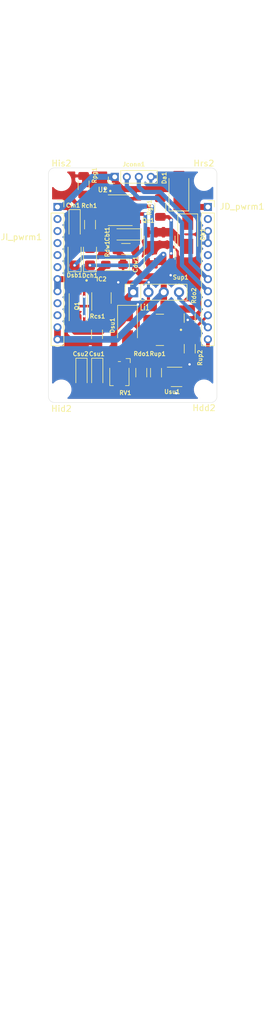
<source format=kicad_pcb>
(kicad_pcb (version 20171130) (host pcbnew 5.1.7-a382d34a8~88~ubuntu18.04.1)

  (general
    (thickness 1.6)
    (drawings 12)
    (tracks 225)
    (zones 0)
    (modules 34)
    (nets 39)
  )

  (page A4)
  (layers
    (0 F.Cu signal)
    (31 B.Cu signal)
    (32 B.Adhes user)
    (33 F.Adhes user)
    (34 B.Paste user)
    (35 F.Paste user)
    (36 B.SilkS user)
    (37 F.SilkS user)
    (38 B.Mask user)
    (39 F.Mask user)
    (40 Dwgs.User user)
    (41 Cmts.User user)
    (42 Eco1.User user)
    (43 Eco2.User user)
    (44 Edge.Cuts user)
    (45 Margin user)
    (46 B.CrtYd user)
    (47 F.CrtYd user)
    (48 B.Fab user)
    (49 F.Fab user hide)
  )

  (setup
    (last_trace_width 0.25)
    (user_trace_width 0.4)
    (user_trace_width 0.425)
    (user_trace_width 0.45)
    (user_trace_width 0.5)
    (user_trace_width 0.6)
    (user_trace_width 0.7)
    (user_trace_width 0.8)
    (user_trace_width 0.9)
    (user_trace_width 1)
    (user_trace_width 1.1)
    (user_trace_width 1.4)
    (user_trace_width 1.5)
    (trace_clearance 0.2)
    (zone_clearance 0.58)
    (zone_45_only no)
    (trace_min 0.2)
    (via_size 0.8)
    (via_drill 0.4)
    (via_min_size 0.4)
    (via_min_drill 0.3)
    (user_via 0.425 0.4)
    (user_via 0.6 0.4)
    (user_via 0.7 0.4)
    (user_via 1 0.4)
    (uvia_size 0.3)
    (uvia_drill 0.1)
    (uvias_allowed no)
    (uvia_min_size 0.2)
    (uvia_min_drill 0.1)
    (edge_width 0.05)
    (segment_width 0.2)
    (pcb_text_width 0.3)
    (pcb_text_size 1.5 1.5)
    (mod_edge_width 0.12)
    (mod_text_size 1 1)
    (mod_text_width 0.15)
    (pad_size 2.2 2.2)
    (pad_drill 2.2)
    (pad_to_mask_clearance 0)
    (aux_axis_origin 0 0)
    (visible_elements FFFFFF7F)
    (pcbplotparams
      (layerselection 0x010fc_ffffffff)
      (usegerberextensions true)
      (usegerberattributes true)
      (usegerberadvancedattributes false)
      (creategerberjobfile true)
      (excludeedgelayer true)
      (linewidth 0.100000)
      (plotframeref false)
      (viasonmask false)
      (mode 1)
      (useauxorigin false)
      (hpglpennumber 1)
      (hpglpenspeed 20)
      (hpglpendiameter 15.000000)
      (psnegative false)
      (psa4output false)
      (plotreference true)
      (plotvalue false)
      (plotinvisibletext false)
      (padsonsilk false)
      (subtractmaskfromsilk true)
      (outputformat 1)
      (mirror false)
      (drillshape 0)
      (scaleselection 1)
      (outputdirectory ""))
  )

  (net 0 "")
  (net 1 "Net-(JI_pwrm1-Pad10)")
  (net 2 "Net-(JI_pwrm1-Pad9)")
  (net 3 "Net-(JI_pwrm1-Pad6)")
  (net 4 "Net-(JI_pwrm1-Pad5)")
  (net 5 "Net-(JI_pwrm1-Pad4)")
  (net 6 "Net-(JI_pwrm1-Pad3)")
  (net 7 "Net-(JI_pwrm1-Pad2)")
  (net 8 +3V3)
  (net 9 GND)
  (net 10 +5V)
  (net 11 RX)
  (net 12 TX)
  (net 13 IO33)
  (net 14 IO32)
  (net 15 I35)
  (net 16 I34)
  (net 17 S_VN)
  (net 18 S_VP)
  (net 19 B+)
  (net 20 "Net-(Dch1-Pad2)")
  (net 21 "Net-(Dch1-Pad1)")
  (net 22 "Net-(IC2-Pad4)")
  (net 23 "Net-(IC2-Pad2)")
  (net 24 "Net-(Q1-Pad1)")
  (net 25 B-)
  (net 26 "Net-(Dsb1-Pad1)")
  (net 27 +5VA)
  (net 28 "Net-(Rpg1-Pad1)")
  (net 29 /dwp)
  (net 30 "Net-(Db1-Pad2)")
  (net 31 /oc)
  (net 32 /od)
  (net 33 Vout)
  (net 34 "Net-(Qe1-Pad4)")
  (net 35 "Net-(Dsu1-Pad2)")
  (net 36 "Net-(Usu1-Pad6)")
  (net 37 /fb)
  (net 38 "Net-(RV1-Pad1)")

  (net_class Default "This is the default net class."
    (clearance 0.2)
    (trace_width 0.25)
    (via_dia 0.8)
    (via_drill 0.4)
    (uvia_dia 0.3)
    (uvia_drill 0.1)
    (add_net +3V3)
    (add_net +5V)
    (add_net +5VA)
    (add_net /dwp)
    (add_net /fb)
    (add_net /oc)
    (add_net /od)
    (add_net B+)
    (add_net B-)
    (add_net GND)
    (add_net I34)
    (add_net I35)
    (add_net IO32)
    (add_net IO33)
    (add_net "Net-(Db1-Pad2)")
    (add_net "Net-(Dch1-Pad1)")
    (add_net "Net-(Dch1-Pad2)")
    (add_net "Net-(Dsb1-Pad1)")
    (add_net "Net-(Dsu1-Pad2)")
    (add_net "Net-(IC2-Pad2)")
    (add_net "Net-(IC2-Pad4)")
    (add_net "Net-(JI_pwrm1-Pad10)")
    (add_net "Net-(JI_pwrm1-Pad2)")
    (add_net "Net-(JI_pwrm1-Pad3)")
    (add_net "Net-(JI_pwrm1-Pad4)")
    (add_net "Net-(JI_pwrm1-Pad5)")
    (add_net "Net-(JI_pwrm1-Pad6)")
    (add_net "Net-(JI_pwrm1-Pad9)")
    (add_net "Net-(Q1-Pad1)")
    (add_net "Net-(Qe1-Pad4)")
    (add_net "Net-(RV1-Pad1)")
    (add_net "Net-(Rpg1-Pad1)")
    (add_net "Net-(Usu1-Pad6)")
    (add_net RX)
    (add_net S_VN)
    (add_net S_VP)
    (add_net TX)
    (add_net Vout)
  )

  (module Resistor_SMD:R_1206_3216Metric_Pad1.30x1.75mm_HandSolder (layer F.Cu) (tedit 5F68FEEE) (tstamp 62D0D263)
    (at 43.48 70.06 270)
    (descr "Resistor SMD 1206 (3216 Metric), square (rectangular) end terminal, IPC_7351 nominal with elongated pad for handsoldering. (Body size source: IPC-SM-782 page 72, https://www.pcb-3d.com/wordpress/wp-content/uploads/ipc-sm-782a_amendment_1_and_2.pdf), generated with kicad-footprint-generator")
    (tags "resistor handsolder")
    (path /62D4A076)
    (attr smd)
    (fp_text reference Rup2 (at 1.5 -1.71 90) (layer F.SilkS)
      (effects (font (size 0.7 0.7) (thickness 0.15)))
    )
    (fp_text value 10k (at 0 1.82 90) (layer F.Fab)
      (effects (font (size 1 1) (thickness 0.15)))
    )
    (fp_line (start -1.6 0.8) (end -1.6 -0.8) (layer F.Fab) (width 0.1))
    (fp_line (start -1.6 -0.8) (end 1.6 -0.8) (layer F.Fab) (width 0.1))
    (fp_line (start 1.6 -0.8) (end 1.6 0.8) (layer F.Fab) (width 0.1))
    (fp_line (start 1.6 0.8) (end -1.6 0.8) (layer F.Fab) (width 0.1))
    (fp_line (start -0.727064 -0.91) (end 0.727064 -0.91) (layer F.SilkS) (width 0.12))
    (fp_line (start -0.727064 0.91) (end 0.727064 0.91) (layer F.SilkS) (width 0.12))
    (fp_line (start -2.45 1.12) (end -2.45 -1.12) (layer F.CrtYd) (width 0.05))
    (fp_line (start -2.45 -1.12) (end 2.45 -1.12) (layer F.CrtYd) (width 0.05))
    (fp_line (start 2.45 -1.12) (end 2.45 1.12) (layer F.CrtYd) (width 0.05))
    (fp_line (start 2.45 1.12) (end -2.45 1.12) (layer F.CrtYd) (width 0.05))
    (fp_text user %R (at 0 0 90) (layer F.Fab)
      (effects (font (size 0.8 0.8) (thickness 0.12)))
    )
    (pad 2 smd roundrect (at 1.55 0 270) (size 1.3 1.75) (layers F.Cu F.Paste F.Mask) (roundrect_rratio 0.1923076923076923)
      (net 9 GND))
    (pad 1 smd roundrect (at -1.55 0 270) (size 1.3 1.75) (layers F.Cu F.Paste F.Mask) (roundrect_rratio 0.1923076923076923)
      (net 15 I35))
    (model ${KISYS3DMOD}/Resistor_SMD.3dshapes/R_1206_3216Metric.wrl
      (at (xyz 0 0 0))
      (scale (xyz 1 1 1))
      (rotate (xyz 0 0 0))
    )
  )

  (module Resistor_SMD:R_1206_3216Metric_Pad1.30x1.75mm_HandSolder (layer F.Cu) (tedit 5F68FEEE) (tstamp 62D0D1B2)
    (at 43.47 64.97 270)
    (descr "Resistor SMD 1206 (3216 Metric), square (rectangular) end terminal, IPC_7351 nominal with elongated pad for handsoldering. (Body size source: IPC-SM-782 page 72, https://www.pcb-3d.com/wordpress/wp-content/uploads/ipc-sm-782a_amendment_1_and_2.pdf), generated with kicad-footprint-generator")
    (tags "resistor handsolder")
    (path /62D4A28A)
    (attr smd)
    (fp_text reference Rdo2 (at -3.73 -0.7 90) (layer F.SilkS)
      (effects (font (size 0.7 0.7) (thickness 0.15)))
    )
    (fp_text value 10k (at 0 1.82 90) (layer F.Fab)
      (effects (font (size 1 1) (thickness 0.15)))
    )
    (fp_line (start -1.6 0.8) (end -1.6 -0.8) (layer F.Fab) (width 0.1))
    (fp_line (start -1.6 -0.8) (end 1.6 -0.8) (layer F.Fab) (width 0.1))
    (fp_line (start 1.6 -0.8) (end 1.6 0.8) (layer F.Fab) (width 0.1))
    (fp_line (start 1.6 0.8) (end -1.6 0.8) (layer F.Fab) (width 0.1))
    (fp_line (start -0.727064 -0.91) (end 0.727064 -0.91) (layer F.SilkS) (width 0.12))
    (fp_line (start -0.727064 0.91) (end 0.727064 0.91) (layer F.SilkS) (width 0.12))
    (fp_line (start -2.45 1.12) (end -2.45 -1.12) (layer F.CrtYd) (width 0.05))
    (fp_line (start -2.45 -1.12) (end 2.45 -1.12) (layer F.CrtYd) (width 0.05))
    (fp_line (start 2.45 -1.12) (end 2.45 1.12) (layer F.CrtYd) (width 0.05))
    (fp_line (start 2.45 1.12) (end -2.45 1.12) (layer F.CrtYd) (width 0.05))
    (fp_text user %R (at 0 0 90) (layer F.Fab)
      (effects (font (size 0.8 0.8) (thickness 0.12)))
    )
    (pad 2 smd roundrect (at 1.55 0 270) (size 1.3 1.75) (layers F.Cu F.Paste F.Mask) (roundrect_rratio 0.1923076923076923)
      (net 15 I35))
    (pad 1 smd roundrect (at -1.55 0 270) (size 1.3 1.75) (layers F.Cu F.Paste F.Mask) (roundrect_rratio 0.1923076923076923)
      (net 19 B+))
    (model ${KISYS3DMOD}/Resistor_SMD.3dshapes/R_1206_3216Metric.wrl
      (at (xyz 0 0 0))
      (scale (xyz 1 1 1))
      (rotate (xyz 0 0 0))
    )
  )

  (module Potentiometer_SMD:Potentiometer_Bourns_TC33X_Vertical (layer F.Cu) (tedit 5C165D15) (tstamp 62D09AA1)
    (at 31.79 74.29 270)
    (descr "Potentiometer, Bourns, TC33X, Vertical, https://www.bourns.com/pdfs/TC33.pdf")
    (tags "Potentiometer Bourns TC33X Vertical")
    (path /62D1D87B)
    (attr smd)
    (fp_text reference RV1 (at 3.1 -0.99 180) (layer F.SilkS)
      (effects (font (size 0.7 0.7) (thickness 0.15)))
    )
    (fp_text value R_POT (at 0 2.5 90) (layer F.Fab)
      (effects (font (size 1 1) (thickness 0.15)))
    )
    (fp_circle (center 0 0) (end 1.5 0) (layer F.Fab) (width 0.1))
    (fp_line (start -2 -0.75) (end -2 1.5) (layer F.Fab) (width 0.1))
    (fp_line (start -2 1.5) (end 1.8 1.5) (layer F.Fab) (width 0.1))
    (fp_line (start 1.8 1.5) (end 1.8 -1.5) (layer F.Fab) (width 0.1))
    (fp_line (start 1.8 -1.5) (end -1.25 -1.5) (layer F.Fab) (width 0.1))
    (fp_line (start -1.25 -1.5) (end -2 -0.75) (layer F.Fab) (width 0.1))
    (fp_line (start -2.1 -0.2) (end -2.1 0.2) (layer F.SilkS) (width 0.12))
    (fp_line (start -1 -1.6) (end 1.9 -1.6) (layer F.SilkS) (width 0.12))
    (fp_line (start 1.9 -1.6) (end 1.9 -1) (layer F.SilkS) (width 0.12))
    (fp_line (start -1 1.6) (end 1.9 1.6) (layer F.SilkS) (width 0.12))
    (fp_line (start 1.9 1.6) (end 1.9 1) (layer F.SilkS) (width 0.12))
    (fp_line (start -1.9 -1.8) (end -2.6 -1.8) (layer F.SilkS) (width 0.12))
    (fp_line (start -2.6 -1.8) (end -2.6 -1.1) (layer F.SilkS) (width 0.12))
    (fp_line (start -2.65 -1.85) (end 2.45 -1.85) (layer F.CrtYd) (width 0.05))
    (fp_line (start 2.45 -1.85) (end 2.45 1.85) (layer F.CrtYd) (width 0.05))
    (fp_line (start 2.45 1.85) (end -2.65 1.85) (layer F.CrtYd) (width 0.05))
    (fp_line (start -2.65 1.85) (end -2.65 -1.85) (layer F.CrtYd) (width 0.05))
    (fp_circle (center 0 0) (end 1.8 0) (layer Dwgs.User) (width 0.05))
    (fp_text user "Wiper may be\nanywhere within\ncircle shown" (at -0.15 -0.8 90) (layer Cmts.User)
      (effects (font (size 0.15 0.15) (thickness 0.02)))
    )
    (fp_text user %R (at 0 0 90) (layer F.Fab)
      (effects (font (size 0.7 0.7) (thickness 0.105)))
    )
    (pad 2 smd rect (at 1.45 0 270) (size 1.5 1.6) (layers F.Cu F.Paste F.Mask)
      (net 9 GND))
    (pad 3 smd rect (at -1.8 1 270) (size 1.2 1.2) (layers F.Cu F.Paste F.Mask)
      (net 9 GND))
    (pad 1 smd rect (at -1.8 -1 270) (size 1.2 1.2) (layers F.Cu F.Paste F.Mask)
      (net 38 "Net-(RV1-Pad1)"))
    (model ${KISYS3DMOD}/Potentiometer_SMD.3dshapes/Potentiometer_Bourns_TC33X_Vertical.wrl
      (at (xyz 0 0 0))
      (scale (xyz 1 1 1))
      (rotate (xyz 0 0 0))
    )
  )

  (module Capacitor_Tantalum_SMD:CP_EIA-3216-10_Kemet-I_Pad1.58x1.35mm_HandSolder (layer F.Cu) (tedit 5EBA9318) (tstamp 62D14FE9)
    (at 25.49 74.12 270)
    (descr "Tantalum Capacitor SMD Kemet-I (3216-10 Metric), IPC_7351 nominal, (Body size from: http://www.kemet.com/Lists/ProductCatalog/Attachments/253/KEM_TC101_STD.pdf), generated with kicad-footprint-generator")
    (tags "capacitor tantalum")
    (path /62DD7737)
    (attr smd)
    (fp_text reference Csu2 (at -3.2 0.15 180) (layer F.SilkS)
      (effects (font (size 0.7 0.7) (thickness 0.15)))
    )
    (fp_text value 10u (at 0 1.75 90) (layer F.Fab)
      (effects (font (size 1 1) (thickness 0.15)))
    )
    (fp_line (start 2.48 1.05) (end -2.48 1.05) (layer F.CrtYd) (width 0.05))
    (fp_line (start 2.48 -1.05) (end 2.48 1.05) (layer F.CrtYd) (width 0.05))
    (fp_line (start -2.48 -1.05) (end 2.48 -1.05) (layer F.CrtYd) (width 0.05))
    (fp_line (start -2.48 1.05) (end -2.48 -1.05) (layer F.CrtYd) (width 0.05))
    (fp_line (start -2.485 0.935) (end 1.6 0.935) (layer F.SilkS) (width 0.12))
    (fp_line (start -2.485 -0.935) (end -2.485 0.935) (layer F.SilkS) (width 0.12))
    (fp_line (start 1.6 -0.935) (end -2.485 -0.935) (layer F.SilkS) (width 0.12))
    (fp_line (start 1.6 0.8) (end 1.6 -0.8) (layer F.Fab) (width 0.1))
    (fp_line (start -1.6 0.8) (end 1.6 0.8) (layer F.Fab) (width 0.1))
    (fp_line (start -1.6 -0.4) (end -1.6 0.8) (layer F.Fab) (width 0.1))
    (fp_line (start -1.2 -0.8) (end -1.6 -0.4) (layer F.Fab) (width 0.1))
    (fp_line (start 1.6 -0.8) (end -1.2 -0.8) (layer F.Fab) (width 0.1))
    (fp_text user %R (at 0 0 90) (layer F.Fab)
      (effects (font (size 0.8 0.8) (thickness 0.12)))
    )
    (pad 2 smd roundrect (at 1.4375 0 270) (size 1.575 1.35) (layers F.Cu F.Paste F.Mask) (roundrect_rratio 0.1851844444444445)
      (net 9 GND))
    (pad 1 smd roundrect (at -1.4375 0 270) (size 1.575 1.35) (layers F.Cu F.Paste F.Mask) (roundrect_rratio 0.1851844444444445)
      (net 33 Vout))
    (model ${KISYS3DMOD}/Capacitor_Tantalum_SMD.3dshapes/CP_EIA-3216-10_Kemet-I.wrl
      (at (xyz 0 0 0))
      (scale (xyz 1 1 1))
      (rotate (xyz 0 0 0))
    )
  )

  (module BK-18650-PC4:IND_ASPI-0504-4R7K-T (layer F.Cu) (tedit 62D08077) (tstamp 62D11C1A)
    (at 38.52 66.92 180)
    (path /62DA7049)
    (fp_text reference Li1 (at 2.51 3.74) (layer F.SilkS)
      (effects (font (size 1 0.7) (thickness 0.15)))
    )
    (fp_text value ASPI-0504-4R7K-T (at 9.45 3.635) (layer F.Fab)
      (effects (font (size 1 1) (thickness 0.15)))
    )
    (fp_circle (center -3.5 0) (end -3.4 0) (layer F.SilkS) (width 0.2))
    (fp_circle (center -3.5 0) (end -3.4 0) (layer F.Fab) (width 0.2))
    (fp_line (start -1.5 -2.6) (end 1.5 -2.6) (layer F.Fab) (width 0.127))
    (fp_line (start 1.5 2.6) (end -1.5 2.6) (layer F.Fab) (width 0.127))
    (fp_line (start -3.15 2.85) (end -3.15 -2.85) (layer F.CrtYd) (width 0.05))
    (fp_line (start 3.15 2.85) (end -3.15 2.85) (layer F.CrtYd) (width 0.05))
    (fp_line (start 3.15 -2.85) (end 3.15 2.85) (layer F.CrtYd) (width 0.05))
    (fp_line (start -3.15 -2.85) (end 3.15 -2.85) (layer F.CrtYd) (width 0.05))
    (fp_line (start -0.63 -2.6) (end 0.63 -2.6) (layer F.SilkS) (width 0.127))
    (fp_line (start 0.63 2.6) (end -0.63 2.6) (layer F.SilkS) (width 0.127))
    (fp_arc (start -0.220902 0) (end 1.5 2.6) (angle -113) (layer F.Fab) (width 0.127))
    (fp_arc (start 0.220902 0) (end -1.5 -2.6) (angle -113) (layer F.Fab) (width 0.127))
    (pad 1 smd rect (at -1.85 0 180) (size 1.8 5) (layers F.Cu F.Paste F.Mask)
      (net 19 B+))
    (pad 2 smd rect (at 1.85 0 180) (size 1.8 5) (layers F.Cu F.Paste F.Mask)
      (net 35 "Net-(Dsu1-Pad2)"))
    (model ${OWNSHAPES}/ASPI-0504-4R7K-T.step
      (offset (xyz 0 0 2))
      (scale (xyz 1 1 1))
      (rotate (xyz -90 0 0))
    )
  )

  (module Package_TO_SOT_SMD:SOT-23-6 (layer F.Cu) (tedit 5A02FF57) (tstamp 62D0B49A)
    (at 41.29 74.74)
    (descr "6-pin SOT-23 package")
    (tags SOT-23-6)
    (path /63034F85)
    (attr smd)
    (fp_text reference Usu1 (at -0.73 2.47) (layer F.SilkS)
      (effects (font (size 0.7 0.7) (thickness 0.15)))
    )
    (fp_text value MT3608 (at 0 2.9) (layer F.Fab)
      (effects (font (size 1 1) (thickness 0.15)))
    )
    (fp_line (start -0.9 1.61) (end 0.9 1.61) (layer F.SilkS) (width 0.12))
    (fp_line (start 0.9 -1.61) (end -1.55 -1.61) (layer F.SilkS) (width 0.12))
    (fp_line (start 1.9 -1.8) (end -1.9 -1.8) (layer F.CrtYd) (width 0.05))
    (fp_line (start 1.9 1.8) (end 1.9 -1.8) (layer F.CrtYd) (width 0.05))
    (fp_line (start -1.9 1.8) (end 1.9 1.8) (layer F.CrtYd) (width 0.05))
    (fp_line (start -1.9 -1.8) (end -1.9 1.8) (layer F.CrtYd) (width 0.05))
    (fp_line (start -0.9 -0.9) (end -0.25 -1.55) (layer F.Fab) (width 0.1))
    (fp_line (start 0.9 -1.55) (end -0.25 -1.55) (layer F.Fab) (width 0.1))
    (fp_line (start -0.9 -0.9) (end -0.9 1.55) (layer F.Fab) (width 0.1))
    (fp_line (start 0.9 1.55) (end -0.9 1.55) (layer F.Fab) (width 0.1))
    (fp_line (start 0.9 -1.55) (end 0.9 1.55) (layer F.Fab) (width 0.1))
    (fp_text user %R (at 0 0 90) (layer F.Fab)
      (effects (font (size 0.5 0.5) (thickness 0.075)))
    )
    (pad 5 smd rect (at 1.1 0) (size 1.06 0.65) (layers F.Cu F.Paste F.Mask)
      (net 19 B+))
    (pad 6 smd rect (at 1.1 -0.95) (size 1.06 0.65) (layers F.Cu F.Paste F.Mask)
      (net 36 "Net-(Usu1-Pad6)"))
    (pad 4 smd rect (at 1.1 0.95) (size 1.06 0.65) (layers F.Cu F.Paste F.Mask)
      (net 13 IO33))
    (pad 3 smd rect (at -1.1 0.95) (size 1.06 0.65) (layers F.Cu F.Paste F.Mask)
      (net 37 /fb))
    (pad 2 smd rect (at -1.1 0) (size 1.06 0.65) (layers F.Cu F.Paste F.Mask)
      (net 9 GND))
    (pad 1 smd rect (at -1.1 -0.95) (size 1.06 0.65) (layers F.Cu F.Paste F.Mask)
      (net 35 "Net-(Dsu1-Pad2)"))
    (model ${KISYS3DMOD}/Package_TO_SOT_SMD.3dshapes/SOT-23-6.wrl
      (at (xyz 0 0 0))
      (scale (xyz 1 1 1))
      (rotate (xyz 0 0 0))
    )
  )

  (module Resistor_SMD:R_1206_3216Metric_Pad1.30x1.75mm_HandSolder (layer F.Cu) (tedit 5F68FEEE) (tstamp 62D0B31E)
    (at 37.88 74.04 90)
    (descr "Resistor SMD 1206 (3216 Metric), square (rectangular) end terminal, IPC_7351 nominal with elongated pad for handsoldering. (Body size source: IPC-SM-782 page 72, https://www.pcb-3d.com/wordpress/wp-content/uploads/ipc-sm-782a_amendment_1_and_2.pdf), generated with kicad-footprint-generator")
    (tags "resistor handsolder")
    (path /62D62CC3)
    (attr smd)
    (fp_text reference Rup1 (at 3.14 0.27 180) (layer F.SilkS)
      (effects (font (size 0.7 0.7) (thickness 0.15)))
    )
    (fp_text value 10k (at 0 1.82 90) (layer F.Fab)
      (effects (font (size 1 1) (thickness 0.15)))
    )
    (fp_line (start -1.6 0.8) (end -1.6 -0.8) (layer F.Fab) (width 0.1))
    (fp_line (start -1.6 -0.8) (end 1.6 -0.8) (layer F.Fab) (width 0.1))
    (fp_line (start 1.6 -0.8) (end 1.6 0.8) (layer F.Fab) (width 0.1))
    (fp_line (start 1.6 0.8) (end -1.6 0.8) (layer F.Fab) (width 0.1))
    (fp_line (start -0.727064 -0.91) (end 0.727064 -0.91) (layer F.SilkS) (width 0.12))
    (fp_line (start -0.727064 0.91) (end 0.727064 0.91) (layer F.SilkS) (width 0.12))
    (fp_line (start -2.45 1.12) (end -2.45 -1.12) (layer F.CrtYd) (width 0.05))
    (fp_line (start -2.45 -1.12) (end 2.45 -1.12) (layer F.CrtYd) (width 0.05))
    (fp_line (start 2.45 -1.12) (end 2.45 1.12) (layer F.CrtYd) (width 0.05))
    (fp_line (start 2.45 1.12) (end -2.45 1.12) (layer F.CrtYd) (width 0.05))
    (fp_text user %R (at 0 0 90) (layer F.Fab)
      (effects (font (size 0.8 0.8) (thickness 0.12)))
    )
    (pad 2 smd roundrect (at 1.55 0 90) (size 1.3 1.75) (layers F.Cu F.Paste F.Mask) (roundrect_rratio 0.1923076923076923)
      (net 35 "Net-(Dsu1-Pad2)"))
    (pad 1 smd roundrect (at -1.55 0 90) (size 1.3 1.75) (layers F.Cu F.Paste F.Mask) (roundrect_rratio 0.1923076923076923)
      (net 37 /fb))
    (model ${KISYS3DMOD}/Resistor_SMD.3dshapes/R_1206_3216Metric.wrl
      (at (xyz 0 0 0))
      (scale (xyz 1 1 1))
      (rotate (xyz 0 0 0))
    )
  )

  (module Resistor_SMD:R_1206_3216Metric_Pad1.30x1.75mm_HandSolder (layer F.Cu) (tedit 5F68FEEE) (tstamp 62D0B28D)
    (at 35.43 74.03 270)
    (descr "Resistor SMD 1206 (3216 Metric), square (rectangular) end terminal, IPC_7351 nominal with elongated pad for handsoldering. (Body size source: IPC-SM-782 page 72, https://www.pcb-3d.com/wordpress/wp-content/uploads/ipc-sm-782a_amendment_1_and_2.pdf), generated with kicad-footprint-generator")
    (tags "resistor handsolder")
    (path /62D8535F)
    (attr smd)
    (fp_text reference Rdo1 (at -3.13 -0.05 180) (layer F.SilkS)
      (effects (font (size 0.7 0.7) (thickness 0.15)))
    )
    (fp_text value 10k (at 0 1.82 90) (layer F.Fab)
      (effects (font (size 1 1) (thickness 0.15)))
    )
    (fp_line (start -1.6 0.8) (end -1.6 -0.8) (layer F.Fab) (width 0.1))
    (fp_line (start -1.6 -0.8) (end 1.6 -0.8) (layer F.Fab) (width 0.1))
    (fp_line (start 1.6 -0.8) (end 1.6 0.8) (layer F.Fab) (width 0.1))
    (fp_line (start 1.6 0.8) (end -1.6 0.8) (layer F.Fab) (width 0.1))
    (fp_line (start -0.727064 -0.91) (end 0.727064 -0.91) (layer F.SilkS) (width 0.12))
    (fp_line (start -0.727064 0.91) (end 0.727064 0.91) (layer F.SilkS) (width 0.12))
    (fp_line (start -2.45 1.12) (end -2.45 -1.12) (layer F.CrtYd) (width 0.05))
    (fp_line (start -2.45 -1.12) (end 2.45 -1.12) (layer F.CrtYd) (width 0.05))
    (fp_line (start 2.45 -1.12) (end 2.45 1.12) (layer F.CrtYd) (width 0.05))
    (fp_line (start 2.45 1.12) (end -2.45 1.12) (layer F.CrtYd) (width 0.05))
    (fp_text user %R (at 0 0 90) (layer F.Fab)
      (effects (font (size 0.8 0.8) (thickness 0.12)))
    )
    (pad 2 smd roundrect (at 1.55 0 270) (size 1.3 1.75) (layers F.Cu F.Paste F.Mask) (roundrect_rratio 0.1923076923076923)
      (net 37 /fb))
    (pad 1 smd roundrect (at -1.55 0 270) (size 1.3 1.75) (layers F.Cu F.Paste F.Mask) (roundrect_rratio 0.1923076923076923)
      (net 38 "Net-(RV1-Pad1)"))
    (model ${KISYS3DMOD}/Resistor_SMD.3dshapes/R_1206_3216Metric.wrl
      (at (xyz 0 0 0))
      (scale (xyz 1 1 1))
      (rotate (xyz 0 0 0))
    )
  )

  (module Diode_SMD:D_SMA (layer F.Cu) (tedit 586432E5) (tstamp 62D0AEF5)
    (at 33.14 66.25 270)
    (descr "Diode SMA (DO-214AC)")
    (tags "Diode SMA (DO-214AC)")
    (path /62D52C04)
    (attr smd)
    (fp_text reference Dsu1 (at -0.05 2.51 90) (layer F.SilkS)
      (effects (font (size 0.7 0.7) (thickness 0.15)))
    )
    (fp_text value 1N5822 (at 0 2.6 90) (layer F.Fab)
      (effects (font (size 1 1) (thickness 0.15)))
    )
    (fp_line (start -3.4 -1.65) (end -3.4 1.65) (layer F.SilkS) (width 0.12))
    (fp_line (start 2.3 1.5) (end -2.3 1.5) (layer F.Fab) (width 0.1))
    (fp_line (start -2.3 1.5) (end -2.3 -1.5) (layer F.Fab) (width 0.1))
    (fp_line (start 2.3 -1.5) (end 2.3 1.5) (layer F.Fab) (width 0.1))
    (fp_line (start 2.3 -1.5) (end -2.3 -1.5) (layer F.Fab) (width 0.1))
    (fp_line (start -3.5 -1.75) (end 3.5 -1.75) (layer F.CrtYd) (width 0.05))
    (fp_line (start 3.5 -1.75) (end 3.5 1.75) (layer F.CrtYd) (width 0.05))
    (fp_line (start 3.5 1.75) (end -3.5 1.75) (layer F.CrtYd) (width 0.05))
    (fp_line (start -3.5 1.75) (end -3.5 -1.75) (layer F.CrtYd) (width 0.05))
    (fp_line (start -0.64944 0.00102) (end -1.55114 0.00102) (layer F.Fab) (width 0.1))
    (fp_line (start 0.50118 0.00102) (end 1.4994 0.00102) (layer F.Fab) (width 0.1))
    (fp_line (start -0.64944 -0.79908) (end -0.64944 0.80112) (layer F.Fab) (width 0.1))
    (fp_line (start 0.50118 0.75032) (end 0.50118 -0.79908) (layer F.Fab) (width 0.1))
    (fp_line (start -0.64944 0.00102) (end 0.50118 0.75032) (layer F.Fab) (width 0.1))
    (fp_line (start -0.64944 0.00102) (end 0.50118 -0.79908) (layer F.Fab) (width 0.1))
    (fp_line (start -3.4 1.65) (end 2 1.65) (layer F.SilkS) (width 0.12))
    (fp_line (start -3.4 -1.65) (end 2 -1.65) (layer F.SilkS) (width 0.12))
    (fp_text user %R (at 0 -2.5 90) (layer F.Fab)
      (effects (font (size 1 1) (thickness 0.15)))
    )
    (pad 2 smd rect (at 2 0 270) (size 2.5 1.8) (layers F.Cu F.Paste F.Mask)
      (net 35 "Net-(Dsu1-Pad2)"))
    (pad 1 smd rect (at -2 0 270) (size 2.5 1.8) (layers F.Cu F.Paste F.Mask)
      (net 33 Vout))
    (model ${KISYS3DMOD}/Diode_SMD.3dshapes/D_SMA.wrl
      (at (xyz 0 0 0))
      (scale (xyz 1 1 1))
      (rotate (xyz 0 0 0))
    )
  )

  (module Capacitor_Tantalum_SMD:CP_EIA-3216-10_Kemet-I_Pad1.58x1.35mm_HandSolder (layer F.Cu) (tedit 5EBA9318) (tstamp 62D0AE39)
    (at 28.11 74.12 270)
    (descr "Tantalum Capacitor SMD Kemet-I (3216-10 Metric), IPC_7351 nominal, (Body size from: http://www.kemet.com/Lists/ProductCatalog/Attachments/253/KEM_TC101_STD.pdf), generated with kicad-footprint-generator")
    (tags "capacitor tantalum")
    (path /62D5B99F)
    (attr smd)
    (fp_text reference Csu1 (at -3.2 0.07 180) (layer F.SilkS)
      (effects (font (size 0.7 0.7) (thickness 0.15)))
    )
    (fp_text value 10u (at 0 1.75 90) (layer F.Fab)
      (effects (font (size 1 1) (thickness 0.15)))
    )
    (fp_line (start 1.6 -0.8) (end -1.2 -0.8) (layer F.Fab) (width 0.1))
    (fp_line (start -1.2 -0.8) (end -1.6 -0.4) (layer F.Fab) (width 0.1))
    (fp_line (start -1.6 -0.4) (end -1.6 0.8) (layer F.Fab) (width 0.1))
    (fp_line (start -1.6 0.8) (end 1.6 0.8) (layer F.Fab) (width 0.1))
    (fp_line (start 1.6 0.8) (end 1.6 -0.8) (layer F.Fab) (width 0.1))
    (fp_line (start 1.6 -0.935) (end -2.485 -0.935) (layer F.SilkS) (width 0.12))
    (fp_line (start -2.485 -0.935) (end -2.485 0.935) (layer F.SilkS) (width 0.12))
    (fp_line (start -2.485 0.935) (end 1.6 0.935) (layer F.SilkS) (width 0.12))
    (fp_line (start -2.48 1.05) (end -2.48 -1.05) (layer F.CrtYd) (width 0.05))
    (fp_line (start -2.48 -1.05) (end 2.48 -1.05) (layer F.CrtYd) (width 0.05))
    (fp_line (start 2.48 -1.05) (end 2.48 1.05) (layer F.CrtYd) (width 0.05))
    (fp_line (start 2.48 1.05) (end -2.48 1.05) (layer F.CrtYd) (width 0.05))
    (fp_text user %R (at 0 0 90) (layer F.Fab)
      (effects (font (size 0.8 0.8) (thickness 0.12)))
    )
    (pad 2 smd roundrect (at 1.4375 0 270) (size 1.575 1.35) (layers F.Cu F.Paste F.Mask) (roundrect_rratio 0.1851844444444445)
      (net 9 GND))
    (pad 1 smd roundrect (at -1.4375 0 270) (size 1.575 1.35) (layers F.Cu F.Paste F.Mask) (roundrect_rratio 0.1851844444444445)
      (net 33 Vout))
    (model ${KISYS3DMOD}/Capacitor_Tantalum_SMD.3dshapes/CP_EIA-3216-10_Kemet-I.wrl
      (at (xyz 0 0 0))
      (scale (xyz 1 1 1))
      (rotate (xyz 0 0 0))
    )
  )

  (module Connector_PinSocket_2.54mm:PinSocket_1x04_P2.54mm_Vertical (layer F.Cu) (tedit 5A19A429) (tstamp 62D19A16)
    (at 34.08 60.67 90)
    (descr "Through hole straight socket strip, 1x04, 2.54mm pitch, single row (from Kicad 4.0.7), script generated")
    (tags "Through hole socket strip THT 1x04 2.54mm single row")
    (path /62FE3F20)
    (fp_text reference Sup1 (at 2.48 7.89 180) (layer F.SilkS)
      (effects (font (size 0.7 0.7) (thickness 0.15)))
    )
    (fp_text value Conn_01x04 (at 0 10.39 90) (layer F.Fab)
      (effects (font (size 1 1) (thickness 0.15)))
    )
    (fp_line (start -1.8 9.4) (end -1.8 -1.8) (layer F.CrtYd) (width 0.05))
    (fp_line (start 1.75 9.4) (end -1.8 9.4) (layer F.CrtYd) (width 0.05))
    (fp_line (start 1.75 -1.8) (end 1.75 9.4) (layer F.CrtYd) (width 0.05))
    (fp_line (start -1.8 -1.8) (end 1.75 -1.8) (layer F.CrtYd) (width 0.05))
    (fp_line (start 0 -1.33) (end 1.33 -1.33) (layer F.SilkS) (width 0.12))
    (fp_line (start 1.33 -1.33) (end 1.33 0) (layer F.SilkS) (width 0.12))
    (fp_line (start 1.33 1.27) (end 1.33 8.95) (layer F.SilkS) (width 0.12))
    (fp_line (start -1.33 8.95) (end 1.33 8.95) (layer F.SilkS) (width 0.12))
    (fp_line (start -1.33 1.27) (end -1.33 8.95) (layer F.SilkS) (width 0.12))
    (fp_line (start -1.33 1.27) (end 1.33 1.27) (layer F.SilkS) (width 0.12))
    (fp_line (start -1.27 8.89) (end -1.27 -1.27) (layer F.Fab) (width 0.1))
    (fp_line (start 1.27 8.89) (end -1.27 8.89) (layer F.Fab) (width 0.1))
    (fp_line (start 1.27 -0.635) (end 1.27 8.89) (layer F.Fab) (width 0.1))
    (fp_line (start 0.635 -1.27) (end 1.27 -0.635) (layer F.Fab) (width 0.1))
    (fp_line (start -1.27 -1.27) (end 0.635 -1.27) (layer F.Fab) (width 0.1))
    (fp_text user %R (at 0 3.81) (layer F.Fab)
      (effects (font (size 1 1) (thickness 0.15)))
    )
    (pad 4 thru_hole oval (at 0 7.62 90) (size 1.7 1.7) (drill 1) (layers *.Cu *.Mask)
      (net 14 IO32))
    (pad 3 thru_hole oval (at 0 5.08 90) (size 1.7 1.7) (drill 1) (layers *.Cu *.Mask)
      (net 19 B+))
    (pad 2 thru_hole oval (at 0 2.54 90) (size 1.7 1.7) (drill 1) (layers *.Cu *.Mask)
      (net 9 GND))
    (pad 1 thru_hole rect (at 0 0 90) (size 1.7 1.7) (drill 1) (layers *.Cu *.Mask)
      (net 33 Vout))
    (model ${KISYS3DMOD}/Connector_PinSocket_2.54mm.3dshapes/PinSocket_1x04_P2.54mm_Vertical.wrl
      (at (xyz 0 0 0))
      (scale (xyz 1 1 1))
      (rotate (xyz 0 0 0))
    )
  )

  (module BK-18650-PC4:SOP127P600X175-9N (layer F.Cu) (tedit 62CEDE23) (tstamp 62CEE3D9)
    (at 31.93 47.04)
    (path /62C84639)
    (fp_text reference U2 (at -2.9 -3.405) (layer F.SilkS)
      (effects (font (size 0.8 0.8) (thickness 0.15)))
    )
    (fp_text value TP4056 (at 0.1 3.625) (layer F.Fab)
      (effects (font (size 0.8 0.8) (thickness 0.15)))
    )
    (fp_poly (pts (xy -0.645 -0.82) (xy 0.645 -0.82) (xy 0.645 0.82) (xy -0.645 0.82)) (layer F.Paste) (width 0.01))
    (fp_circle (center -1.65 -3.2) (end -1.55 -3.2) (layer F.SilkS) (width 0.2))
    (fp_circle (center -1.65 -3.2) (end -1.55 -3.2) (layer F.Fab) (width 0.2))
    (fp_line (start -2 -2.55) (end 2 -2.55) (layer F.Fab) (width 0.127))
    (fp_line (start -2 2.55) (end 2 2.55) (layer F.Fab) (width 0.127))
    (fp_line (start -2 -2.55) (end 2 -2.55) (layer F.SilkS) (width 0.127))
    (fp_line (start -2 2.55) (end 2 2.55) (layer F.SilkS) (width 0.127))
    (fp_line (start -2 -2.55) (end -2 2.55) (layer F.Fab) (width 0.127))
    (fp_line (start 2 -2.55) (end 2 2.55) (layer F.Fab) (width 0.127))
    (fp_line (start -3.71 -2.8) (end 3.71 -2.8) (layer F.CrtYd) (width 0.05))
    (fp_line (start -3.71 2.8) (end 3.71 2.8) (layer F.CrtYd) (width 0.05))
    (fp_line (start -3.71 -2.8) (end -3.71 2.8) (layer F.CrtYd) (width 0.05))
    (fp_line (start 3.71 -2.8) (end 3.71 2.8) (layer F.CrtYd) (width 0.05))
    (pad 1 smd roundrect (at -2.475 -1.905) (size 1.97 0.6) (layers F.Cu F.Paste F.Mask) (roundrect_rratio 0.07000000000000001)
      (net 9 GND))
    (pad 2 smd roundrect (at -2.475 -0.635) (size 1.97 0.6) (layers F.Cu F.Paste F.Mask) (roundrect_rratio 0.07000000000000001)
      (net 28 "Net-(Rpg1-Pad1)"))
    (pad 3 smd roundrect (at -2.475 0.635) (size 1.97 0.6) (layers F.Cu F.Paste F.Mask) (roundrect_rratio 0.07000000000000001)
      (net 9 GND))
    (pad 4 smd roundrect (at -2.475 1.905) (size 1.97 0.6) (layers F.Cu F.Paste F.Mask) (roundrect_rratio 0.07000000000000001)
      (net 27 +5VA))
    (pad 5 smd roundrect (at 2.475 1.905) (size 1.97 0.6) (layers F.Cu F.Paste F.Mask) (roundrect_rratio 0.07000000000000001)
      (net 19 B+))
    (pad 6 smd roundrect (at 2.475 0.635) (size 1.97 0.6) (layers F.Cu F.Paste F.Mask) (roundrect_rratio 0.07000000000000001)
      (net 26 "Net-(Dsb1-Pad1)"))
    (pad 7 smd roundrect (at 2.475 -0.635) (size 1.97 0.6) (layers F.Cu F.Paste F.Mask) (roundrect_rratio 0.07000000000000001)
      (net 21 "Net-(Dch1-Pad1)"))
    (pad 8 smd roundrect (at 2.475 -1.905) (size 1.97 0.6) (layers F.Cu F.Paste F.Mask) (roundrect_rratio 0.07000000000000001)
      (net 27 +5VA))
    (pad 9 smd rect (at 0 0) (size 2.413 3.302) (layers F.Cu F.Mask)
      (net 9 GND))
    (model ${OWNSHAPES}/TP4056.step
      (at (xyz 0 0 0))
      (scale (xyz 1 1 1))
      (rotate (xyz -90 0 0))
    )
  )

  (module BK-18650-PC4:SO-8_3.9x4.9mm_P1.27mm (layer F.Cu) (tedit 62CFC911) (tstamp 62D0F69C)
    (at 38.475 53.275 90)
    (descr "SO, 8 Pin (https://www.nxp.com/docs/en/data-sheet/PCF8523.pdf), generated with kicad-footprint-generator ipc_gullwing_generator.py")
    (tags "SO SO")
    (path /62F3A7D6)
    (attr smd)
    (fp_text reference Qe1 (at 4.525 -1.885 180) (layer F.SilkS)
      (effects (font (size 0.7 0.7) (thickness 0.15)))
    )
    (fp_text value IRF7416 (at 0 3.4 90) (layer F.Fab)
      (effects (font (size 1 1) (thickness 0.15)))
    )
    (fp_line (start 3.7 -2.7) (end -3.7 -2.7) (layer F.CrtYd) (width 0.05))
    (fp_line (start 3.7 2.7) (end 3.7 -2.7) (layer F.CrtYd) (width 0.05))
    (fp_line (start -3.7 2.7) (end 3.7 2.7) (layer F.CrtYd) (width 0.05))
    (fp_line (start -3.7 -2.7) (end -3.7 2.7) (layer F.CrtYd) (width 0.05))
    (fp_line (start -1.95 -1.475) (end -0.975 -2.45) (layer F.Fab) (width 0.1))
    (fp_line (start -1.95 2.45) (end -1.95 -1.475) (layer F.Fab) (width 0.1))
    (fp_line (start 1.95 2.45) (end -1.95 2.45) (layer F.Fab) (width 0.1))
    (fp_line (start 1.95 -2.45) (end 1.95 2.45) (layer F.Fab) (width 0.1))
    (fp_line (start -0.975 -2.45) (end 1.95 -2.45) (layer F.Fab) (width 0.1))
    (fp_line (start 0 -2.56) (end -3.45 -2.56) (layer F.SilkS) (width 0.12))
    (fp_line (start 0 -2.56) (end 1.95 -2.56) (layer F.SilkS) (width 0.12))
    (fp_line (start 0 2.56) (end -1.95 2.56) (layer F.SilkS) (width 0.12))
    (fp_line (start 0 2.56) (end 1.95 2.56) (layer F.SilkS) (width 0.12))
    (fp_text user %R (at 0 0 90) (layer F.Fab)
      (effects (font (size 0.98 0.98) (thickness 0.15)))
    )
    (pad 8 smd roundrect (at 2.575 -1.905 90) (size 1.75 0.6) (layers F.Cu F.Paste F.Mask) (roundrect_rratio 0.25)
      (net 30 "Net-(Db1-Pad2)"))
    (pad 7 smd roundrect (at 2.575 -0.635 90) (size 1.75 0.6) (layers F.Cu F.Paste F.Mask) (roundrect_rratio 0.25)
      (net 30 "Net-(Db1-Pad2)"))
    (pad 6 smd roundrect (at 2.575 0.635 90) (size 1.75 0.6) (layers F.Cu F.Paste F.Mask) (roundrect_rratio 0.25)
      (net 30 "Net-(Db1-Pad2)"))
    (pad 5 smd roundrect (at 2.575 1.905 90) (size 1.75 0.6) (layers F.Cu F.Paste F.Mask) (roundrect_rratio 0.25)
      (net 30 "Net-(Db1-Pad2)"))
    (pad 4 smd roundrect (at -2.575 1.905 90) (size 1.75 0.6) (layers F.Cu F.Paste F.Mask) (roundrect_rratio 0.25)
      (net 34 "Net-(Qe1-Pad4)"))
    (pad 3 smd roundrect (at -2.575 0.635 90) (size 1.75 0.6) (layers F.Cu F.Paste F.Mask) (roundrect_rratio 0.25)
      (net 33 Vout))
    (pad 2 smd roundrect (at -2.575 -0.635 90) (size 1.75 0.6) (layers F.Cu F.Paste F.Mask) (roundrect_rratio 0.25)
      (net 33 Vout))
    (pad 1 smd roundrect (at -2.575 -1.905 90) (size 1.75 0.6) (layers F.Cu F.Paste F.Mask) (roundrect_rratio 0.25)
      (net 33 Vout))
    (model ${KISYS3DMOD}/Package_SO.3dshapes/SO-8_3.9x4.9mm_P1.27mm.wrl
      (at (xyz 0 0 0))
      (scale (xyz 1 1 1))
      (rotate (xyz 0 0 0))
    )
    (model ${OWNSHAPES}/SO-8.step
      (at (xyz 0 0 0))
      (scale (xyz 1 1 1))
      (rotate (xyz -90 0 90))
    )
  )

  (module Resistor_SMD:R_1206_3216Metric_Pad1.30x1.75mm_HandSolder (layer F.Cu) (tedit 5F68FEEE) (tstamp 62D0DAAE)
    (at 38.59 46.59 90)
    (descr "Resistor SMD 1206 (3216 Metric), square (rectangular) end terminal, IPC_7351 nominal with elongated pad for handsoldering. (Body size source: IPC-SM-782 page 72, https://www.pcb-3d.com/wordpress/wp-content/uploads/ipc-sm-782a_amendment_1_and_2.pdf), generated with kicad-footprint-generator")
    (tags "resistor handsolder")
    (path /62F19043)
    (attr smd)
    (fp_text reference Rge1 (at 0 -1.82 90) (layer F.SilkS)
      (effects (font (size 0.7 0.7) (thickness 0.15)))
    )
    (fp_text value 10k (at 0 1.82 90) (layer F.Fab)
      (effects (font (size 1 1) (thickness 0.15)))
    )
    (fp_line (start -1.6 0.8) (end -1.6 -0.8) (layer F.Fab) (width 0.1))
    (fp_line (start -1.6 -0.8) (end 1.6 -0.8) (layer F.Fab) (width 0.1))
    (fp_line (start 1.6 -0.8) (end 1.6 0.8) (layer F.Fab) (width 0.1))
    (fp_line (start 1.6 0.8) (end -1.6 0.8) (layer F.Fab) (width 0.1))
    (fp_line (start -0.727064 -0.91) (end 0.727064 -0.91) (layer F.SilkS) (width 0.12))
    (fp_line (start -0.727064 0.91) (end 0.727064 0.91) (layer F.SilkS) (width 0.12))
    (fp_line (start -2.45 1.12) (end -2.45 -1.12) (layer F.CrtYd) (width 0.05))
    (fp_line (start -2.45 -1.12) (end 2.45 -1.12) (layer F.CrtYd) (width 0.05))
    (fp_line (start 2.45 -1.12) (end 2.45 1.12) (layer F.CrtYd) (width 0.05))
    (fp_line (start 2.45 1.12) (end -2.45 1.12) (layer F.CrtYd) (width 0.05))
    (fp_text user %R (at 0 0 90) (layer F.Fab)
      (effects (font (size 0.8 0.8) (thickness 0.12)))
    )
    (pad 2 smd roundrect (at 1.55 0 90) (size 1.3 1.75) (layers F.Cu F.Paste F.Mask) (roundrect_rratio 0.1923076923076923)
      (net 27 +5VA))
    (pad 1 smd roundrect (at -1.55 0 90) (size 1.3 1.75) (layers F.Cu F.Paste F.Mask) (roundrect_rratio 0.1923076923076923)
      (net 34 "Net-(Qe1-Pad4)"))
    (model ${KISYS3DMOD}/Resistor_SMD.3dshapes/R_1206_3216Metric.wrl
      (at (xyz 0 0 0))
      (scale (xyz 1 1 1))
      (rotate (xyz 0 0 0))
    )
  )

  (module Diode_SMD:D_SMA (layer F.Cu) (tedit 586432E5) (tstamp 62D0882B)
    (at 43.15 51.05 270)
    (descr "Diode SMA (DO-214AC)")
    (tags "Diode SMA (DO-214AC)")
    (path /62EE4E21)
    (attr smd)
    (fp_text reference Db1 (at 0 -2.5 90) (layer F.SilkS)
      (effects (font (size 0.7 0.7) (thickness 0.15)))
    )
    (fp_text value 1N5822 (at 0 2.6 90) (layer F.Fab)
      (effects (font (size 1 1) (thickness 0.15)))
    )
    (fp_line (start -3.4 -1.65) (end -3.4 1.65) (layer F.SilkS) (width 0.12))
    (fp_line (start 2.3 1.5) (end -2.3 1.5) (layer F.Fab) (width 0.1))
    (fp_line (start -2.3 1.5) (end -2.3 -1.5) (layer F.Fab) (width 0.1))
    (fp_line (start 2.3 -1.5) (end 2.3 1.5) (layer F.Fab) (width 0.1))
    (fp_line (start 2.3 -1.5) (end -2.3 -1.5) (layer F.Fab) (width 0.1))
    (fp_line (start -3.5 -1.75) (end 3.5 -1.75) (layer F.CrtYd) (width 0.05))
    (fp_line (start 3.5 -1.75) (end 3.5 1.75) (layer F.CrtYd) (width 0.05))
    (fp_line (start 3.5 1.75) (end -3.5 1.75) (layer F.CrtYd) (width 0.05))
    (fp_line (start -3.5 1.75) (end -3.5 -1.75) (layer F.CrtYd) (width 0.05))
    (fp_line (start -0.64944 0.00102) (end -1.55114 0.00102) (layer F.Fab) (width 0.1))
    (fp_line (start 0.50118 0.00102) (end 1.4994 0.00102) (layer F.Fab) (width 0.1))
    (fp_line (start -0.64944 -0.79908) (end -0.64944 0.80112) (layer F.Fab) (width 0.1))
    (fp_line (start 0.50118 0.75032) (end 0.50118 -0.79908) (layer F.Fab) (width 0.1))
    (fp_line (start -0.64944 0.00102) (end 0.50118 0.75032) (layer F.Fab) (width 0.1))
    (fp_line (start -0.64944 0.00102) (end 0.50118 -0.79908) (layer F.Fab) (width 0.1))
    (fp_line (start -3.4 1.65) (end 2 1.65) (layer F.SilkS) (width 0.12))
    (fp_line (start -3.4 -1.65) (end 2 -1.65) (layer F.SilkS) (width 0.12))
    (fp_text user %R (at 0 -2.5 90) (layer F.Fab)
      (effects (font (size 1 1) (thickness 0.15)))
    )
    (pad 2 smd rect (at 2 0 270) (size 2.5 1.8) (layers F.Cu F.Paste F.Mask)
      (net 30 "Net-(Db1-Pad2)"))
    (pad 1 smd rect (at -2 0 270) (size 2.5 1.8) (layers F.Cu F.Paste F.Mask)
      (net 10 +5V))
    (model ${KISYS3DMOD}/Diode_SMD.3dshapes/D_SMA.wrl
      (at (xyz 0 0 0))
      (scale (xyz 1 1 1))
      (rotate (xyz 0 0 0))
    )
  )

  (module Diode_SMD:D_SMA (layer F.Cu) (tedit 586432E5) (tstamp 62D02F0C)
    (at 41.68 43.76 90)
    (descr "Diode SMA (DO-214AC)")
    (tags "Diode SMA (DO-214AC)")
    (path /62EC873A)
    (attr smd)
    (fp_text reference Da1 (at 2.08 -2.44 90) (layer F.SilkS)
      (effects (font (size 0.7 0.7) (thickness 0.15)))
    )
    (fp_text value 1N5822 (at 0 2.6 90) (layer F.Fab)
      (effects (font (size 1 1) (thickness 0.15)))
    )
    (fp_line (start -3.4 -1.65) (end -3.4 1.65) (layer F.SilkS) (width 0.12))
    (fp_line (start 2.3 1.5) (end -2.3 1.5) (layer F.Fab) (width 0.1))
    (fp_line (start -2.3 1.5) (end -2.3 -1.5) (layer F.Fab) (width 0.1))
    (fp_line (start 2.3 -1.5) (end 2.3 1.5) (layer F.Fab) (width 0.1))
    (fp_line (start 2.3 -1.5) (end -2.3 -1.5) (layer F.Fab) (width 0.1))
    (fp_line (start -3.5 -1.75) (end 3.5 -1.75) (layer F.CrtYd) (width 0.05))
    (fp_line (start 3.5 -1.75) (end 3.5 1.75) (layer F.CrtYd) (width 0.05))
    (fp_line (start 3.5 1.75) (end -3.5 1.75) (layer F.CrtYd) (width 0.05))
    (fp_line (start -3.5 1.75) (end -3.5 -1.75) (layer F.CrtYd) (width 0.05))
    (fp_line (start -0.64944 0.00102) (end -1.55114 0.00102) (layer F.Fab) (width 0.1))
    (fp_line (start 0.50118 0.00102) (end 1.4994 0.00102) (layer F.Fab) (width 0.1))
    (fp_line (start -0.64944 -0.79908) (end -0.64944 0.80112) (layer F.Fab) (width 0.1))
    (fp_line (start 0.50118 0.75032) (end 0.50118 -0.79908) (layer F.Fab) (width 0.1))
    (fp_line (start -0.64944 0.00102) (end 0.50118 0.75032) (layer F.Fab) (width 0.1))
    (fp_line (start -0.64944 0.00102) (end 0.50118 -0.79908) (layer F.Fab) (width 0.1))
    (fp_line (start -3.4 1.65) (end 2 1.65) (layer F.SilkS) (width 0.12))
    (fp_line (start -3.4 -1.65) (end 2 -1.65) (layer F.SilkS) (width 0.12))
    (fp_text user %R (at 0 -2.5 90) (layer F.Fab)
      (effects (font (size 1 1) (thickness 0.15)))
    )
    (pad 2 smd rect (at 2 0 90) (size 2.5 1.8) (layers F.Cu F.Paste F.Mask)
      (net 27 +5VA))
    (pad 1 smd rect (at -2 0 90) (size 2.5 1.8) (layers F.Cu F.Paste F.Mask)
      (net 10 +5V))
    (model ${KISYS3DMOD}/Diode_SMD.3dshapes/D_SMA.wrl
      (at (xyz 0 0 0))
      (scale (xyz 1 1 1))
      (rotate (xyz 0 0 0))
    )
  )

  (module Connector_PinHeader_2.00mm:PinHeader_1x04_P2.00mm_Vertical (layer F.Cu) (tedit 59FED667) (tstamp 62CFE3BA)
    (at 31.02 41.49 90)
    (descr "Through hole straight pin header, 1x04, 2.00mm pitch, single row")
    (tags "Through hole pin header THT 1x04 2.00mm single row")
    (path /62E9D656)
    (fp_text reference Jconn1 (at 2.07 3.17 180) (layer F.SilkS)
      (effects (font (size 0.7 0.7) (thickness 0.15)))
    )
    (fp_text value Conn_01x04 (at 0 8.06 90) (layer F.Fab)
      (effects (font (size 1 1) (thickness 0.15)))
    )
    (fp_line (start 1.5 -1.5) (end -1.5 -1.5) (layer F.CrtYd) (width 0.05))
    (fp_line (start 1.5 7.5) (end 1.5 -1.5) (layer F.CrtYd) (width 0.05))
    (fp_line (start -1.5 7.5) (end 1.5 7.5) (layer F.CrtYd) (width 0.05))
    (fp_line (start -1.5 -1.5) (end -1.5 7.5) (layer F.CrtYd) (width 0.05))
    (fp_line (start -1.06 -1.06) (end 0 -1.06) (layer F.SilkS) (width 0.12))
    (fp_line (start -1.06 0) (end -1.06 -1.06) (layer F.SilkS) (width 0.12))
    (fp_line (start -1.06 1) (end 1.06 1) (layer F.SilkS) (width 0.12))
    (fp_line (start 1.06 1) (end 1.06 7.06) (layer F.SilkS) (width 0.12))
    (fp_line (start -1.06 1) (end -1.06 7.06) (layer F.SilkS) (width 0.12))
    (fp_line (start -1.06 7.06) (end 1.06 7.06) (layer F.SilkS) (width 0.12))
    (fp_line (start -1 -0.5) (end -0.5 -1) (layer F.Fab) (width 0.1))
    (fp_line (start -1 7) (end -1 -0.5) (layer F.Fab) (width 0.1))
    (fp_line (start 1 7) (end -1 7) (layer F.Fab) (width 0.1))
    (fp_line (start 1 -1) (end 1 7) (layer F.Fab) (width 0.1))
    (fp_line (start -0.5 -1) (end 1 -1) (layer F.Fab) (width 0.1))
    (fp_text user %R (at 0 3) (layer F.Fab)
      (effects (font (size 1 1) (thickness 0.15)))
    )
    (pad 4 thru_hole oval (at 0 6 90) (size 1.35 1.35) (drill 0.8) (layers *.Cu *.Mask)
      (net 9 GND))
    (pad 3 thru_hole oval (at 0 4 90) (size 1.35 1.35) (drill 0.8) (layers *.Cu *.Mask)
      (net 12 TX))
    (pad 2 thru_hole oval (at 0 2 90) (size 1.35 1.35) (drill 0.8) (layers *.Cu *.Mask)
      (net 11 RX))
    (pad 1 thru_hole rect (at 0 0 90) (size 1.35 1.35) (drill 0.8) (layers *.Cu *.Mask)
      (net 27 +5VA))
    (model ${KISYS3DMOD}/Connector_PinHeader_2.00mm.3dshapes/PinHeader_1x04_P2.00mm_Vertical.wrl
      (at (xyz 0 0 0))
      (scale (xyz 1 1 1))
      (rotate (xyz 0 0 0))
    )
  )

  (module Resistor_SMD:R_1206_3216Metric_Pad1.30x1.75mm_HandSolder (layer F.Cu) (tedit 5F68FEEE) (tstamp 62C8972C)
    (at 25.84 42.89 90)
    (descr "Resistor SMD 1206 (3216 Metric), square (rectangular) end terminal, IPC_7351 nominal with elongated pad for handsoldering. (Body size source: IPC-SM-782 page 72, https://www.pcb-3d.com/wordpress/wp-content/uploads/ipc-sm-782a_amendment_1_and_2.pdf), generated with kicad-footprint-generator")
    (tags "resistor handsolder")
    (path /62CC0453)
    (attr smd)
    (fp_text reference Rpg1 (at 1.65 1.8 270) (layer F.SilkS)
      (effects (font (size 0.7 0.7) (thickness 0.15)))
    )
    (fp_text value 2.4k (at 0 1.82 90) (layer F.Fab)
      (effects (font (size 1 1) (thickness 0.15)))
    )
    (fp_line (start -1.6 0.8) (end -1.6 -0.8) (layer F.Fab) (width 0.1))
    (fp_line (start -1.6 -0.8) (end 1.6 -0.8) (layer F.Fab) (width 0.1))
    (fp_line (start 1.6 -0.8) (end 1.6 0.8) (layer F.Fab) (width 0.1))
    (fp_line (start 1.6 0.8) (end -1.6 0.8) (layer F.Fab) (width 0.1))
    (fp_line (start -0.727064 -0.91) (end 0.727064 -0.91) (layer F.SilkS) (width 0.12))
    (fp_line (start -0.727064 0.91) (end 0.727064 0.91) (layer F.SilkS) (width 0.12))
    (fp_line (start -2.45 1.12) (end -2.45 -1.12) (layer F.CrtYd) (width 0.05))
    (fp_line (start -2.45 -1.12) (end 2.45 -1.12) (layer F.CrtYd) (width 0.05))
    (fp_line (start 2.45 -1.12) (end 2.45 1.12) (layer F.CrtYd) (width 0.05))
    (fp_line (start 2.45 1.12) (end -2.45 1.12) (layer F.CrtYd) (width 0.05))
    (fp_text user %R (at 0 0 90) (layer F.Fab)
      (effects (font (size 0.8 0.8) (thickness 0.12)))
    )
    (pad 1 smd roundrect (at -1.55 0 90) (size 1.3 1.75) (layers F.Cu F.Paste F.Mask) (roundrect_rratio 0.1923076923076923)
      (net 28 "Net-(Rpg1-Pad1)"))
    (pad 2 smd roundrect (at 1.55 0 90) (size 1.3 1.75) (layers F.Cu F.Paste F.Mask) (roundrect_rratio 0.1923076923076923)
      (net 9 GND))
    (model ${KISYS3DMOD}/Resistor_SMD.3dshapes/R_1206_3216Metric.wrl
      (at (xyz 0 0 0))
      (scale (xyz 1 1 1))
      (rotate (xyz 0 0 0))
    )
  )

  (module MountingHole:MountingHole_2.2mm_M2_DIN965 locked (layer F.Cu) (tedit 62CEBA96) (tstamp 62CEBCE6)
    (at 45.825 42.15)
    (descr "Mounting Hole 2.2mm, no annular, M2, DIN965")
    (tags "mounting hole 2.2mm no annular m2 din965")
    (path /62D86B67)
    (attr virtual)
    (fp_text reference Hrs2 (at 0 -2.9) (layer F.SilkS)
      (effects (font (size 1 1) (thickness 0.15)))
    )
    (fp_text value MH (at 0 2.9) (layer F.Fab)
      (effects (font (size 1 1) (thickness 0.15)))
    )
    (fp_circle (center 0 0) (end 1.9 0) (layer Cmts.User) (width 0.15))
    (fp_circle (center 0 0) (end 2.15 0) (layer F.CrtYd) (width 0.05))
    (fp_text user %R (at 0.3 0) (layer F.Fab)
      (effects (font (size 1 1) (thickness 0.15)))
    )
    (pad "" np_thru_hole circle (at 0.025 0) (size 2.2 2.2) (drill 2.2) (layers *.Cu *.Mask))
  )

  (module MountingHole:MountingHole_2.2mm_M2_DIN965 locked (layer F.Cu) (tedit 62CEB931) (tstamp 62CEBCD0)
    (at 22.15 42.15)
    (descr "Mounting Hole 2.2mm, no annular, M2, DIN965")
    (tags "mounting hole 2.2mm no annular m2 din965")
    (path /62D86B53)
    (attr virtual)
    (fp_text reference His2 (at 0 -2.9) (layer F.SilkS)
      (effects (font (size 1 1) (thickness 0.15)))
    )
    (fp_text value MH (at 0 2.9) (layer F.Fab)
      (effects (font (size 1 1) (thickness 0.15)))
    )
    (fp_circle (center 0 0) (end 1.9 0) (layer Cmts.User) (width 0.15))
    (fp_circle (center 0 0) (end 2.15 0) (layer F.CrtYd) (width 0.05))
    (fp_text user %R (at 0.3 0) (layer F.Fab)
      (effects (font (size 1 1) (thickness 0.15)))
    )
    (pad "" np_thru_hole circle (at 0 0.025) (size 2.2 2.2) (drill 2.2) (layers *.Cu *.Mask))
  )

  (module MountingHole:MountingHole_2.2mm_M2_DIN965 locked (layer F.Cu) (tedit 62CEBC64) (tstamp 62CEBCBA)
    (at 22.15 76.85)
    (descr "Mounting Hole 2.2mm, no annular, M2, DIN965")
    (tags "mounting hole 2.2mm no annular m2 din965")
    (path /62D86A2D)
    (attr virtual)
    (fp_text reference Hid2 (at 0 3.175) (layer F.SilkS)
      (effects (font (size 1 1) (thickness 0.15)))
    )
    (fp_text value MH (at 0 2.9) (layer F.Fab)
      (effects (font (size 1 1) (thickness 0.15)))
    )
    (fp_circle (center 0 0) (end 1.9 0) (layer Cmts.User) (width 0.15))
    (fp_circle (center 0 0) (end 2.15 0) (layer F.CrtYd) (width 0.05))
    (fp_text user %R (at 0.3 0) (layer F.Fab)
      (effects (font (size 1 1) (thickness 0.15)))
    )
    (pad "" np_thru_hole circle (at 0 0) (size 2.2 2.2) (drill 2.2) (layers *.Cu *.Mask))
  )

  (module MountingHole:MountingHole_2.2mm_M2_DIN965 locked (layer F.Cu) (tedit 56D1B4CB) (tstamp 62CEBCA4)
    (at 45.85 76.85)
    (descr "Mounting Hole 2.2mm, no annular, M2, DIN965")
    (tags "mounting hole 2.2mm no annular m2 din965")
    (path /62D86B5D)
    (attr virtual)
    (fp_text reference Hdd2 (at 0 3.05) (layer F.SilkS)
      (effects (font (size 1 1) (thickness 0.15)))
    )
    (fp_text value MH (at 0 2.9) (layer F.Fab)
      (effects (font (size 1 1) (thickness 0.15)))
    )
    (fp_circle (center 0 0) (end 1.9 0) (layer Cmts.User) (width 0.15))
    (fp_circle (center 0 0) (end 2.15 0) (layer F.CrtYd) (width 0.05))
    (fp_text user %R (at 0.3 0) (layer F.Fab)
      (effects (font (size 1 1) (thickness 0.15)))
    )
    (pad 1 np_thru_hole circle (at 0 0) (size 2.2 2.2) (drill 2.2) (layers *.Cu *.Mask))
  )

  (module Resistor_SMD:R_1206_3216Metric_Pad1.30x1.75mm_HandSolder (layer F.Cu) (tedit 5F68FEEE) (tstamp 62CC7496)
    (at 32.87 53.48 180)
    (descr "Resistor SMD 1206 (3216 Metric), square (rectangular) end terminal, IPC_7351 nominal with elongated pad for handsoldering. (Body size source: IPC-SM-782 page 72, https://www.pcb-3d.com/wordpress/wp-content/uploads/ipc-sm-782a_amendment_1_and_2.pdf), generated with kicad-footprint-generator")
    (tags "resistor handsolder")
    (path /62CF53D4)
    (attr smd)
    (fp_text reference Rdw1 (at 3.1 0.01 90) (layer F.SilkS)
      (effects (font (size 0.7 0.7) (thickness 0.15)))
    )
    (fp_text value 100 (at 0 1.82) (layer F.Fab)
      (effects (font (size 1 1) (thickness 0.15)))
    )
    (fp_line (start 2.45 1.12) (end -2.45 1.12) (layer F.CrtYd) (width 0.05))
    (fp_line (start 2.45 -1.12) (end 2.45 1.12) (layer F.CrtYd) (width 0.05))
    (fp_line (start -2.45 -1.12) (end 2.45 -1.12) (layer F.CrtYd) (width 0.05))
    (fp_line (start -2.45 1.12) (end -2.45 -1.12) (layer F.CrtYd) (width 0.05))
    (fp_line (start -0.727064 0.91) (end 0.727064 0.91) (layer F.SilkS) (width 0.12))
    (fp_line (start -0.727064 -0.91) (end 0.727064 -0.91) (layer F.SilkS) (width 0.12))
    (fp_line (start 1.6 0.8) (end -1.6 0.8) (layer F.Fab) (width 0.1))
    (fp_line (start 1.6 -0.8) (end 1.6 0.8) (layer F.Fab) (width 0.1))
    (fp_line (start -1.6 -0.8) (end 1.6 -0.8) (layer F.Fab) (width 0.1))
    (fp_line (start -1.6 0.8) (end -1.6 -0.8) (layer F.Fab) (width 0.1))
    (fp_text user %R (at 0 0) (layer F.Fab)
      (effects (font (size 0.8 0.8) (thickness 0.12)))
    )
    (pad 2 smd roundrect (at 1.55 0 180) (size 1.3 1.75) (layers F.Cu F.Paste F.Mask) (roundrect_rratio 0.1923076923076923)
      (net 29 /dwp))
    (pad 1 smd roundrect (at -1.55 0 180) (size 1.3 1.75) (layers F.Cu F.Paste F.Mask) (roundrect_rratio 0.1923076923076923)
      (net 19 B+))
    (model ${KISYS3DMOD}/Resistor_SMD.3dshapes/R_1206_3216Metric.wrl
      (at (xyz 0 0 0))
      (scale (xyz 1 1 1))
      (rotate (xyz 0 0 0))
    )
  )

  (module Resistor_SMD:R_1206_3216Metric_Pad1.30x1.75mm_HandSolder (layer F.Cu) (tedit 5F68FEEE) (tstamp 62CC7465)
    (at 28.07 67.66 270)
    (descr "Resistor SMD 1206 (3216 Metric), square (rectangular) end terminal, IPC_7351 nominal with elongated pad for handsoldering. (Body size source: IPC-SM-782 page 72, https://www.pcb-3d.com/wordpress/wp-content/uploads/ipc-sm-782a_amendment_1_and_2.pdf), generated with kicad-footprint-generator")
    (tags "resistor handsolder")
    (path /62CD612B)
    (attr smd)
    (fp_text reference Rcs1 (at -2.99 -0.08) (layer F.SilkS)
      (effects (font (size 0.7 0.7) (thickness 0.15)))
    )
    (fp_text value 1k (at 0 1.82 90) (layer F.Fab)
      (effects (font (size 1 1) (thickness 0.15)))
    )
    (fp_line (start 2.45 1.12) (end -2.45 1.12) (layer F.CrtYd) (width 0.05))
    (fp_line (start 2.45 -1.12) (end 2.45 1.12) (layer F.CrtYd) (width 0.05))
    (fp_line (start -2.45 -1.12) (end 2.45 -1.12) (layer F.CrtYd) (width 0.05))
    (fp_line (start -2.45 1.12) (end -2.45 -1.12) (layer F.CrtYd) (width 0.05))
    (fp_line (start -0.727064 0.91) (end 0.727064 0.91) (layer F.SilkS) (width 0.12))
    (fp_line (start -0.727064 -0.91) (end 0.727064 -0.91) (layer F.SilkS) (width 0.12))
    (fp_line (start 1.6 0.8) (end -1.6 0.8) (layer F.Fab) (width 0.1))
    (fp_line (start 1.6 -0.8) (end 1.6 0.8) (layer F.Fab) (width 0.1))
    (fp_line (start -1.6 -0.8) (end 1.6 -0.8) (layer F.Fab) (width 0.1))
    (fp_line (start -1.6 0.8) (end -1.6 -0.8) (layer F.Fab) (width 0.1))
    (fp_text user %R (at 0 0 90) (layer F.Fab)
      (effects (font (size 0.8 0.8) (thickness 0.12)))
    )
    (pad 2 smd roundrect (at 1.55 0 270) (size 1.3 1.75) (layers F.Cu F.Paste F.Mask) (roundrect_rratio 0.1923076923076923)
      (net 9 GND))
    (pad 1 smd roundrect (at -1.55 0 270) (size 1.3 1.75) (layers F.Cu F.Paste F.Mask) (roundrect_rratio 0.1923076923076923)
      (net 23 "Net-(IC2-Pad2)"))
    (model ${KISYS3DMOD}/Resistor_SMD.3dshapes/R_1206_3216Metric.wrl
      (at (xyz 0 0 0))
      (scale (xyz 1 1 1))
      (rotate (xyz 0 0 0))
    )
  )

  (module Capacitor_Tantalum_SMD:CP_EIA-3216-10_Kemet-I_Pad1.58x1.35mm_HandSolder (layer F.Cu) (tedit 5EBA9318) (tstamp 62CC71BE)
    (at 30.96 56.11 180)
    (descr "Tantalum Capacitor SMD Kemet-I (3216-10 Metric), IPC_7351 nominal, (Body size from: http://www.kemet.com/Lists/ProductCatalog/Attachments/253/KEM_TC101_STD.pdf), generated with kicad-footprint-generator")
    (tags "capacitor tantalum")
    (path /62D2A600)
    (attr smd)
    (fp_text reference Cdw1 (at -3.5 0.07 270) (layer F.SilkS)
      (effects (font (size 0.7 0.7) (thickness 0.15)))
    )
    (fp_text value 1u (at 0 1.75) (layer F.Fab)
      (effects (font (size 1 1) (thickness 0.15)))
    )
    (fp_line (start 2.48 1.05) (end -2.48 1.05) (layer F.CrtYd) (width 0.05))
    (fp_line (start 2.48 -1.05) (end 2.48 1.05) (layer F.CrtYd) (width 0.05))
    (fp_line (start -2.48 -1.05) (end 2.48 -1.05) (layer F.CrtYd) (width 0.05))
    (fp_line (start -2.48 1.05) (end -2.48 -1.05) (layer F.CrtYd) (width 0.05))
    (fp_line (start -2.485 0.935) (end 1.6 0.935) (layer F.SilkS) (width 0.12))
    (fp_line (start -2.485 -0.935) (end -2.485 0.935) (layer F.SilkS) (width 0.12))
    (fp_line (start 1.6 -0.935) (end -2.485 -0.935) (layer F.SilkS) (width 0.12))
    (fp_line (start 1.6 0.8) (end 1.6 -0.8) (layer F.Fab) (width 0.1))
    (fp_line (start -1.6 0.8) (end 1.6 0.8) (layer F.Fab) (width 0.1))
    (fp_line (start -1.6 -0.4) (end -1.6 0.8) (layer F.Fab) (width 0.1))
    (fp_line (start -1.2 -0.8) (end -1.6 -0.4) (layer F.Fab) (width 0.1))
    (fp_line (start 1.6 -0.8) (end -1.2 -0.8) (layer F.Fab) (width 0.1))
    (fp_text user %R (at 0 0) (layer F.Fab)
      (effects (font (size 0.8 0.8) (thickness 0.12)))
    )
    (pad 2 smd roundrect (at 1.4375 0 180) (size 1.575 1.35) (layers F.Cu F.Paste F.Mask) (roundrect_rratio 0.1851844444444445)
      (net 25 B-))
    (pad 1 smd roundrect (at -1.4375 0 180) (size 1.575 1.35) (layers F.Cu F.Paste F.Mask) (roundrect_rratio 0.1851844444444445)
      (net 29 /dwp))
    (model ${KISYS3DMOD}/Capacitor_Tantalum_SMD.3dshapes/CP_EIA-3216-10_Kemet-I.wrl
      (at (xyz 0 0 0))
      (scale (xyz 1 1 1))
      (rotate (xyz 0 0 0))
    )
  )

  (module BK-18650-PC4:SOP65P640X120-8N (layer F.Cu) (tedit 62CC0613) (tstamp 62CC6AA4)
    (at 24.96 63.15 270)
    (path /62CC9BFA)
    (fp_text reference Q1 (at -0.195 0.23 90) (layer F.SilkS)
      (effects (font (size 0.7 0.7) (thickness 0.15)))
    )
    (fp_text value FS8205A (at 0.025 2.95 90) (layer F.Fab)
      (effects (font (size 1 1) (thickness 0.15)))
    )
    (fp_line (start 3.91 -1.765) (end 3.91 1.765) (layer F.CrtYd) (width 0.05))
    (fp_line (start -3.91 -1.765) (end -3.91 1.765) (layer F.CrtYd) (width 0.05))
    (fp_line (start -3.91 1.765) (end 3.91 1.765) (layer F.CrtYd) (width 0.05))
    (fp_line (start -3.91 -1.765) (end 3.91 -1.765) (layer F.CrtYd) (width 0.05))
    (fp_line (start 2.25 -1.515) (end 2.25 1.515) (layer F.Fab) (width 0.127))
    (fp_line (start -2.25 -1.515) (end -2.25 1.515) (layer F.Fab) (width 0.127))
    (fp_line (start -2.25 1.515) (end 2.25 1.515) (layer F.SilkS) (width 0.127))
    (fp_line (start -2.25 -1.515) (end 2.25 -1.515) (layer F.SilkS) (width 0.127))
    (fp_line (start -2.25 1.515) (end 2.25 1.515) (layer F.Fab) (width 0.127))
    (fp_line (start -2.25 -1.515) (end 2.25 -1.515) (layer F.Fab) (width 0.127))
    (fp_circle (center -4.44 -1.375) (end -4.34 -1.375) (layer F.Fab) (width 0.2))
    (fp_circle (center -4.44 -1.375) (end -4.34 -1.375) (layer F.SilkS) (width 0.2))
    (pad 1 smd roundrect (at -2.88 -0.975 270) (size 1.56 0.4) (layers F.Cu F.Paste F.Mask) (roundrect_rratio 0.05)
      (net 24 "Net-(Q1-Pad1)"))
    (pad 2 smd roundrect (at -2.88 -0.325 270) (size 1.56 0.4) (layers F.Cu F.Paste F.Mask) (roundrect_rratio 0.05)
      (net 25 B-))
    (pad 3 smd roundrect (at -2.88 0.325 270) (size 1.56 0.4) (layers F.Cu F.Paste F.Mask) (roundrect_rratio 0.05)
      (net 25 B-))
    (pad 4 smd roundrect (at -2.88 0.975 270) (size 1.56 0.4) (layers F.Cu F.Paste F.Mask) (roundrect_rratio 0.05)
      (net 32 /od))
    (pad 5 smd roundrect (at 2.88 0.975 270) (size 1.56 0.4) (layers F.Cu F.Paste F.Mask) (roundrect_rratio 0.05)
      (net 31 /oc))
    (pad 6 smd roundrect (at 2.88 0.325 270) (size 1.56 0.4) (layers F.Cu F.Paste F.Mask) (roundrect_rratio 0.05)
      (net 9 GND))
    (pad 7 smd roundrect (at 2.88 -0.325 270) (size 1.56 0.4) (layers F.Cu F.Paste F.Mask) (roundrect_rratio 0.05)
      (net 9 GND))
    (pad 8 smd roundrect (at 2.88 -0.975 270) (size 1.56 0.4) (layers F.Cu F.Paste F.Mask) (roundrect_rratio 0.05)
      (net 24 "Net-(Q1-Pad1)"))
    (model ${OWNSHAPES}/FS8205A.step
      (at (xyz 0 0 0))
      (scale (xyz 1 1 1))
      (rotate (xyz -90 0 90))
    )
  )

  (module Package_TO_SOT_SMD:SOT-23-6_Handsoldering (layer F.Cu) (tedit 5A02FF57) (tstamp 62CC0413)
    (at 28.81 61.63 90)
    (descr "6-pin SOT-23 package, Handsoldering")
    (tags "SOT-23-6 Handsoldering")
    (path /62CC18D6)
    (attr smd)
    (fp_text reference IC2 (at 3.14 -0.01 180) (layer F.SilkS)
      (effects (font (size 0.7 0.7) (thickness 0.15)))
    )
    (fp_text value DW01A (at 0 2.9 90) (layer F.Fab)
      (effects (font (size 1 1) (thickness 0.15)))
    )
    (fp_line (start -0.9 1.61) (end 0.9 1.61) (layer F.SilkS) (width 0.12))
    (fp_line (start 0.9 -1.61) (end -2.05 -1.61) (layer F.SilkS) (width 0.12))
    (fp_line (start -2.4 1.8) (end -2.4 -1.8) (layer F.CrtYd) (width 0.05))
    (fp_line (start 2.4 1.8) (end -2.4 1.8) (layer F.CrtYd) (width 0.05))
    (fp_line (start 2.4 -1.8) (end 2.4 1.8) (layer F.CrtYd) (width 0.05))
    (fp_line (start -2.4 -1.8) (end 2.4 -1.8) (layer F.CrtYd) (width 0.05))
    (fp_line (start -0.9 -0.9) (end -0.25 -1.55) (layer F.Fab) (width 0.1))
    (fp_line (start 0.9 -1.55) (end -0.25 -1.55) (layer F.Fab) (width 0.1))
    (fp_line (start -0.9 -0.9) (end -0.9 1.55) (layer F.Fab) (width 0.1))
    (fp_line (start 0.9 1.55) (end -0.9 1.55) (layer F.Fab) (width 0.1))
    (fp_line (start 0.9 -1.55) (end 0.9 1.55) (layer F.Fab) (width 0.1))
    (fp_text user %R (at 0 0) (layer F.Fab)
      (effects (font (size 0.5 0.5) (thickness 0.075)))
    )
    (pad 5 smd rect (at 1.35 0 90) (size 1.56 0.65) (layers F.Cu F.Paste F.Mask)
      (net 29 /dwp))
    (pad 6 smd rect (at 1.35 -0.95 90) (size 1.56 0.65) (layers F.Cu F.Paste F.Mask)
      (net 25 B-))
    (pad 4 smd rect (at 1.35 0.95 90) (size 1.56 0.65) (layers F.Cu F.Paste F.Mask)
      (net 22 "Net-(IC2-Pad4)"))
    (pad 3 smd rect (at -1.35 0.95 90) (size 1.56 0.65) (layers F.Cu F.Paste F.Mask)
      (net 31 /oc))
    (pad 2 smd rect (at -1.35 0 90) (size 1.56 0.65) (layers F.Cu F.Paste F.Mask)
      (net 23 "Net-(IC2-Pad2)"))
    (pad 1 smd rect (at -1.35 -0.95 90) (size 1.56 0.65) (layers F.Cu F.Paste F.Mask)
      (net 32 /od))
    (model ${KISYS3DMOD}/Package_TO_SOT_SMD.3dshapes/SOT-23-6.wrl
      (at (xyz 0 0 0))
      (scale (xyz 1 1 1))
      (rotate (xyz 0 0 0))
    )
  )

  (module Resistor_SMD:R_1206_3216Metric_Pad1.30x1.75mm_HandSolder (layer F.Cu) (tedit 5F68FEEE) (tstamp 62C896FB)
    (at 26.91 49.43 90)
    (descr "Resistor SMD 1206 (3216 Metric), square (rectangular) end terminal, IPC_7351 nominal with elongated pad for handsoldering. (Body size source: IPC-SM-782 page 72, https://www.pcb-3d.com/wordpress/wp-content/uploads/ipc-sm-782a_amendment_1_and_2.pdf), generated with kicad-footprint-generator")
    (tags "resistor handsolder")
    (path /62CAEA8B)
    (attr smd)
    (fp_text reference Rch1 (at 3.15 -0.13) (layer F.SilkS)
      (effects (font (size 0.7 0.7) (thickness 0.15)))
    )
    (fp_text value 1k (at 0 1.82 90) (layer F.Fab)
      (effects (font (size 1 1) (thickness 0.15)))
    )
    (fp_line (start 2.45 1.12) (end -2.45 1.12) (layer F.CrtYd) (width 0.05))
    (fp_line (start 2.45 -1.12) (end 2.45 1.12) (layer F.CrtYd) (width 0.05))
    (fp_line (start -2.45 -1.12) (end 2.45 -1.12) (layer F.CrtYd) (width 0.05))
    (fp_line (start -2.45 1.12) (end -2.45 -1.12) (layer F.CrtYd) (width 0.05))
    (fp_line (start -0.727064 0.91) (end 0.727064 0.91) (layer F.SilkS) (width 0.12))
    (fp_line (start -0.727064 -0.91) (end 0.727064 -0.91) (layer F.SilkS) (width 0.12))
    (fp_line (start 1.6 0.8) (end -1.6 0.8) (layer F.Fab) (width 0.1))
    (fp_line (start 1.6 -0.8) (end 1.6 0.8) (layer F.Fab) (width 0.1))
    (fp_line (start -1.6 -0.8) (end 1.6 -0.8) (layer F.Fab) (width 0.1))
    (fp_line (start -1.6 0.8) (end -1.6 -0.8) (layer F.Fab) (width 0.1))
    (fp_text user %R (at 0 0 90) (layer F.Fab)
      (effects (font (size 0.8 0.8) (thickness 0.12)))
    )
    (pad 2 smd roundrect (at 1.55 0 90) (size 1.3 1.75) (layers F.Cu F.Paste F.Mask) (roundrect_rratio 0.1923076923076923)
      (net 27 +5VA))
    (pad 1 smd roundrect (at -1.55 0 90) (size 1.3 1.75) (layers F.Cu F.Paste F.Mask) (roundrect_rratio 0.1923076923076923)
      (net 20 "Net-(Dch1-Pad2)"))
    (model ${KISYS3DMOD}/Resistor_SMD.3dshapes/R_1206_3216Metric.wrl
      (at (xyz 0 0 0))
      (scale (xyz 1 1 1))
      (rotate (xyz 0 0 0))
    )
  )

  (module LED_SMD:LED_1206_3216Metric_Castellated (layer F.Cu) (tedit 5F68FEF1) (tstamp 62CF013C)
    (at 24.34 54.77 90)
    (descr "LED SMD 1206 (3216 Metric), castellated end terminal, IPC_7351 nominal, (Body size source: http://www.tortai-tech.com/upload/download/2011102023233369053.pdf), generated with kicad-footprint-generator")
    (tags "LED castellated")
    (path /62C9B7B9)
    (attr smd)
    (fp_text reference Dsb1 (at -3.075 -0.025 180) (layer F.SilkS)
      (effects (font (size 0.7 0.7) (thickness 0.15)))
    )
    (fp_text value LED (at 0 1.78 90) (layer F.Fab)
      (effects (font (size 1 1) (thickness 0.15)))
    )
    (fp_line (start 2.48 1.08) (end -2.48 1.08) (layer F.CrtYd) (width 0.05))
    (fp_line (start 2.48 -1.08) (end 2.48 1.08) (layer F.CrtYd) (width 0.05))
    (fp_line (start -2.48 -1.08) (end 2.48 -1.08) (layer F.CrtYd) (width 0.05))
    (fp_line (start -2.48 1.08) (end -2.48 -1.08) (layer F.CrtYd) (width 0.05))
    (fp_line (start -2.485 1.085) (end 1.6 1.085) (layer F.SilkS) (width 0.12))
    (fp_line (start -2.485 -1.085) (end -2.485 1.085) (layer F.SilkS) (width 0.12))
    (fp_line (start 1.6 -1.085) (end -2.485 -1.085) (layer F.SilkS) (width 0.12))
    (fp_line (start 1.6 0.8) (end 1.6 -0.8) (layer F.Fab) (width 0.1))
    (fp_line (start -1.6 0.8) (end 1.6 0.8) (layer F.Fab) (width 0.1))
    (fp_line (start -1.6 -0.4) (end -1.6 0.8) (layer F.Fab) (width 0.1))
    (fp_line (start -1.2 -0.8) (end -1.6 -0.4) (layer F.Fab) (width 0.1))
    (fp_line (start 1.6 -0.8) (end -1.2 -0.8) (layer F.Fab) (width 0.1))
    (fp_text user %R (at 0 0 90) (layer F.Fab)
      (effects (font (size 0.8 0.8) (thickness 0.12)))
    )
    (pad 2 smd roundrect (at 1.425 0 90) (size 1.6 1.65) (layers F.Cu F.Paste F.Mask) (roundrect_rratio 0.15625)
      (net 20 "Net-(Dch1-Pad2)"))
    (pad 1 smd roundrect (at -1.425 0 90) (size 1.6 1.65) (layers F.Cu F.Paste F.Mask) (roundrect_rratio 0.15625)
      (net 26 "Net-(Dsb1-Pad1)"))
    (model ${KISYS3DMOD}/LED_SMD.3dshapes/LED_1206_3216Metric_Castellated.wrl
      (at (xyz 0 0 0))
      (scale (xyz 1 1 1))
      (rotate (xyz 0 0 0))
    )
  )

  (module LED_SMD:LED_1206_3216Metric_Castellated (layer F.Cu) (tedit 5F68FEF1) (tstamp 62C89501)
    (at 26.9 54.77 90)
    (descr "LED SMD 1206 (3216 Metric), castellated end terminal, IPC_7351 nominal, (Body size source: http://www.tortai-tech.com/upload/download/2011102023233369053.pdf), generated with kicad-footprint-generator")
    (tags "LED castellated")
    (path /62CAE96A)
    (attr smd)
    (fp_text reference Dch1 (at -3.125 0 180) (layer F.SilkS)
      (effects (font (size 0.7 0.7) (thickness 0.15)))
    )
    (fp_text value LED (at 0 1.78 90) (layer F.Fab)
      (effects (font (size 1 1) (thickness 0.15)))
    )
    (fp_line (start 2.48 1.08) (end -2.48 1.08) (layer F.CrtYd) (width 0.05))
    (fp_line (start 2.48 -1.08) (end 2.48 1.08) (layer F.CrtYd) (width 0.05))
    (fp_line (start -2.48 -1.08) (end 2.48 -1.08) (layer F.CrtYd) (width 0.05))
    (fp_line (start -2.48 1.08) (end -2.48 -1.08) (layer F.CrtYd) (width 0.05))
    (fp_line (start -2.485 1.085) (end 1.6 1.085) (layer F.SilkS) (width 0.12))
    (fp_line (start -2.485 -1.085) (end -2.485 1.085) (layer F.SilkS) (width 0.12))
    (fp_line (start 1.6 -1.085) (end -2.485 -1.085) (layer F.SilkS) (width 0.12))
    (fp_line (start 1.6 0.8) (end 1.6 -0.8) (layer F.Fab) (width 0.1))
    (fp_line (start -1.6 0.8) (end 1.6 0.8) (layer F.Fab) (width 0.1))
    (fp_line (start -1.6 -0.4) (end -1.6 0.8) (layer F.Fab) (width 0.1))
    (fp_line (start -1.2 -0.8) (end -1.6 -0.4) (layer F.Fab) (width 0.1))
    (fp_line (start 1.6 -0.8) (end -1.2 -0.8) (layer F.Fab) (width 0.1))
    (fp_text user %R (at 0 0 90) (layer F.Fab)
      (effects (font (size 0.8 0.8) (thickness 0.12)))
    )
    (pad 2 smd roundrect (at 1.425 0 90) (size 1.6 1.65) (layers F.Cu F.Paste F.Mask) (roundrect_rratio 0.15625)
      (net 20 "Net-(Dch1-Pad2)"))
    (pad 1 smd roundrect (at -1.425 0 90) (size 1.6 1.65) (layers F.Cu F.Paste F.Mask) (roundrect_rratio 0.15625)
      (net 21 "Net-(Dch1-Pad1)"))
    (model ${KISYS3DMOD}/LED_SMD.3dshapes/LED_1206_3216Metric_Castellated.wrl
      (at (xyz 0 0 0))
      (scale (xyz 1 1 1))
      (rotate (xyz 0 0 0))
    )
  )

  (module Capacitor_Tantalum_SMD:CP_EIA-3216-10_Kemet-I_Pad1.58x1.35mm_HandSolder (layer F.Cu) (tedit 5EBA9318) (tstamp 62C894EE)
    (at 24.35 49.42 270)
    (descr "Tantalum Capacitor SMD Kemet-I (3216-10 Metric), IPC_7351 nominal, (Body size from: http://www.kemet.com/Lists/ProductCatalog/Attachments/253/KEM_TC101_STD.pdf), generated with kicad-footprint-generator")
    (tags "capacitor tantalum")
    (path /62CCEF7A)
    (attr smd)
    (fp_text reference Cin1 (at -3.19 0.26) (layer F.SilkS)
      (effects (font (size 0.7 0.7) (thickness 0.15)))
    )
    (fp_text value 10u (at 0 1.75 90) (layer F.Fab)
      (effects (font (size 1 1) (thickness 0.15)))
    )
    (fp_line (start 1.6 -0.8) (end -1.2 -0.8) (layer F.Fab) (width 0.1))
    (fp_line (start -1.2 -0.8) (end -1.6 -0.4) (layer F.Fab) (width 0.1))
    (fp_line (start -1.6 -0.4) (end -1.6 0.8) (layer F.Fab) (width 0.1))
    (fp_line (start -1.6 0.8) (end 1.6 0.8) (layer F.Fab) (width 0.1))
    (fp_line (start 1.6 0.8) (end 1.6 -0.8) (layer F.Fab) (width 0.1))
    (fp_line (start 1.6 -0.935) (end -2.485 -0.935) (layer F.SilkS) (width 0.12))
    (fp_line (start -2.485 -0.935) (end -2.485 0.935) (layer F.SilkS) (width 0.12))
    (fp_line (start -2.485 0.935) (end 1.6 0.935) (layer F.SilkS) (width 0.12))
    (fp_line (start -2.48 1.05) (end -2.48 -1.05) (layer F.CrtYd) (width 0.05))
    (fp_line (start -2.48 -1.05) (end 2.48 -1.05) (layer F.CrtYd) (width 0.05))
    (fp_line (start 2.48 -1.05) (end 2.48 1.05) (layer F.CrtYd) (width 0.05))
    (fp_line (start 2.48 1.05) (end -2.48 1.05) (layer F.CrtYd) (width 0.05))
    (fp_text user %R (at 0.1 -0.05 90) (layer F.Fab)
      (effects (font (size 0.8 0.8) (thickness 0.12)))
    )
    (pad 1 smd roundrect (at -1.4375 0 270) (size 1.575 1.35) (layers F.Cu F.Paste F.Mask) (roundrect_rratio 0.1851844444444445)
      (net 27 +5VA))
    (pad 2 smd roundrect (at 1.4375 0 270) (size 1.575 1.35) (layers F.Cu F.Paste F.Mask) (roundrect_rratio 0.1851844444444445)
      (net 9 GND))
    (model ${KISYS3DMOD}/Capacitor_Tantalum_SMD.3dshapes/CP_EIA-3216-10_Kemet-I.wrl
      (at (xyz 0 0 0))
      (scale (xyz 1 1 1))
      (rotate (xyz 0 0 0))
    )
  )

  (module Capacitor_Tantalum_SMD:CP_EIA-3216-10_Kemet-I_Pad1.58x1.35mm_HandSolder (layer F.Cu) (tedit 5EBA9318) (tstamp 62C894B7)
    (at 32.97 51.06 180)
    (descr "Tantalum Capacitor SMD Kemet-I (3216-10 Metric), IPC_7351 nominal, (Body size from: http://www.kemet.com/Lists/ProductCatalog/Attachments/253/KEM_TC101_STD.pdf), generated with kicad-footprint-generator")
    (tags "capacitor tantalum")
    (path /62CF80E6)
    (attr smd)
    (fp_text reference Cbt1 (at 3.2 0.05 90) (layer F.SilkS)
      (effects (font (size 0.7 0.7) (thickness 0.15)))
    )
    (fp_text value 10u (at 0 1.75) (layer F.Fab)
      (effects (font (size 1 1) (thickness 0.15)))
    )
    (fp_line (start 1.6 -0.8) (end -1.2 -0.8) (layer F.Fab) (width 0.1))
    (fp_line (start -1.2 -0.8) (end -1.6 -0.4) (layer F.Fab) (width 0.1))
    (fp_line (start -1.6 -0.4) (end -1.6 0.8) (layer F.Fab) (width 0.1))
    (fp_line (start -1.6 0.8) (end 1.6 0.8) (layer F.Fab) (width 0.1))
    (fp_line (start 1.6 0.8) (end 1.6 -0.8) (layer F.Fab) (width 0.1))
    (fp_line (start 1.6 -0.935) (end -2.485 -0.935) (layer F.SilkS) (width 0.12))
    (fp_line (start -2.485 -0.935) (end -2.485 0.935) (layer F.SilkS) (width 0.12))
    (fp_line (start -2.485 0.935) (end 1.6 0.935) (layer F.SilkS) (width 0.12))
    (fp_line (start -2.48 1.05) (end -2.48 -1.05) (layer F.CrtYd) (width 0.05))
    (fp_line (start -2.48 -1.05) (end 2.48 -1.05) (layer F.CrtYd) (width 0.05))
    (fp_line (start 2.48 -1.05) (end 2.48 1.05) (layer F.CrtYd) (width 0.05))
    (fp_line (start 2.48 1.05) (end -2.48 1.05) (layer F.CrtYd) (width 0.05))
    (fp_text user %R (at 0 0) (layer F.Fab)
      (effects (font (size 0.8 0.8) (thickness 0.12)))
    )
    (pad 1 smd roundrect (at -1.4375 0 180) (size 1.575 1.35) (layers F.Cu F.Paste F.Mask) (roundrect_rratio 0.1851844444444445)
      (net 19 B+))
    (pad 2 smd roundrect (at 1.4375 0 180) (size 1.575 1.35) (layers F.Cu F.Paste F.Mask) (roundrect_rratio 0.1851844444444445)
      (net 9 GND))
    (model ${KISYS3DMOD}/Capacitor_Tantalum_SMD.3dshapes/CP_EIA-3216-10_Kemet-I.wrl
      (at (xyz 0 0 0))
      (scale (xyz 1 1 1))
      (rotate (xyz 0 0 0))
    )
  )

  (module Connector_PinSocket_2.00mm:PinSocket_1x12_P2.00mm_Vertical (layer F.Cu) (tedit 5A19A41B) (tstamp 62619747)
    (at 21.5 46.5)
    (descr "Through hole straight socket strip, 1x12, 2.00mm pitch, single row (from Kicad 4.0.7), script generated")
    (tags "Through hole socket strip THT 1x12 2.00mm single row")
    (path /62654E09)
    (fp_text reference JI_pwrm1 (at -6 5) (layer F.SilkS)
      (effects (font (size 1 1) (thickness 0.15)))
    )
    (fp_text value Conn_01x12 (at 0 24.5) (layer F.Fab)
      (effects (font (size 1 1) (thickness 0.15)))
    )
    (fp_line (start -1 -1) (end 0.5 -1) (layer F.Fab) (width 0.1))
    (fp_line (start 0.5 -1) (end 1 -0.5) (layer F.Fab) (width 0.1))
    (fp_line (start 1 -0.5) (end 1 23) (layer F.Fab) (width 0.1))
    (fp_line (start 1 23) (end -1 23) (layer F.Fab) (width 0.1))
    (fp_line (start -1 23) (end -1 -1) (layer F.Fab) (width 0.1))
    (fp_line (start -1.06 1) (end 1.06 1) (layer F.SilkS) (width 0.12))
    (fp_line (start -1.06 1) (end -1.06 23.06) (layer F.SilkS) (width 0.12))
    (fp_line (start -1.06 23.06) (end 1.06 23.06) (layer F.SilkS) (width 0.12))
    (fp_line (start 1.06 1) (end 1.06 23.06) (layer F.SilkS) (width 0.12))
    (fp_line (start 1.06 -1.06) (end 1.06 0) (layer F.SilkS) (width 0.12))
    (fp_line (start 0 -1.06) (end 1.06 -1.06) (layer F.SilkS) (width 0.12))
    (fp_line (start -1.5 -1.5) (end 1.5 -1.5) (layer F.CrtYd) (width 0.05))
    (fp_line (start 1.5 -1.5) (end 1.5 23.5) (layer F.CrtYd) (width 0.05))
    (fp_line (start 1.5 23.5) (end -1.5 23.5) (layer F.CrtYd) (width 0.05))
    (fp_line (start -1.5 23.5) (end -1.5 -1.5) (layer F.CrtYd) (width 0.05))
    (fp_text user %R (at 0 11 90) (layer F.Fab)
      (effects (font (size 1 1) (thickness 0.15)))
    )
    (pad 12 thru_hole oval (at 0 22) (size 1.35 1.35) (drill 0.8) (layers *.Cu *.Mask)
      (net 19 B+))
    (pad 11 thru_hole oval (at 0 20) (size 1.35 1.35) (drill 0.8) (layers *.Cu *.Mask)
      (net 19 B+))
    (pad 10 thru_hole oval (at 0 18) (size 1.35 1.35) (drill 0.8) (layers *.Cu *.Mask)
      (net 1 "Net-(JI_pwrm1-Pad10)"))
    (pad 9 thru_hole oval (at 0 16) (size 1.35 1.35) (drill 0.8) (layers *.Cu *.Mask)
      (net 2 "Net-(JI_pwrm1-Pad9)"))
    (pad 8 thru_hole oval (at 0 14) (size 1.35 1.35) (drill 0.8) (layers *.Cu *.Mask)
      (net 25 B-))
    (pad 7 thru_hole oval (at 0 12) (size 1.35 1.35) (drill 0.8) (layers *.Cu *.Mask)
      (net 25 B-))
    (pad 6 thru_hole oval (at 0 10) (size 1.35 1.35) (drill 0.8) (layers *.Cu *.Mask)
      (net 3 "Net-(JI_pwrm1-Pad6)"))
    (pad 5 thru_hole oval (at 0 8) (size 1.35 1.35) (drill 0.8) (layers *.Cu *.Mask)
      (net 4 "Net-(JI_pwrm1-Pad5)"))
    (pad 4 thru_hole oval (at 0 6) (size 1.35 1.35) (drill 0.8) (layers *.Cu *.Mask)
      (net 5 "Net-(JI_pwrm1-Pad4)"))
    (pad 3 thru_hole oval (at 0 4) (size 1.35 1.35) (drill 0.8) (layers *.Cu *.Mask)
      (net 6 "Net-(JI_pwrm1-Pad3)"))
    (pad 2 thru_hole oval (at 0 2) (size 1.35 1.35) (drill 0.8) (layers *.Cu *.Mask)
      (net 7 "Net-(JI_pwrm1-Pad2)"))
    (pad 1 thru_hole rect (at 0 0) (size 1.35 1.35) (drill 0.8) (layers *.Cu *.Mask)
      (net 27 +5VA))
    (model ${KISYS3DMOD}/Connector_PinSocket_2.00mm.3dshapes/PinSocket_1x12_P2.00mm_Vertical.wrl
      (at (xyz 0 0 0))
      (scale (xyz 1 1 1))
      (rotate (xyz 0 0 0))
    )
  )

  (module Connector_PinSocket_2.00mm:PinSocket_1x12_P2.00mm_Vertical (layer F.Cu) (tedit 5A19A41B) (tstamp 626196E9)
    (at 46.5 46.5)
    (descr "Through hole straight socket strip, 1x12, 2.00mm pitch, single row (from Kicad 4.0.7), script generated")
    (tags "Through hole socket strip THT 1x12 2.00mm single row")
    (path /62645590)
    (fp_text reference JD_pwrm1 (at 5.68 -0.07) (layer F.SilkS)
      (effects (font (size 1 1) (thickness 0.15)))
    )
    (fp_text value Conn_01x12 (at 0 24.5) (layer F.Fab)
      (effects (font (size 1 1) (thickness 0.15)))
    )
    (fp_line (start -1 -1) (end 0.5 -1) (layer F.Fab) (width 0.1))
    (fp_line (start 0.5 -1) (end 1 -0.5) (layer F.Fab) (width 0.1))
    (fp_line (start 1 -0.5) (end 1 23) (layer F.Fab) (width 0.1))
    (fp_line (start 1 23) (end -1 23) (layer F.Fab) (width 0.1))
    (fp_line (start -1 23) (end -1 -1) (layer F.Fab) (width 0.1))
    (fp_line (start -1.06 1) (end 1.06 1) (layer F.SilkS) (width 0.12))
    (fp_line (start -1.06 1) (end -1.06 23.06) (layer F.SilkS) (width 0.12))
    (fp_line (start -1.06 23.06) (end 1.06 23.06) (layer F.SilkS) (width 0.12))
    (fp_line (start 1.06 1) (end 1.06 23.06) (layer F.SilkS) (width 0.12))
    (fp_line (start 1.06 -1.06) (end 1.06 0) (layer F.SilkS) (width 0.12))
    (fp_line (start 0 -1.06) (end 1.06 -1.06) (layer F.SilkS) (width 0.12))
    (fp_line (start -1.5 -1.5) (end 1.5 -1.5) (layer F.CrtYd) (width 0.05))
    (fp_line (start 1.5 -1.5) (end 1.5 23.5) (layer F.CrtYd) (width 0.05))
    (fp_line (start 1.5 23.5) (end -1.5 23.5) (layer F.CrtYd) (width 0.05))
    (fp_line (start -1.5 23.5) (end -1.5 -1.5) (layer F.CrtYd) (width 0.05))
    (fp_text user %R (at 0 11 90) (layer F.Fab)
      (effects (font (size 1 1) (thickness 0.15)))
    )
    (pad 12 thru_hole oval (at 0 22) (size 1.35 1.35) (drill 0.8) (layers *.Cu *.Mask)
      (net 13 IO33))
    (pad 11 thru_hole oval (at 0 20) (size 1.35 1.35) (drill 0.8) (layers *.Cu *.Mask)
      (net 14 IO32))
    (pad 10 thru_hole oval (at 0 18) (size 1.35 1.35) (drill 0.8) (layers *.Cu *.Mask)
      (net 15 I35))
    (pad 9 thru_hole oval (at 0 16) (size 1.35 1.35) (drill 0.8) (layers *.Cu *.Mask)
      (net 16 I34))
    (pad 8 thru_hole oval (at 0 14) (size 1.35 1.35) (drill 0.8) (layers *.Cu *.Mask)
      (net 11 RX))
    (pad 7 thru_hole oval (at 0 12) (size 1.35 1.35) (drill 0.8) (layers *.Cu *.Mask)
      (net 12 TX))
    (pad 6 thru_hole oval (at 0 10) (size 1.35 1.35) (drill 0.8) (layers *.Cu *.Mask)
      (net 17 S_VN))
    (pad 5 thru_hole oval (at 0 8) (size 1.35 1.35) (drill 0.8) (layers *.Cu *.Mask)
      (net 18 S_VP))
    (pad 4 thru_hole oval (at 0 6) (size 1.35 1.35) (drill 0.8) (layers *.Cu *.Mask)
      (net 9 GND))
    (pad 3 thru_hole oval (at 0 4) (size 1.35 1.35) (drill 0.8) (layers *.Cu *.Mask)
      (net 9 GND))
    (pad 2 thru_hole oval (at 0 2) (size 1.35 1.35) (drill 0.8) (layers *.Cu *.Mask)
      (net 8 +3V3))
    (pad 1 thru_hole rect (at 0 0) (size 1.35 1.35) (drill 0.8) (layers *.Cu *.Mask)
      (net 10 +5V))
    (model ${KISYS3DMOD}/Connector_PinSocket_2.00mm.3dshapes/PinSocket_1x12_P2.00mm_Vertical.wrl
      (at (xyz 0 0 0))
      (scale (xyz 1 1 1))
      (rotate (xyz 0 0 0))
    )
  )

  (dimension 28.010002 (width 0.15) (layer Dwgs.User)
    (gr_text "28,010 mm" (at 33.990014 117.709997 359.9795445) (layer Dwgs.User)
      (effects (font (size 1 1) (thickness 0.15)))
    )
    (feature1 (pts (xy 48.01 75.74) (xy 47.995269 117.001418)))
    (feature2 (pts (xy 20 75.73) (xy 19.985269 116.991418)))
    (crossbar (pts (xy 19.985478 116.404997) (xy 47.995478 116.414997)))
    (arrow1a (pts (xy 47.995478 116.414997) (xy 46.868765 117.001016)))
    (arrow1b (pts (xy 47.995478 116.414997) (xy 46.869184 115.828174)))
    (arrow2a (pts (xy 19.985478 116.404997) (xy 21.111772 116.99182)))
    (arrow2b (pts (xy 19.985478 116.404997) (xy 21.112191 115.818978)))
  )
  (gr_line (start 20 12.125) (end 19.9 182.125) (layer Dwgs.User) (width 0.05) (tstamp 626163A2))
  (gr_line (start 48 153.95) (end 47.925 13.725) (layer Dwgs.User) (width 0.05) (tstamp 62615E38))
  (gr_line (start 20 20) (end 20 153.9) (layer Dwgs.User) (width 0.05))
  (gr_arc (start 47 41) (end 48 41) (angle -90) (layer Edge.Cuts) (width 0.05) (tstamp 62615A5A))
  (gr_line (start 21 40) (end 47 40) (layer Edge.Cuts) (width 0.05) (tstamp 62615A59))
  (gr_arc (start 21 41) (end 21 40) (angle -90) (layer Edge.Cuts) (width 0.05) (tstamp 62615A58))
  (gr_line (start 48 41) (end 48 78) (layer Edge.Cuts) (width 0.05) (tstamp 62615A57))
  (gr_arc (start 47 78) (end 47 79) (angle -90) (layer Edge.Cuts) (width 0.05) (tstamp 62615A56))
  (gr_line (start 47 79) (end 21 79) (layer Edge.Cuts) (width 0.05) (tstamp 62615A55))
  (gr_arc (start 21 78) (end 20 78) (angle -90) (layer Edge.Cuts) (width 0.05) (tstamp 62615A54))
  (gr_line (start 20 78) (end 20 41) (layer Edge.Cuts) (width 0.05) (tstamp 62615A53))

  (via (at 31.6 59.02) (size 0.6) (drill 0.4) (layers F.Cu B.Cu) (net 9))
  (segment (start 30.79 74.74) (end 31.79 75.74) (width 0.7) (layer F.Cu) (net 9))
  (segment (start 30.79 72.49) (end 30.79 74.74) (width 0.7) (layer F.Cu) (net 9))
  (via (at 40.31 57.84) (size 0.8) (drill 0.4) (layers F.Cu B.Cu) (net 9))
  (segment (start 40.19 74.74) (end 39.37 74.74) (width 0.6) (layer F.Cu) (net 9))
  (segment (start 39.37 74.74) (end 38.84 74.21) (width 0.6) (layer F.Cu) (net 9))
  (segment (start 25.285 66.03) (end 25.285 64.545) (width 0.425) (layer F.Cu) (net 9))
  (segment (start 25.285 64.545) (end 25.13 64.39) (width 0.425) (layer F.Cu) (net 9))
  (segment (start 25.13 64.39) (end 24.7 64.39) (width 0.425) (layer F.Cu) (net 9))
  (segment (start 24.635 64.455) (end 24.635 66.03) (width 0.425) (layer F.Cu) (net 9))
  (segment (start 24.7 64.39) (end 24.635 64.455) (width 0.425) (layer F.Cu) (net 9))
  (segment (start 43.48 71.61) (end 43.48 72.45) (width 0.6) (layer F.Cu) (net 9))
  (via (at 43.45 72.66) (size 0.6) (drill 0.4) (layers F.Cu B.Cu) (net 9))
  (segment (start 43.48 72.45) (end 43.48 75.22) (width 0.6) (layer B.Cu) (net 9))
  (via (at 41.24 77.46) (size 0.6) (drill 0.4) (layers F.Cu B.Cu) (net 9))
  (segment (start 43.48 75.22) (end 41.24 77.46) (width 0.6) (layer B.Cu) (net 9))
  (via (at 36.66 59.02) (size 0.6) (drill 0.4) (layers F.Cu B.Cu) (net 9))
  (segment (start 36.66 59.02) (end 31.6 59.02) (width 0.6) (layer F.Cu) (net 9))
  (segment (start 28.649256 47.675) (end 27.174256 46.2) (width 0.4) (layer F.Cu) (net 9))
  (segment (start 29.455 47.675) (end 28.649256 47.675) (width 0.4) (layer F.Cu) (net 9))
  (segment (start 27.174256 46.2) (end 26.24 46.2) (width 0.4) (layer F.Cu) (net 9))
  (segment (start 24.35 50.8575) (end 24.35 50.55) (width 0.45) (layer F.Cu) (net 9))
  (segment (start 24.35 50.55) (end 25.25 49.65) (width 0.45) (layer F.Cu) (net 9))
  (segment (start 27.734682 49.65) (end 28.144682 50.06) (width 0.45) (layer F.Cu) (net 9))
  (segment (start 25.25 49.65) (end 27.734682 49.65) (width 0.45) (layer F.Cu) (net 9))
  (segment (start 28.144682 50.06) (end 28.68 50.06) (width 0.45) (layer F.Cu) (net 9))
  (segment (start 28.68 50.06) (end 28.68 50.07) (width 0.45) (layer F.Cu) (net 9))
  (segment (start 29.74 51.13) (end 31.5225 51.13) (width 0.45) (layer F.Cu) (net 9))
  (segment (start 28.68 50.07) (end 29.74 51.13) (width 0.45) (layer F.Cu) (net 9))
  (via (at 34.87 62.7) (size 1) (drill 0.4) (layers F.Cu B.Cu) (net 9))
  (via (at 29.35 43.5) (size 0.6) (drill 0.4) (layers F.Cu B.Cu) (net 9))
  (via (at 43.15 65.27) (size 0.6) (drill 0.4) (layers F.Cu B.Cu) (net 9))
  (segment (start 43.599612 65.27) (end 45.15 63.719612) (width 0.45) (layer F.Cu) (net 9))
  (segment (start 43.15 65.27) (end 43.599612 65.27) (width 0.45) (layer F.Cu) (net 9))
  (segment (start 45.15 63.719612) (end 45.15 62.16) (width 0.45) (layer F.Cu) (net 9))
  (segment (start 41.67 45.77) (end 41.68 45.76) (width 1.4) (layer F.Cu) (net 10))
  (segment (start 42.42 46.5) (end 41.68 45.76) (width 1) (layer F.Cu) (net 10))
  (segment (start 46.5 46.5) (end 42.42 46.5) (width 1) (layer F.Cu) (net 10))
  (segment (start 43.15 47.23) (end 41.68 45.76) (width 1) (layer F.Cu) (net 10))
  (segment (start 43.15 49.05) (end 43.15 47.23) (width 1) (layer F.Cu) (net 10))
  (segment (start 46.5 60.5) (end 42.19 56.19) (width 0.7) (layer B.Cu) (net 11))
  (segment (start 42.19 56.19) (end 42.19 49.14) (width 0.7) (layer B.Cu) (net 11))
  (segment (start 38.35 45.3) (end 38.35 45.26) (width 0.7) (layer B.Cu) (net 11))
  (segment (start 42.19 49.14) (end 38.35 45.3) (width 0.7) (layer B.Cu) (net 11))
  (segment (start 38.35 45.26) (end 38.09 45) (width 0.7) (layer B.Cu) (net 11))
  (segment (start 38.09 45) (end 34.97 45) (width 0.7) (layer B.Cu) (net 11))
  (segment (start 33.02 43.05) (end 33.02 41.49) (width 0.7) (layer B.Cu) (net 11))
  (segment (start 34.97 45) (end 33.02 43.05) (width 0.7) (layer B.Cu) (net 11))
  (segment (start 43.6 55.6) (end 46.5 58.5) (width 0.7) (layer B.Cu) (net 12))
  (segment (start 43.6 49.01) (end 43.6 55.6) (width 0.7) (layer B.Cu) (net 12))
  (segment (start 35.88 44.01) (end 38.6 44.01) (width 0.7) (layer B.Cu) (net 12))
  (segment (start 35.02 41.49) (end 35.02 43.15) (width 0.7) (layer B.Cu) (net 12))
  (segment (start 35.02 43.15) (end 35.88 44.01) (width 0.7) (layer B.Cu) (net 12))
  (segment (start 38.6 44.01) (end 43.6 49.01) (width 0.7) (layer B.Cu) (net 12))
  (segment (start 46.5 68.5) (end 46.5 72.41) (width 0.6) (layer F.Cu) (net 13))
  (segment (start 43.22 75.69) (end 42.39 75.69) (width 0.6) (layer F.Cu) (net 13))
  (segment (start 46.5 72.41) (end 43.22 75.69) (width 0.6) (layer F.Cu) (net 13))
  (segment (start 41.7 61.7) (end 41.7 60.67) (width 0.6) (layer B.Cu) (net 14))
  (segment (start 46.5 66.5) (end 41.7 61.7) (width 0.6) (layer B.Cu) (net 14))
  (segment (start 43.48 66.53) (end 43.47 66.52) (width 0.7) (layer F.Cu) (net 15))
  (segment (start 43.48 68.51) (end 43.48 66.53) (width 0.7) (layer F.Cu) (net 15))
  (segment (start 43.47 66.52) (end 43.47 66.46) (width 0.6) (layer F.Cu) (net 15))
  (segment (start 44.48 66.52) (end 46.5 64.5) (width 0.45) (layer F.Cu) (net 15))
  (segment (start 43.47 66.52) (end 44.48 66.52) (width 0.45) (layer F.Cu) (net 15))
  (segment (start 34.3975 48.9525) (end 34.405 48.945) (width 0.6) (layer F.Cu) (net 19))
  (segment (start 34.4 56.76) (end 35.66 58.02) (width 1) (layer F.Cu) (net 19))
  (segment (start 35.66 58.02) (end 38.15 58.02) (width 1) (layer F.Cu) (net 19))
  (segment (start 39.16 59.03) (end 39.16 60.67) (width 1) (layer F.Cu) (net 19))
  (segment (start 38.15 58.02) (end 39.16 59.03) (width 1) (layer F.Cu) (net 19))
  (segment (start 39.16 65.71) (end 40.37 66.92) (width 1.1) (layer F.Cu) (net 19))
  (segment (start 39.18 63.42) (end 39.16 63.4) (width 1.1) (layer F.Cu) (net 19))
  (segment (start 43.47 63.42) (end 39.18 63.42) (width 1.1) (layer F.Cu) (net 19))
  (segment (start 39.16 60.67) (end 39.16 63.4) (width 1.1) (layer F.Cu) (net 19))
  (segment (start 39.16 63.4) (end 39.16 65.71) (width 1.1) (layer F.Cu) (net 19))
  (segment (start 40.37 67.556388) (end 40.37 66.92) (width 0.7) (layer F.Cu) (net 19))
  (segment (start 41.584998 74.74) (end 41.32 74.475002) (width 0.6) (layer F.Cu) (net 19))
  (segment (start 42.39 74.74) (end 41.584998 74.74) (width 0.6) (layer F.Cu) (net 19))
  (segment (start 41.32 67.87) (end 40.37 66.92) (width 0.6) (layer F.Cu) (net 19))
  (segment (start 41.32 74.475002) (end 41.32 67.87) (width 0.6) (layer F.Cu) (net 19))
  (segment (start 31.33 68.5) (end 21.5 68.5) (width 1.1) (layer B.Cu) (net 19))
  (segment (start 39.16 60.67) (end 31.33 68.5) (width 1.1) (layer B.Cu) (net 19))
  (segment (start 21.5 68.5) (end 21.5 66.5) (width 1.1) (layer F.Cu) (net 19))
  (segment (start 34.405 51.0575) (end 34.4075 51.06) (width 0.425) (layer F.Cu) (net 19))
  (segment (start 34.405 48.945) (end 34.405 51.0575) (width 0.425) (layer F.Cu) (net 19))
  (segment (start 34.4075 53.4675) (end 34.42 53.48) (width 1) (layer F.Cu) (net 19))
  (segment (start 34.4075 51.06) (end 34.4075 53.4675) (width 1) (layer F.Cu) (net 19))
  (segment (start 34.42 56.74) (end 34.4 56.76) (width 1) (layer F.Cu) (net 19))
  (segment (start 34.42 53.48) (end 34.42 56.74) (width 1) (layer F.Cu) (net 19))
  (segment (start 26.93 51) (end 26.91 50.98) (width 1) (layer F.Cu) (net 20))
  (segment (start 24.34 53.345) (end 26.9 53.345) (width 1.1) (layer F.Cu) (net 20))
  (segment (start 26.91 53.335) (end 26.9 53.345) (width 1.1) (layer F.Cu) (net 20))
  (segment (start 26.91 50.98) (end 26.91 53.335) (width 1.1) (layer F.Cu) (net 20))
  (via (at 37.24 46.38) (size 0.6) (drill 0.4) (layers F.Cu B.Cu) (net 21))
  (segment (start 34.405 46.405) (end 37.215 46.405) (width 0.6) (layer F.Cu) (net 21))
  (segment (start 37.215 46.405) (end 37.24 46.38) (width 0.6) (layer F.Cu) (net 21))
  (segment (start 37.24 46.38) (end 37.24 53.99) (width 0.6) (layer B.Cu) (net 21))
  (via (at 26.9 56.195) (size 0.6) (drill 0.4) (layers F.Cu B.Cu) (net 21))
  (segment (start 37.24 53.99) (end 35.035 56.195) (width 0.6) (layer B.Cu) (net 21))
  (segment (start 35.035 56.195) (end 26.9 56.195) (width 0.6) (layer B.Cu) (net 21))
  (segment (start 28.81 64.02) (end 28.81 62.98) (width 0.425) (layer F.Cu) (net 23))
  (segment (start 28.07 64.76) (end 28.81 64.02) (width 0.425) (layer F.Cu) (net 23))
  (segment (start 28.07 66.11) (end 28.07 64.76) (width 0.425) (layer F.Cu) (net 23))
  (via (at 25.94 61.41) (size 0.425) (drill 0.4) (layers F.Cu B.Cu) (net 24))
  (segment (start 25.935 60.27) (end 25.935 61.405) (width 0.425) (layer F.Cu) (net 24))
  (segment (start 25.935 61.405) (end 25.94 61.41) (width 0.425) (layer F.Cu) (net 24))
  (via (at 25.94 64.65) (size 0.425) (drill 0.4) (layers F.Cu B.Cu) (net 24))
  (segment (start 25.94 61.41) (end 25.94 64.65) (width 0.425) (layer B.Cu) (net 24))
  (segment (start 25.94 66.025) (end 25.935 66.03) (width 0.425) (layer F.Cu) (net 24))
  (segment (start 25.94 64.65) (end 25.94 66.025) (width 0.425) (layer F.Cu) (net 24))
  (segment (start 21.5 58.5) (end 23.26 58.5) (width 1) (layer F.Cu) (net 25))
  (segment (start 24.635 60.145) (end 24.64 60.14) (width 0.4) (layer F.Cu) (net 25))
  (segment (start 24.635 60.27) (end 24.635 60.145) (width 0.4) (layer F.Cu) (net 25))
  (segment (start 25.285 60.27) (end 24.635 60.27) (width 0.4) (layer F.Cu) (net 25))
  (segment (start 21.5 58.5) (end 21.5 60.5) (width 1.1) (layer B.Cu) (net 25))
  (segment (start 27.86 58.1275) (end 27.6825 57.95) (width 0.425) (layer F.Cu) (net 25))
  (segment (start 27.86 60.28) (end 27.86 58.1275) (width 0.425) (layer F.Cu) (net 25))
  (segment (start 25.285 60.27) (end 25.285 58.305) (width 0.4) (layer F.Cu) (net 25))
  (segment (start 24.64 60.14) (end 24.64 57.95) (width 0.4) (layer F.Cu) (net 25))
  (segment (start 23.26 58.5) (end 23.81 57.95) (width 1) (layer F.Cu) (net 25))
  (segment (start 23.81 57.95) (end 24.64 57.95) (width 1) (layer F.Cu) (net 25))
  (segment (start 25.285 58.305) (end 25.64 57.95) (width 0.4) (layer F.Cu) (net 25))
  (segment (start 24.64 57.95) (end 25.64 57.95) (width 1) (layer F.Cu) (net 25))
  (segment (start 25.675 57.985) (end 25.64 57.95) (width 0.425) (layer F.Cu) (net 25))
  (segment (start 26.325 58.115) (end 26.49 57.95) (width 0.425) (layer F.Cu) (net 25))
  (segment (start 26.49 57.95) (end 27.6825 57.95) (width 1) (layer F.Cu) (net 25))
  (segment (start 25.64 57.95) (end 26.49 57.95) (width 1) (layer F.Cu) (net 25))
  (segment (start 27.6825 57.95) (end 29.5225 56.11) (width 1) (layer F.Cu) (net 25))
  (via (at 36.11 47.67) (size 0.6) (drill 0.4) (layers F.Cu B.Cu) (net 26))
  (segment (start 34.405 47.675) (end 36.105 47.675) (width 0.6) (layer F.Cu) (net 26))
  (segment (start 36.105 47.675) (end 36.11 47.67) (width 0.6) (layer F.Cu) (net 26))
  (segment (start 36.11 47.67) (end 36.11 53.04) (width 0.6) (layer B.Cu) (net 26))
  (segment (start 36.11 53.04) (end 34.33 54.82) (width 0.6) (layer B.Cu) (net 26))
  (via (at 24.34 56.195) (size 0.6) (drill 0.4) (layers F.Cu B.Cu) (net 26))
  (segment (start 34.33 54.82) (end 25.715 54.82) (width 0.6) (layer B.Cu) (net 26))
  (segment (start 25.715 54.82) (end 24.34 56.195) (width 0.6) (layer B.Cu) (net 26))
  (segment (start 21.5 46.5) (end 22.29 46.5) (width 1) (layer B.Cu) (net 27))
  (segment (start 31.02 42.265) (end 32.095 43.34) (width 0.6) (layer F.Cu) (net 27))
  (segment (start 31.02 41.49) (end 31.02 42.265) (width 0.6) (layer F.Cu) (net 27))
  (segment (start 40.574999 42.865001) (end 40.574999 42.905001) (width 1) (layer F.Cu) (net 27))
  (segment (start 41.68 41.76) (end 40.574999 42.865001) (width 1) (layer F.Cu) (net 27))
  (segment (start 40.574999 42.905001) (end 39.95 43.53) (width 1) (layer F.Cu) (net 27))
  (segment (start 32.285 43.53) (end 31.02 42.265) (width 1) (layer F.Cu) (net 27))
  (segment (start 33.565 43.605) (end 33.49 43.53) (width 0.6) (layer F.Cu) (net 27))
  (segment (start 33.49 43.53) (end 32.285 43.53) (width 1) (layer F.Cu) (net 27))
  (segment (start 39.95 43.53) (end 38.57 43.53) (width 1) (layer F.Cu) (net 27))
  (segment (start 38.59 43.55) (end 38.57 43.53) (width 1) (layer F.Cu) (net 27))
  (segment (start 38.59 45.04) (end 38.59 43.55) (width 1) (layer F.Cu) (net 27))
  (segment (start 21.5 46.5) (end 23.2175 46.5) (width 1) (layer F.Cu) (net 27))
  (segment (start 38.57 43.53) (end 34.49 43.53) (width 1) (layer F.Cu) (net 27))
  (segment (start 34.49 43.53) (end 33.49 43.53) (width 1) (layer F.Cu) (net 27))
  (segment (start 34.405 43.615) (end 34.49 43.53) (width 0.6) (layer F.Cu) (net 27))
  (segment (start 34.405 45.135) (end 34.405 43.615) (width 0.6) (layer F.Cu) (net 27))
  (segment (start 26.91 47.88) (end 26.99 47.88) (width 0.6) (layer F.Cu) (net 27))
  (segment (start 26.8325 47.8025) (end 26.91 47.88) (width 1) (layer F.Cu) (net 27))
  (segment (start 26.8925 47.7825) (end 26.93 47.82) (width 1) (layer F.Cu) (net 27))
  (segment (start 29.455 48.945) (end 28.055 48.945) (width 0.6) (layer F.Cu) (net 27))
  (segment (start 26.99 47.88) (end 28.055 48.945) (width 0.6) (layer F.Cu) (net 27))
  (segment (start 23.2175 46.5) (end 24.52 47.8025) (width 1) (layer F.Cu) (net 27))
  (segment (start 24.4525 47.88) (end 24.35 47.9825) (width 1.1) (layer F.Cu) (net 27))
  (segment (start 26.91 47.88) (end 24.4525 47.88) (width 1.1) (layer F.Cu) (net 27))
  (segment (start 22.29 46.5) (end 27.3 41.49) (width 1) (layer B.Cu) (net 27))
  (segment (start 27.3 41.49) (end 31.02 41.49) (width 1) (layer B.Cu) (net 27))
  (segment (start 26.37 44.44) (end 25.84 44.44) (width 0.6) (layer F.Cu) (net 28))
  (segment (start 29.455 46.405) (end 28.715 46.405) (width 0.6) (layer F.Cu) (net 28))
  (segment (start 26.75 44.44) (end 25.84 44.44) (width 0.6) (layer F.Cu) (net 28))
  (segment (start 28.715 46.405) (end 26.75 44.44) (width 0.6) (layer F.Cu) (net 28))
  (segment (start 31.31 53.67) (end 31.3 53.66) (width 0.6) (layer F.Cu) (net 29))
  (segment (start 31.59 53.66) (end 31.3 53.66) (width 0.6) (layer F.Cu) (net 29))
  (segment (start 32.3975 54.7575) (end 31.3 53.66) (width 1) (layer F.Cu) (net 29))
  (segment (start 32.3975 56.11) (end 32.3975 54.7575) (width 1) (layer F.Cu) (net 29))
  (segment (start 28.81 60.28) (end 28.81 59.15) (width 0.425) (layer F.Cu) (net 29))
  (segment (start 28.81 59.15) (end 29.85 58.11) (width 0.425) (layer F.Cu) (net 29))
  (segment (start 29.85 58.11) (end 31.86 58.11) (width 0.425) (layer F.Cu) (net 29))
  (segment (start 32.3975 57.5725) (end 32.3975 56.11) (width 0.425) (layer F.Cu) (net 29))
  (segment (start 31.86 58.11) (end 32.3975 57.5725) (width 0.425) (layer F.Cu) (net 29))
  (segment (start 42.73 53.05) (end 40.38 50.7) (width 1.4) (layer F.Cu) (net 30))
  (segment (start 43.15 53.05) (end 42.73 53.05) (width 1.4) (layer F.Cu) (net 30))
  (segment (start 37.84 50.7) (end 40.38 50.7) (width 1.4) (layer F.Cu) (net 30))
  (segment (start 36.57 50.7) (end 37.84 50.7) (width 0.6) (layer F.Cu) (net 30))
  (segment (start 23.985 66.03) (end 23.985 67.215) (width 0.425) (layer F.Cu) (net 31))
  (segment (start 23.99251 67.22251) (end 24.02251 67.22251) (width 0.425) (layer F.Cu) (net 31))
  (segment (start 23.985 67.215) (end 23.99251 67.22251) (width 0.425) (layer F.Cu) (net 31))
  (segment (start 24.02251 67.22251) (end 24.32749 67.52749) (width 0.425) (layer F.Cu) (net 31))
  (segment (start 24.32749 67.52749) (end 28.85251 67.52749) (width 0.425) (layer F.Cu) (net 31))
  (segment (start 29.76 66.62) (end 29.76 62.98) (width 0.425) (layer F.Cu) (net 31))
  (segment (start 28.85251 67.52749) (end 29.76 66.62) (width 0.425) (layer F.Cu) (net 31))
  (segment (start 23.985 60.27) (end 23.985 62.075) (width 0.425) (layer F.Cu) (net 32))
  (segment (start 23.985 62.075) (end 24.89 62.98) (width 0.425) (layer F.Cu) (net 32))
  (segment (start 27.86 62.98) (end 24.89 62.98) (width 0.425) (layer F.Cu) (net 32))
  (segment (start 37.84 55.85) (end 36.57 55.85) (width 1) (layer F.Cu) (net 33))
  (segment (start 37.84 55.85) (end 39.11 55.85) (width 0.6) (layer F.Cu) (net 33))
  (segment (start 39.11 55.85) (end 39.11 54.43) (width 1) (layer F.Cu) (net 33))
  (via (at 39.11 54.43) (size 1) (drill 0.4) (layers F.Cu B.Cu) (net 33))
  (segment (start 39.11 54.43) (end 34.53 59.01) (width 1) (layer B.Cu) (net 33))
  (segment (start 34.08 59.46) (end 34.53 59.01) (width 1) (layer B.Cu) (net 33))
  (segment (start 34.08 60.67) (end 34.08 59.46) (width 1) (layer B.Cu) (net 33))
  (segment (start 33.14 61.61) (end 34.08 60.67) (width 1.1) (layer F.Cu) (net 33))
  (segment (start 33.14 64.25) (end 33.14 61.61) (width 1.1) (layer F.Cu) (net 33))
  (segment (start 25.49 72.6825) (end 28.11 72.6825) (width 1.1) (layer F.Cu) (net 33))
  (segment (start 33.14 64.25) (end 32.31 64.25) (width 1.1) (layer F.Cu) (net 33))
  (segment (start 32.31 65.431194) (end 30.9 66.841194) (width 1.1) (layer F.Cu) (net 33))
  (segment (start 32.31 64.25) (end 32.31 65.431194) (width 1.1) (layer F.Cu) (net 33))
  (segment (start 30.9 66.841194) (end 30.9 69.57) (width 1.1) (layer F.Cu) (net 33))
  (segment (start 28.11 72.36) (end 28.11 72.6825) (width 1.1) (layer F.Cu) (net 33))
  (segment (start 30.9 69.57) (end 28.11 72.36) (width 1.1) (layer F.Cu) (net 33))
  (segment (start 38.59 48.14) (end 39.92 48.14) (width 0.6) (layer F.Cu) (net 34))
  (segment (start 39.92 48.14) (end 40.4 48.62) (width 0.6) (layer F.Cu) (net 34))
  (via (at 40.4 48.7) (size 0.6) (drill 0.4) (layers F.Cu B.Cu) (net 34))
  (segment (start 40.4 48.62) (end 40.4 48.7) (width 0.6) (layer F.Cu) (net 34))
  (via (at 40.4 54.2) (size 0.6) (drill 0.4) (layers F.Cu B.Cu) (net 34))
  (segment (start 40.4 48.7) (end 40.4 54.2) (width 0.6) (layer B.Cu) (net 34))
  (segment (start 40.4 55.83) (end 40.38 55.85) (width 0.6) (layer F.Cu) (net 34))
  (segment (start 40.4 54.2) (end 40.4 55.83) (width 0.6) (layer F.Cu) (net 34))
  (segment (start 35.34 68.25) (end 36.67 66.92) (width 1.1) (layer F.Cu) (net 35))
  (segment (start 33.14 68.25) (end 35.34 68.25) (width 1.1) (layer F.Cu) (net 35))
  (segment (start 37.88 68.13) (end 36.67 66.92) (width 1.1) (layer F.Cu) (net 35))
  (segment (start 37.88 72.49) (end 37.88 68.13) (width 1.1) (layer F.Cu) (net 35))
  (segment (start 37.88 72.49) (end 40.05 72.49) (width 0.6) (layer F.Cu) (net 35))
  (segment (start 40.19 72.63) (end 40.19 73.79) (width 0.6) (layer F.Cu) (net 35))
  (segment (start 40.05 72.49) (end 40.19 72.63) (width 0.6) (layer F.Cu) (net 35))
  (segment (start 37.98 75.69) (end 37.88 75.59) (width 0.7) (layer F.Cu) (net 37))
  (segment (start 40.19 75.69) (end 37.98 75.69) (width 0.7) (layer F.Cu) (net 37))
  (segment (start 37.87 75.58) (end 37.88 75.59) (width 0.7) (layer F.Cu) (net 37))
  (segment (start 35.43 75.58) (end 37.87 75.58) (width 0.7) (layer F.Cu) (net 37))
  (segment (start 32.79 72.49) (end 35.42 72.49) (width 1.1) (layer F.Cu) (net 38))

  (zone (net 9) (net_name GND) (layer F.Cu) (tstamp 62D1CE65) (hatch none 0.508)
    (connect_pads (clearance 0.58))
    (min_thickness 0.254)
    (fill yes (arc_segments 32) (thermal_gap 0.508) (thermal_bridge_width 0.508))
    (polygon
      (pts
        (xy 48 79) (xy 20 79) (xy 20 40) (xy 48 40)
      )
    )
    (filled_polygon
      (pts
        (xy 23.07458 60.132635) (xy 23.0655 60.224828) (xy 23.065501 62.029818) (xy 23.061051 62.075) (xy 23.078804 62.255253)
        (xy 23.131383 62.42858) (xy 23.192273 62.542497) (xy 23.216765 62.588319) (xy 23.33167 62.728331) (xy 23.366763 62.757131)
        (xy 24.207868 63.598237) (xy 24.236669 63.633331) (xy 24.376681 63.748236) (xy 24.53642 63.833618) (xy 24.695136 63.881764)
        (xy 24.709746 63.886196) (xy 24.889999 63.903949) (xy 24.935172 63.8995) (xy 25.40507 63.8995) (xy 25.391587 63.910565)
        (xy 25.353853 63.935778) (xy 25.321763 63.967868) (xy 25.286669 63.996669) (xy 25.25787 64.031761) (xy 25.225778 64.063853)
        (xy 25.200562 64.101591) (xy 25.171764 64.136682) (xy 25.150367 64.176714) (xy 25.12515 64.214453) (xy 25.10778 64.256388)
        (xy 25.086382 64.296421) (xy 25.073205 64.339859) (xy 25.055836 64.381792) (xy 25.046981 64.426307) (xy 25.033804 64.469747)
        (xy 25.029355 64.514921) (xy 25.0205 64.559437) (xy 25.0205 64.618557) (xy 24.96 64.625129) (xy 24.86675 64.615)
        (xy 24.799501 64.682249) (xy 24.72287 64.724645) (xy 24.684445 64.757121) (xy 24.681485 64.753515) (xy 24.5708 64.662678)
        (xy 24.44452 64.59518) (xy 24.307498 64.553615) (xy 24.165 64.53958) (xy 23.805 64.53958) (xy 23.662502 64.553615)
        (xy 23.52548 64.59518) (xy 23.3992 64.662678) (xy 23.288515 64.753515) (xy 23.197678 64.8642) (xy 23.13018 64.99048)
        (xy 23.088615 65.127502) (xy 23.07458 65.27) (xy 23.07458 65.892635) (xy 23.0655 65.984828) (xy 23.065501 67.169818)
        (xy 23.061051 67.215) (xy 23.078804 67.395253) (xy 23.131383 67.56858) (xy 23.214838 67.724713) (xy 23.216765 67.728319)
        (xy 23.33167 67.868331) (xy 23.335792 67.871714) (xy 23.339179 67.875841) (xy 23.479191 67.990746) (xy 23.503224 68.003592)
        (xy 23.645354 68.145722) (xy 23.674159 68.180821) (xy 23.814171 68.295726) (xy 23.97391 68.381108) (xy 24.142225 68.432166)
        (xy 24.147236 68.433686) (xy 24.32749 68.451439) (xy 24.372662 68.44699) (xy 26.568058 68.44699) (xy 26.556928 68.56)
        (xy 26.56 68.92425) (xy 26.71875 69.083) (xy 27.943 69.083) (xy 27.943 69.063) (xy 28.197 69.063)
        (xy 28.197 69.083) (xy 28.217 69.083) (xy 28.217 69.337) (xy 28.197 69.337) (xy 28.197 70.33625)
        (xy 28.276542 70.415792) (xy 27.485674 71.206661) (xy 27.317463 71.257688) (xy 27.151419 71.34644) (xy 27.055083 71.4255)
        (xy 26.544917 71.4255) (xy 26.448581 71.34644) (xy 26.282537 71.257688) (xy 26.102369 71.203034) (xy 25.915001 71.18458)
        (xy 25.064999 71.18458) (xy 24.877631 71.203034) (xy 24.697463 71.257688) (xy 24.531419 71.34644) (xy 24.38588 71.46588)
        (xy 24.26644 71.611419) (xy 24.177688 71.777463) (xy 24.123034 71.957631) (xy 24.10458 72.144999) (xy 24.10458 73.220001)
        (xy 24.123034 73.407369) (xy 24.177688 73.587537) (xy 24.26644 73.753581) (xy 24.38588 73.89912) (xy 24.531419 74.01856)
        (xy 24.697463 74.107312) (xy 24.787529 74.134634) (xy 24.690518 74.144188) (xy 24.57082 74.180498) (xy 24.460506 74.239463)
        (xy 24.363815 74.318815) (xy 24.284463 74.415506) (xy 24.225498 74.52582) (xy 24.189188 74.645518) (xy 24.176928 74.77)
        (xy 24.18 75.27175) (xy 24.33875 75.4305) (xy 25.363 75.4305) (xy 25.363 75.4105) (xy 25.617 75.4105)
        (xy 25.617 75.4305) (xy 26.64125 75.4305) (xy 26.8 75.27175) (xy 26.95875 75.4305) (xy 27.983 75.4305)
        (xy 27.983 75.4105) (xy 28.237 75.4105) (xy 28.237 75.4305) (xy 29.26125 75.4305) (xy 29.42 75.27175)
        (xy 29.421725 74.99) (xy 30.351928 74.99) (xy 30.355 75.45425) (xy 30.51375 75.613) (xy 31.663 75.613)
        (xy 31.663 74.51375) (xy 31.917 74.51375) (xy 31.917 75.613) (xy 33.06625 75.613) (xy 33.225 75.45425)
        (xy 33.228072 74.99) (xy 33.215812 74.865518) (xy 33.179502 74.74582) (xy 33.120537 74.635506) (xy 33.041185 74.538815)
        (xy 32.944494 74.459463) (xy 32.83418 74.400498) (xy 32.714482 74.364188) (xy 32.59 74.351928) (xy 32.07575 74.355)
        (xy 31.917 74.51375) (xy 31.663 74.51375) (xy 31.50425 74.355) (xy 30.99 74.351928) (xy 30.865518 74.364188)
        (xy 30.74582 74.400498) (xy 30.635506 74.459463) (xy 30.538815 74.538815) (xy 30.459463 74.635506) (xy 30.400498 74.74582)
        (xy 30.364188 74.865518) (xy 30.351928 74.99) (xy 29.421725 74.99) (xy 29.423072 74.77) (xy 29.410812 74.645518)
        (xy 29.374502 74.52582) (xy 29.315537 74.415506) (xy 29.236185 74.318815) (xy 29.139494 74.239463) (xy 29.02918 74.180498)
        (xy 28.909482 74.144188) (xy 28.812471 74.134634) (xy 28.902537 74.107312) (xy 29.068581 74.01856) (xy 29.21412 73.89912)
        (xy 29.33356 73.753581) (xy 29.422312 73.587537) (xy 29.476966 73.407369) (xy 29.49542 73.220001) (xy 29.49542 72.752245)
        (xy 29.630663 72.617002) (xy 29.713748 72.617002) (xy 29.555 72.77575) (xy 29.551928 73.09) (xy 29.564188 73.214482)
        (xy 29.600498 73.33418) (xy 29.659463 73.444494) (xy 29.738815 73.541185) (xy 29.835506 73.620537) (xy 29.94582 73.679502)
        (xy 30.065518 73.715812) (xy 30.19 73.728072) (xy 30.50425 73.725) (xy 30.663 73.56625) (xy 30.663 72.617)
        (xy 30.643 72.617) (xy 30.643 72.363) (xy 30.663 72.363) (xy 30.663 72.343) (xy 30.917 72.343)
        (xy 30.917 72.363) (xy 30.937 72.363) (xy 30.937 72.617) (xy 30.917 72.617) (xy 30.917 73.56625)
        (xy 31.07575 73.725) (xy 31.39 73.728072) (xy 31.514482 73.715812) (xy 31.63418 73.679502) (xy 31.730879 73.627814)
        (xy 31.795312 73.680693) (xy 31.918134 73.746342) (xy 32.051404 73.786769) (xy 32.19 73.80042) (xy 33.39 73.80042)
        (xy 33.528596 73.786769) (xy 33.659697 73.747) (xy 34.399462 73.747) (xy 34.437463 73.767312) (xy 34.617631 73.821966)
        (xy 34.805 73.84042) (xy 36.055 73.84042) (xy 36.242369 73.821966) (xy 36.422537 73.767312) (xy 36.588581 73.67856)
        (xy 36.648908 73.629051) (xy 36.721419 73.68856) (xy 36.887463 73.777312) (xy 37.067631 73.831966) (xy 37.255 73.85042)
        (xy 38.505 73.85042) (xy 38.692369 73.831966) (xy 38.872537 73.777312) (xy 38.94958 73.736132) (xy 38.94958 74.115)
        (xy 38.963231 74.253596) (xy 38.998556 74.370046) (xy 38.872537 74.302688) (xy 38.692369 74.248034) (xy 38.505 74.22958)
        (xy 37.255 74.22958) (xy 37.067631 74.248034) (xy 36.887463 74.302688) (xy 36.721419 74.39144) (xy 36.661092 74.440949)
        (xy 36.588581 74.38144) (xy 36.422537 74.292688) (xy 36.242369 74.238034) (xy 36.055 74.21958) (xy 34.805 74.21958)
        (xy 34.617631 74.238034) (xy 34.437463 74.292688) (xy 34.271419 74.38144) (xy 34.125881 74.500881) (xy 34.00644 74.646419)
        (xy 33.917688 74.812463) (xy 33.863034 74.992631) (xy 33.84458 75.18) (xy 33.84458 75.98) (xy 33.863034 76.167369)
        (xy 33.917688 76.347537) (xy 34.00644 76.513581) (xy 34.125881 76.659119) (xy 34.271419 76.77856) (xy 34.437463 76.867312)
        (xy 34.617631 76.921966) (xy 34.805 76.94042) (xy 36.055 76.94042) (xy 36.242369 76.921966) (xy 36.422537 76.867312)
        (xy 36.588581 76.77856) (xy 36.648908 76.729051) (xy 36.721419 76.78856) (xy 36.887463 76.877312) (xy 37.067631 76.931966)
        (xy 37.255 76.95042) (xy 38.505 76.95042) (xy 38.692369 76.931966) (xy 38.872537 76.877312) (xy 39.038581 76.78856)
        (xy 39.089222 76.747) (xy 40.241924 76.747) (xy 40.397208 76.731706) (xy 40.41793 76.72542) (xy 40.72 76.72542)
        (xy 40.858596 76.711769) (xy 40.991866 76.671342) (xy 41.114688 76.605693) (xy 41.222343 76.517343) (xy 41.29 76.434903)
        (xy 41.357657 76.517343) (xy 41.465312 76.605693) (xy 41.588134 76.671342) (xy 41.721404 76.711769) (xy 41.86 76.72542)
        (xy 42.92 76.72542) (xy 43.058596 76.711769) (xy 43.107283 76.697) (xy 43.170534 76.697) (xy 43.22 76.701872)
        (xy 43.417406 76.682429) (xy 43.454212 76.671264) (xy 43.607227 76.624848) (xy 43.782166 76.531341) (xy 43.935502 76.405502)
        (xy 43.967043 76.367069) (xy 44.184036 76.150076) (xy 44.112442 76.322918) (xy 44.043 76.672026) (xy 44.043 77.027974)
        (xy 44.112442 77.377082) (xy 44.248658 77.705935) (xy 44.446412 78.001895) (xy 44.698105 78.253588) (xy 44.719674 78.268)
        (xy 23.280326 78.268) (xy 23.301895 78.253588) (xy 23.553588 78.001895) (xy 23.751342 77.705935) (xy 23.887558 77.377082)
        (xy 23.957 77.027974) (xy 23.957 76.672026) (xy 23.891951 76.345) (xy 24.176928 76.345) (xy 24.189188 76.469482)
        (xy 24.225498 76.58918) (xy 24.284463 76.699494) (xy 24.363815 76.796185) (xy 24.460506 76.875537) (xy 24.57082 76.934502)
        (xy 24.690518 76.970812) (xy 24.815 76.983072) (xy 25.20425 76.98) (xy 25.363 76.82125) (xy 25.363 75.6845)
        (xy 25.617 75.6845) (xy 25.617 76.82125) (xy 25.77575 76.98) (xy 26.165 76.983072) (xy 26.289482 76.970812)
        (xy 26.40918 76.934502) (xy 26.519494 76.875537) (xy 26.616185 76.796185) (xy 26.695537 76.699494) (xy 26.754502 76.58918)
        (xy 26.790812 76.469482) (xy 26.8 76.376192) (xy 26.809188 76.469482) (xy 26.845498 76.58918) (xy 26.904463 76.699494)
        (xy 26.983815 76.796185) (xy 27.080506 76.875537) (xy 27.19082 76.934502) (xy 27.310518 76.970812) (xy 27.435 76.983072)
        (xy 27.82425 76.98) (xy 27.983 76.82125) (xy 27.983 75.6845) (xy 28.237 75.6845) (xy 28.237 76.82125)
        (xy 28.39575 76.98) (xy 28.785 76.983072) (xy 28.909482 76.970812) (xy 29.02918 76.934502) (xy 29.139494 76.875537)
        (xy 29.236185 76.796185) (xy 29.315537 76.699494) (xy 29.374502 76.58918) (xy 29.404587 76.49) (xy 30.351928 76.49)
        (xy 30.364188 76.614482) (xy 30.400498 76.73418) (xy 30.459463 76.844494) (xy 30.538815 76.941185) (xy 30.635506 77.020537)
        (xy 30.74582 77.079502) (xy 30.865518 77.115812) (xy 30.99 77.128072) (xy 31.50425 77.125) (xy 31.663 76.96625)
        (xy 31.663 75.867) (xy 31.917 75.867) (xy 31.917 76.96625) (xy 32.07575 77.125) (xy 32.59 77.128072)
        (xy 32.714482 77.115812) (xy 32.83418 77.079502) (xy 32.944494 77.020537) (xy 33.041185 76.941185) (xy 33.120537 76.844494)
        (xy 33.179502 76.73418) (xy 33.215812 76.614482) (xy 33.228072 76.49) (xy 33.225 76.02575) (xy 33.06625 75.867)
        (xy 31.917 75.867) (xy 31.663 75.867) (xy 30.51375 75.867) (xy 30.355 76.02575) (xy 30.351928 76.49)
        (xy 29.404587 76.49) (xy 29.410812 76.469482) (xy 29.423072 76.345) (xy 29.42 75.84325) (xy 29.26125 75.6845)
        (xy 28.237 75.6845) (xy 27.983 75.6845) (xy 26.95875 75.6845) (xy 26.8 75.84325) (xy 26.64125 75.6845)
        (xy 25.617 75.6845) (xy 25.363 75.6845) (xy 24.33875 75.6845) (xy 24.18 75.84325) (xy 24.176928 76.345)
        (xy 23.891951 76.345) (xy 23.887558 76.322918) (xy 23.751342 75.994065) (xy 23.553588 75.698105) (xy 23.301895 75.446412)
        (xy 23.005935 75.248658) (xy 22.677082 75.112442) (xy 22.327974 75.043) (xy 21.972026 75.043) (xy 21.622918 75.112442)
        (xy 21.294065 75.248658) (xy 20.998105 75.446412) (xy 20.746412 75.698105) (xy 20.732 75.719674) (xy 20.732 69.648957)
        (xy 20.845377 69.724713) (xy 21.096885 69.828891) (xy 21.363885 69.882) (xy 21.636115 69.882) (xy 21.746717 69.86)
        (xy 26.556928 69.86) (xy 26.569188 69.984482) (xy 26.605498 70.10418) (xy 26.664463 70.214494) (xy 26.743815 70.311185)
        (xy 26.840506 70.390537) (xy 26.95082 70.449502) (xy 27.070518 70.485812) (xy 27.195 70.498072) (xy 27.78425 70.495)
        (xy 27.943 70.33625) (xy 27.943 69.337) (xy 26.71875 69.337) (xy 26.56 69.49575) (xy 26.556928 69.86)
        (xy 21.746717 69.86) (xy 21.903115 69.828891) (xy 22.154623 69.724713) (xy 22.380974 69.57347) (xy 22.57347 69.380974)
        (xy 22.724713 69.154623) (xy 22.828891 68.903115) (xy 22.882 68.636115) (xy 22.882 68.363885) (xy 22.828891 68.096885)
        (xy 22.757 67.923325) (xy 22.757 67.076675) (xy 22.828891 66.903115) (xy 22.882 66.636115) (xy 22.882 66.363885)
        (xy 22.828891 66.096885) (xy 22.724713 65.845377) (xy 22.57347 65.619026) (xy 22.454444 65.5) (xy 22.57347 65.380974)
        (xy 22.724713 65.154623) (xy 22.828891 64.903115) (xy 22.882 64.636115) (xy 22.882 64.363885) (xy 22.828891 64.096885)
        (xy 22.724713 63.845377) (xy 22.57347 63.619026) (xy 22.454444 63.5) (xy 22.57347 63.380974) (xy 22.724713 63.154623)
        (xy 22.828891 62.903115) (xy 22.882 62.636115) (xy 22.882 62.363885) (xy 22.828891 62.096885) (xy 22.724713 61.845377)
        (xy 22.57347 61.619026) (xy 22.454444 61.5) (xy 22.57347 61.380974) (xy 22.724713 61.154623) (xy 22.828891 60.903115)
        (xy 22.882 60.636115) (xy 22.882 60.363885) (xy 22.828891 60.096885) (xy 22.724713 59.845377) (xy 22.632252 59.707)
        (xy 23.07458 59.707)
      )
    )
    (filled_polygon
      (pts
        (xy 45.275287 67.154623) (xy 45.42653 67.380974) (xy 45.545556 67.5) (xy 45.42653 67.619026) (xy 45.275287 67.845377)
        (xy 45.171109 68.096885) (xy 45.118 68.363885) (xy 45.118 68.636115) (xy 45.171109 68.903115) (xy 45.275287 69.154623)
        (xy 45.42653 69.380974) (xy 45.493 69.447444) (xy 45.493001 71.992886) (xy 44.901778 72.584109) (xy 44.944502 72.50418)
        (xy 44.980812 72.384482) (xy 44.993072 72.26) (xy 44.99 71.89575) (xy 44.83125 71.737) (xy 43.607 71.737)
        (xy 43.607 72.73625) (xy 43.76575 72.895) (xy 44.355 72.898072) (xy 44.479482 72.885812) (xy 44.59918 72.849502)
        (xy 44.679109 72.806778) (xy 43.63042 73.855468) (xy 43.63042 73.465) (xy 43.616769 73.326404) (xy 43.576342 73.193134)
        (xy 43.510693 73.070312) (xy 43.422343 72.962657) (xy 43.314688 72.874307) (xy 43.249687 72.839563) (xy 43.353 72.73625)
        (xy 43.353 71.737) (xy 43.333 71.737) (xy 43.333 71.483) (xy 43.353 71.483) (xy 43.353 70.48375)
        (xy 43.607 70.48375) (xy 43.607 71.483) (xy 44.83125 71.483) (xy 44.99 71.32425) (xy 44.993072 70.96)
        (xy 44.980812 70.835518) (xy 44.944502 70.71582) (xy 44.885537 70.605506) (xy 44.806185 70.508815) (xy 44.709494 70.429463)
        (xy 44.59918 70.370498) (xy 44.479482 70.334188) (xy 44.355 70.321928) (xy 43.76575 70.325) (xy 43.607 70.48375)
        (xy 43.353 70.48375) (xy 43.19425 70.325) (xy 42.605 70.321928) (xy 42.480518 70.334188) (xy 42.36082 70.370498)
        (xy 42.327 70.388575) (xy 42.327 69.711543) (xy 42.487463 69.797312) (xy 42.667631 69.851966) (xy 42.855 69.87042)
        (xy 44.105 69.87042) (xy 44.292369 69.851966) (xy 44.472537 69.797312) (xy 44.638581 69.70856) (xy 44.784119 69.589119)
        (xy 44.90356 69.443581) (xy 44.992312 69.277537) (xy 45.046966 69.097369) (xy 45.06542 68.91) (xy 45.06542 68.11)
        (xy 45.046966 67.922631) (xy 44.992312 67.742463) (xy 44.90356 67.576419) (xy 44.848154 67.508908) (xy 44.89356 67.453581)
        (xy 44.966781 67.316593) (xy 45.000297 67.298679) (xy 45.142212 67.182212) (xy 45.171402 67.146644) (xy 45.242523 67.075523)
      )
    )
    (filled_polygon
      (pts
        (xy 36.747 60.543) (xy 36.767 60.543) (xy 36.767 60.797) (xy 36.747 60.797) (xy 36.747 61.990155)
        (xy 36.97689 62.111476) (xy 37.124099 62.066825) (xy 37.38692 61.941641) (xy 37.620269 61.767588) (xy 37.815178 61.551355)
        (xy 37.843992 61.502982) (xy 37.903 61.591294) (xy 37.903001 63.33824) (xy 37.896918 63.4) (xy 37.903 63.461751)
        (xy 37.903 63.796335) (xy 37.841866 63.763658) (xy 37.708596 63.723231) (xy 37.57 63.70958) (xy 35.77 63.70958)
        (xy 35.631404 63.723231) (xy 35.498134 63.763658) (xy 35.375312 63.829307) (xy 35.267657 63.917657) (xy 35.179307 64.025312)
        (xy 35.113658 64.148134) (xy 35.073231 64.281404) (xy 35.05958 64.42) (xy 35.05958 66.752755) (xy 34.819335 66.993)
        (xy 34.749731 66.993) (xy 34.736769 66.861404) (xy 34.696342 66.728134) (xy 34.630693 66.605312) (xy 34.542343 66.497657)
        (xy 34.434688 66.409307) (xy 34.311866 66.343658) (xy 34.178596 66.303231) (xy 34.04 66.28958) (xy 33.231651 66.28958)
        (xy 33.296616 66.21042) (xy 34.04 66.21042) (xy 34.178596 66.196769) (xy 34.311866 66.156342) (xy 34.434688 66.090693)
        (xy 34.542343 66.002343) (xy 34.630693 65.894688) (xy 34.696342 65.771866) (xy 34.736769 65.638596) (xy 34.75042 65.5)
        (xy 34.75042 63) (xy 34.736769 62.861404) (xy 34.696342 62.728134) (xy 34.630693 62.605312) (xy 34.542343 62.497657)
        (xy 34.434688 62.409307) (xy 34.397 62.389163) (xy 34.397 62.23042) (xy 34.93 62.23042) (xy 35.068596 62.216769)
        (xy 35.201866 62.176342) (xy 35.324688 62.110693) (xy 35.432343 62.022343) (xy 35.520693 61.914688) (xy 35.586342 61.791866)
        (xy 35.600259 61.745986) (xy 35.619731 61.767588) (xy 35.85308 61.941641) (xy 36.115901 62.066825) (xy 36.26311 62.111476)
        (xy 36.493 61.990155) (xy 36.493 60.797) (xy 36.473 60.797) (xy 36.473 60.543) (xy 36.493 60.543)
        (xy 36.493 60.523) (xy 36.747 60.523)
      )
    )
    (filled_polygon
      (pts
        (xy 45.364577 47.711746) (xy 45.275287 47.845377) (xy 45.171109 48.096885) (xy 45.118 48.363885) (xy 45.118 48.636115)
        (xy 45.171109 48.903115) (xy 45.275287 49.154623) (xy 45.42653 49.380974) (xy 45.601094 49.555538) (xy 45.521697 49.628773)
        (xy 45.370527 49.836371) (xy 45.262762 50.069472) (xy 45.23209 50.1706) (xy 45.355776 50.373) (xy 46.373 50.373)
        (xy 46.373 50.353) (xy 46.627 50.353) (xy 46.627 50.373) (xy 46.647 50.373) (xy 46.647 50.627)
        (xy 46.627 50.627) (xy 46.627 52.373) (xy 46.647 52.373) (xy 46.647 52.627) (xy 46.627 52.627)
        (xy 46.627 52.647) (xy 46.373 52.647) (xy 46.373 52.627) (xy 45.355776 52.627) (xy 45.23209 52.8294)
        (xy 45.262762 52.930528) (xy 45.370527 53.163629) (xy 45.521697 53.371227) (xy 45.601094 53.444462) (xy 45.42653 53.619026)
        (xy 45.275287 53.845377) (xy 45.171109 54.096885) (xy 45.118 54.363885) (xy 45.118 54.636115) (xy 45.171109 54.903115)
        (xy 45.275287 55.154623) (xy 45.42653 55.380974) (xy 45.545556 55.5) (xy 45.42653 55.619026) (xy 45.275287 55.845377)
        (xy 45.171109 56.096885) (xy 45.118 56.363885) (xy 45.118 56.636115) (xy 45.171109 56.903115) (xy 45.275287 57.154623)
        (xy 45.42653 57.380974) (xy 45.545556 57.5) (xy 45.42653 57.619026) (xy 45.275287 57.845377) (xy 45.171109 58.096885)
        (xy 45.118 58.363885) (xy 45.118 58.636115) (xy 45.171109 58.903115) (xy 45.275287 59.154623) (xy 45.42653 59.380974)
        (xy 45.545556 59.5) (xy 45.42653 59.619026) (xy 45.275287 59.845377) (xy 45.171109 60.096885) (xy 45.118 60.363885)
        (xy 45.118 60.636115) (xy 45.171109 60.903115) (xy 45.275287 61.154623) (xy 45.42653 61.380974) (xy 45.545556 61.5)
        (xy 45.42653 61.619026) (xy 45.275287 61.845377) (xy 45.171109 62.096885) (xy 45.118 62.363885) (xy 45.118 62.636115)
        (xy 45.171109 62.903115) (xy 45.275287 63.154623) (xy 45.42653 63.380974) (xy 45.545556 63.5) (xy 45.42653 63.619026)
        (xy 45.275287 63.845377) (xy 45.171109 64.096885) (xy 45.118 64.363885) (xy 45.118 64.563953) (xy 44.452355 65.229599)
        (xy 44.282369 65.178034) (xy 44.095 65.15958) (xy 42.845 65.15958) (xy 42.657631 65.178034) (xy 42.477463 65.232688)
        (xy 42.311419 65.32144) (xy 42.165881 65.440881) (xy 42.04644 65.586419) (xy 41.98042 65.709934) (xy 41.98042 64.677)
        (xy 42.420753 64.677) (xy 42.477463 64.707312) (xy 42.657631 64.761966) (xy 42.845 64.78042) (xy 44.095 64.78042)
        (xy 44.282369 64.761966) (xy 44.462537 64.707312) (xy 44.628581 64.61856) (xy 44.774119 64.499119) (xy 44.89356 64.353581)
        (xy 44.982312 64.187537) (xy 45.036966 64.007369) (xy 45.05542 63.82) (xy 45.05542 63.02) (xy 45.036966 62.832631)
        (xy 44.982312 62.652463) (xy 44.89356 62.486419) (xy 44.774119 62.340881) (xy 44.628581 62.22144) (xy 44.462537 62.132688)
        (xy 44.282369 62.078034) (xy 44.095 62.05958) (xy 42.845 62.05958) (xy 42.657631 62.078034) (xy 42.477463 62.132688)
        (xy 42.420753 62.163) (xy 42.164218 62.163) (xy 42.437516 62.049796) (xy 42.69253 61.879401) (xy 42.909401 61.66253)
        (xy 43.079796 61.407516) (xy 43.197166 61.12416) (xy 43.257 60.823351) (xy 43.257 60.516649) (xy 43.197166 60.21584)
        (xy 43.079796 59.932484) (xy 42.909401 59.67747) (xy 42.69253 59.460599) (xy 42.437516 59.290204) (xy 42.15416 59.172834)
        (xy 41.853351 59.113) (xy 41.546649 59.113) (xy 41.24584 59.172834) (xy 40.962484 59.290204) (xy 40.70747 59.460599)
        (xy 40.490599 59.67747) (xy 40.43 59.768163) (xy 40.369401 59.67747) (xy 40.367 59.675069) (xy 40.367 59.089288)
        (xy 40.372839 59.03) (xy 40.367 58.970712) (xy 40.367 58.970705) (xy 40.349835 58.79642) (xy 40.349536 58.793386)
        (xy 40.280518 58.565866) (xy 40.244413 58.498318) (xy 40.16844 58.356182) (xy 40.017607 58.172393) (xy 39.971549 58.134594)
        (xy 39.271265 57.434311) (xy 39.42786 57.418887) (xy 39.589268 57.369924) (xy 39.738024 57.290413) (xy 39.745 57.284688)
        (xy 39.751976 57.290413) (xy 39.900732 57.369924) (xy 40.06214 57.418887) (xy 40.23 57.43542) (xy 40.53 57.43542)
        (xy 40.69786 57.418887) (xy 40.859268 57.369924) (xy 41.008024 57.290413) (xy 41.138409 57.183409) (xy 41.245413 57.053024)
        (xy 41.324924 56.904268) (xy 41.373887 56.74286) (xy 41.39042 56.575) (xy 41.39042 56.034029) (xy 41.392429 56.027406)
        (xy 41.39805 55.970339) (xy 41.411872 55.830001) (xy 41.407 55.780535) (xy 41.407 54.100819) (xy 41.397301 54.05206)
        (xy 41.392429 54.002594) (xy 41.377999 53.955026) (xy 41.368301 53.906269) (xy 41.349279 53.860346) (xy 41.334848 53.812773)
        (xy 41.311412 53.768927) (xy 41.292391 53.723007) (xy 41.264776 53.681678) (xy 41.241341 53.637834) (xy 41.209805 53.599407)
        (xy 41.182188 53.558075) (xy 41.147038 53.522925) (xy 41.115502 53.484498) (xy 41.077075 53.452962) (xy 41.041925 53.417812)
        (xy 41.000593 53.390195) (xy 40.962166 53.358659) (xy 40.918323 53.335224) (xy 40.876993 53.307609) (xy 40.83107 53.288587)
        (xy 40.787226 53.265152) (xy 40.739657 53.250722) (xy 40.693731 53.231699) (xy 40.644971 53.222) (xy 40.597405 53.207571)
        (xy 40.547941 53.202699) (xy 40.499181 53.193) (xy 40.449465 53.193) (xy 40.4 53.188128) (xy 40.350534 53.193)
        (xy 40.300819 53.193) (xy 40.252059 53.202699) (xy 40.202594 53.207571) (xy 40.155026 53.222001) (xy 40.106269 53.231699)
        (xy 40.060346 53.250721) (xy 40.012773 53.265152) (xy 39.968927 53.288588) (xy 39.923007 53.307609) (xy 39.881678 53.335224)
        (xy 39.837834 53.358659) (xy 39.799407 53.390195) (xy 39.7664 53.41225) (xy 39.731266 53.393471) (xy 39.681729 53.360371)
        (xy 39.626684 53.33757) (xy 39.574134 53.309482) (xy 39.517119 53.292186) (xy 39.462069 53.269384) (xy 39.403629 53.25776)
        (xy 39.346613 53.240464) (xy 39.287317 53.234624) (xy 39.228879 53.223) (xy 39.169295 53.223) (xy 39.11 53.21716)
        (xy 39.050705 53.223) (xy 38.991121 53.223) (xy 38.932682 53.234624) (xy 38.873388 53.240464) (xy 38.816374 53.257759)
        (xy 38.757931 53.269384) (xy 38.702879 53.292188) (xy 38.645867 53.309482) (xy 38.593321 53.337568) (xy 38.538271 53.360371)
        (xy 38.48873 53.393473) (xy 38.436183 53.42156) (xy 38.390129 53.459356) (xy 38.340582 53.492462) (xy 38.298442 53.534602)
        (xy 38.252394 53.572393) (xy 38.214603 53.618441) (xy 38.172462 53.660582) (xy 38.139355 53.71013) (xy 38.101561 53.756182)
        (xy 38.073474 53.808728) (xy 38.040371 53.858271) (xy 38.017569 53.913318) (xy 37.989482 53.965866) (xy 37.972186 54.022881)
        (xy 37.949384 54.077931) (xy 37.93776 54.136371) (xy 37.920464 54.193387) (xy 37.914624 54.252683) (xy 37.912258 54.26458)
        (xy 37.69 54.26458) (xy 37.52214 54.281113) (xy 37.360732 54.330076) (xy 37.211976 54.409587) (xy 37.205 54.415312)
        (xy 37.198024 54.409587) (xy 37.049268 54.330076) (xy 36.88786 54.281113) (xy 36.72 54.26458) (xy 36.42 54.26458)
        (xy 36.25214 54.281113) (xy 36.090732 54.330076) (xy 35.941976 54.409587) (xy 35.811591 54.516591) (xy 35.704587 54.646976)
        (xy 35.627 54.792132) (xy 35.627 54.622791) (xy 35.707312 54.472537) (xy 35.761966 54.292369) (xy 35.78042 54.105)
        (xy 35.78042 52.855) (xy 35.761966 52.667631) (xy 35.707312 52.487463) (xy 35.61856 52.321419) (xy 35.6145 52.316472)
        (xy 35.6145 52.172015) (xy 35.62412 52.16412) (xy 35.74356 52.018581) (xy 35.765593 51.97736) (xy 35.811591 52.033409)
        (xy 35.941976 52.140413) (xy 36.090732 52.219924) (xy 36.25214 52.268887) (xy 36.42 52.28542) (xy 36.72 52.28542)
        (xy 36.88786 52.268887) (xy 37.049268 52.219924) (xy 37.198024 52.140413) (xy 37.205 52.134688) (xy 37.211976 52.140413)
        (xy 37.360732 52.219924) (xy 37.52214 52.268887) (xy 37.69 52.28542) (xy 37.99 52.28542) (xy 38.15786 52.268887)
        (xy 38.319268 52.219924) (xy 38.468024 52.140413) (xy 38.475 52.134688) (xy 38.481976 52.140413) (xy 38.630732 52.219924)
        (xy 38.79214 52.268887) (xy 38.96 52.28542) (xy 39.26 52.28542) (xy 39.42786 52.268887) (xy 39.589268 52.219924)
        (xy 39.738024 52.140413) (xy 39.745 52.134688) (xy 39.751976 52.140413) (xy 39.900732 52.219924) (xy 39.914218 52.224015)
        (xy 41.53958 53.849378) (xy 41.53958 54.3) (xy 41.553231 54.438596) (xy 41.593658 54.571866) (xy 41.659307 54.694688)
        (xy 41.747657 54.802343) (xy 41.855312 54.890693) (xy 41.978134 54.956342) (xy 42.111404 54.996769) (xy 42.25 55.01042)
        (xy 44.05 55.01042) (xy 44.188596 54.996769) (xy 44.321866 54.956342) (xy 44.444688 54.890693) (xy 44.552343 54.802343)
        (xy 44.640693 54.694688) (xy 44.706342 54.571866) (xy 44.746769 54.438596) (xy 44.76042 54.3) (xy 44.76042 51.8)
        (xy 44.746769 51.661404) (xy 44.706342 51.528134) (xy 44.640693 51.405312) (xy 44.552343 51.297657) (xy 44.444688 51.209307)
        (xy 44.321866 51.143658) (xy 44.188596 51.103231) (xy 44.05 51.08958) (xy 42.759378 51.08958) (xy 42.680218 51.01042)
        (xy 44.05 51.01042) (xy 44.188596 50.996769) (xy 44.321866 50.956342) (xy 44.444688 50.890693) (xy 44.519373 50.8294)
        (xy 45.23209 50.8294) (xy 45.262762 50.930528) (xy 45.370527 51.163629) (xy 45.521697 51.371227) (xy 45.661304 51.5)
        (xy 45.521697 51.628773) (xy 45.370527 51.836371) (xy 45.262762 52.069472) (xy 45.23209 52.1706) (xy 45.355776 52.373)
        (xy 46.373 52.373) (xy 46.373 50.627) (xy 45.355776 50.627) (xy 45.23209 50.8294) (xy 44.519373 50.8294)
        (xy 44.552343 50.802343) (xy 44.640693 50.694688) (xy 44.706342 50.571866) (xy 44.746769 50.438596) (xy 44.76042 50.3)
        (xy 44.76042 47.8) (xy 44.75126 47.707) (xy 45.358794 47.707)
      )
    )
    (filled_polygon
      (pts
        (xy 24.33 41.05425) (xy 24.48875 41.213) (xy 25.713 41.213) (xy 25.713 41.193) (xy 25.967 41.193)
        (xy 25.967 41.213) (xy 27.19125 41.213) (xy 27.35 41.05425) (xy 27.352718 40.732) (xy 29.642755 40.732)
        (xy 29.63458 40.815) (xy 29.63458 42.165) (xy 29.648231 42.303596) (xy 29.688658 42.436866) (xy 29.754307 42.559688)
        (xy 29.842657 42.667343) (xy 29.893361 42.708955) (xy 29.899482 42.729133) (xy 30.011561 42.938818) (xy 30.124595 43.076549)
        (xy 31.389597 44.341553) (xy 31.427393 44.387607) (xy 31.473446 44.425402) (xy 31.473449 44.425405) (xy 31.514358 44.458978)
        (xy 31.611182 44.53844) (xy 31.820866 44.650518) (xy 32.048387 44.719536) (xy 32.225705 44.737) (xy 32.225714 44.737)
        (xy 32.284999 44.742839) (xy 32.344284 44.737) (xy 32.723369 44.737) (xy 32.721861 44.752311) (xy 32.21575 44.754)
        (xy 32.057 44.91275) (xy 32.057 46.913) (xy 32.077 46.913) (xy 32.077 47.167) (xy 32.057 47.167)
        (xy 32.057 49.16725) (xy 32.21575 49.326) (xy 32.721861 49.327689) (xy 32.724038 49.34979) (xy 32.766855 49.490939)
        (xy 32.836386 49.621022) (xy 32.929959 49.735041) (xy 33.043978 49.828614) (xy 33.174061 49.898145) (xy 33.237706 49.917451)
        (xy 33.19088 49.95588) (xy 33.07144 50.101419) (xy 32.982688 50.267463) (xy 32.955366 50.357529) (xy 32.945812 50.260518)
        (xy 32.909502 50.14082) (xy 32.850537 50.030506) (xy 32.771185 49.933815) (xy 32.674494 49.854463) (xy 32.56418 49.795498)
        (xy 32.444482 49.759188) (xy 32.32 49.746928) (xy 31.81825 49.75) (xy 31.6595 49.90875) (xy 31.6595 50.933)
        (xy 31.6795 50.933) (xy 31.6795 51.187) (xy 31.6595 51.187) (xy 31.6595 51.207) (xy 31.4055 51.207)
        (xy 31.4055 51.187) (xy 30.26875 51.187) (xy 30.11 51.34575) (xy 30.106928 51.735) (xy 30.119188 51.859482)
        (xy 30.155498 51.97918) (xy 30.214463 52.089494) (xy 30.267458 52.154069) (xy 30.240881 52.175881) (xy 30.12144 52.321419)
        (xy 30.032688 52.487463) (xy 29.978034 52.667631) (xy 29.95958 52.855) (xy 29.95958 54.105) (xy 29.978034 54.292369)
        (xy 30.032688 54.472537) (xy 30.12144 54.638581) (xy 30.203627 54.738726) (xy 30.060001 54.72458) (xy 28.984999 54.72458)
        (xy 28.797631 54.743034) (xy 28.617463 54.797688) (xy 28.451419 54.88644) (xy 28.30588 55.00588) (xy 28.246413 55.078341)
        (xy 28.154119 54.965881) (xy 28.008581 54.84644) (xy 27.865571 54.77) (xy 28.008581 54.69356) (xy 28.154119 54.574119)
        (xy 28.27356 54.428581) (xy 28.362312 54.262537) (xy 28.416966 54.082369) (xy 28.43542 53.895) (xy 28.43542 52.795)
        (xy 28.416966 52.607631) (xy 28.362312 52.427463) (xy 28.27356 52.261419) (xy 28.167 52.131576) (xy 28.167 52.097789)
        (xy 28.214119 52.059119) (xy 28.33356 51.913581) (xy 28.422312 51.747537) (xy 28.476966 51.567369) (xy 28.49542 51.38)
        (xy 28.49542 50.58) (xy 28.476966 50.392631) (xy 28.422312 50.212463) (xy 28.33356 50.046419) (xy 28.256072 49.952)
        (xy 28.477277 49.952) (xy 28.512 49.95542) (xy 30.276084 49.95542) (xy 30.214463 50.030506) (xy 30.155498 50.14082)
        (xy 30.119188 50.260518) (xy 30.106928 50.385) (xy 30.11 50.77425) (xy 30.26875 50.933) (xy 31.4055 50.933)
        (xy 31.4055 49.90875) (xy 31.24675 49.75) (xy 30.914294 49.747965) (xy 30.930041 49.735041) (xy 31.023614 49.621022)
        (xy 31.093145 49.490939) (xy 31.135962 49.34979) (xy 31.138139 49.327689) (xy 31.64425 49.326) (xy 31.803 49.16725)
        (xy 31.803 47.167) (xy 31.783 47.167) (xy 31.783 46.913) (xy 31.803 46.913) (xy 31.803 44.91275)
        (xy 31.64425 44.754) (xy 31.069906 44.752084) (xy 31.065812 44.710518) (xy 31.029502 44.59082) (xy 30.970537 44.480506)
        (xy 30.891185 44.383815) (xy 30.794494 44.304463) (xy 30.68418 44.245498) (xy 30.564482 44.209188) (xy 30.44 44.196928)
        (xy 29.74075 44.2) (xy 29.582 44.35875) (xy 29.582 45.008) (xy 29.602 45.008) (xy 29.602 45.262)
        (xy 29.582 45.262) (xy 29.582 45.282) (xy 29.328 45.282) (xy 29.328 45.262) (xy 29.308 45.262)
        (xy 29.308 45.008) (xy 29.328 45.008) (xy 29.328 44.35875) (xy 29.16925 44.2) (xy 28.47 44.196928)
        (xy 28.345518 44.209188) (xy 28.22582 44.245498) (xy 28.115506 44.304463) (xy 28.073252 44.33914) (xy 27.497043 43.762931)
        (xy 27.465502 43.724498) (xy 27.313408 43.599678) (xy 27.26356 43.506419) (xy 27.144119 43.360881) (xy 26.998581 43.24144)
        (xy 26.832537 43.152688) (xy 26.652369 43.098034) (xy 26.465 43.07958) (xy 25.215 43.07958) (xy 25.027631 43.098034)
        (xy 24.847463 43.152688) (xy 24.681419 43.24144) (xy 24.535881 43.360881) (xy 24.41644 43.506419) (xy 24.327688 43.672463)
        (xy 24.273034 43.852631) (xy 24.25458 44.04) (xy 24.25458 44.84) (xy 24.273034 45.027369) (xy 24.327688 45.207537)
        (xy 24.41644 45.373581) (xy 24.535881 45.519119) (xy 24.681419 45.63856) (xy 24.847463 45.727312) (xy 25.027631 45.781966)
        (xy 25.215 45.80042) (xy 26.465 45.80042) (xy 26.652369 45.781966) (xy 26.66425 45.778362) (xy 27.405467 46.51958)
        (xy 26.285 46.51958) (xy 26.097631 46.538034) (xy 25.917463 46.592688) (xy 25.860753 46.623) (xy 25.264728 46.623)
        (xy 25.142537 46.557688) (xy 24.962369 46.503034) (xy 24.923679 46.499223) (xy 24.112911 45.688457) (xy 24.075107 45.642393)
        (xy 23.891318 45.49156) (xy 23.681634 45.379482) (xy 23.454113 45.310464) (xy 23.276795 45.293) (xy 23.276788 45.293)
        (xy 23.2175 45.287161) (xy 23.158212 45.293) (xy 22.641206 45.293) (xy 22.569688 45.234307) (xy 22.446866 45.168658)
        (xy 22.313596 45.128231) (xy 22.175 45.11458) (xy 20.825 45.11458) (xy 20.732 45.12374) (xy 20.732 43.305326)
        (xy 20.746412 43.326895) (xy 20.998105 43.578588) (xy 21.294065 43.776342) (xy 21.622918 43.912558) (xy 21.972026 43.982)
        (xy 22.327974 43.982) (xy 22.677082 43.912558) (xy 23.005935 43.776342) (xy 23.301895 43.578588) (xy 23.553588 43.326895)
        (xy 23.751342 43.030935) (xy 23.887558 42.702082) (xy 23.957 42.352974) (xy 23.957 41.997026) (xy 23.955603 41.99)
        (xy 24.326928 41.99) (xy 24.339188 42.114482) (xy 24.375498 42.23418) (xy 24.434463 42.344494) (xy 24.513815 42.441185)
        (xy 24.610506 42.520537) (xy 24.72082 42.579502) (xy 24.840518 42.615812) (xy 24.965 42.628072) (xy 25.55425 42.625)
        (xy 25.713 42.46625) (xy 25.713 41.467) (xy 25.967 41.467) (xy 25.967 42.46625) (xy 26.12575 42.625)
        (xy 26.715 42.628072) (xy 26.839482 42.615812) (xy 26.95918 42.579502) (xy 27.069494 42.520537) (xy 27.166185 42.441185)
        (xy 27.245537 42.344494) (xy 27.304502 42.23418) (xy 27.340812 42.114482) (xy 27.353072 41.99) (xy 27.35 41.62575)
        (xy 27.19125 41.467) (xy 25.967 41.467) (xy 25.713 41.467) (xy 24.48875 41.467) (xy 24.33 41.62575)
        (xy 24.326928 41.99) (xy 23.955603 41.99) (xy 23.887558 41.647918) (xy 23.751342 41.319065) (xy 23.553588 41.023105)
        (xy 23.301895 40.771412) (xy 23.242911 40.732) (xy 24.327282 40.732)
      )
    )
    (filled_polygon
      (pts
        (xy 22.96458 47.954035) (xy 22.96458 48.520001) (xy 22.983034 48.707369) (xy 23.037688 48.887537) (xy 23.12644 49.053581)
        (xy 23.24588 49.19912) (xy 23.391419 49.31856) (xy 23.557463 49.407312) (xy 23.647529 49.434634) (xy 23.550518 49.444188)
        (xy 23.43082 49.480498) (xy 23.320506 49.539463) (xy 23.223815 49.618815) (xy 23.144463 49.715506) (xy 23.085498 49.82582)
        (xy 23.049188 49.945518) (xy 23.036928 50.07) (xy 23.04 50.57175) (xy 23.19875 50.7305) (xy 24.223 50.7305)
        (xy 24.223 50.7105) (xy 24.477 50.7105) (xy 24.477 50.7305) (xy 24.497 50.7305) (xy 24.497 50.9845)
        (xy 24.477 50.9845) (xy 24.477 51.0045) (xy 24.223 51.0045) (xy 24.223 50.9845) (xy 23.19875 50.9845)
        (xy 23.04 51.14325) (xy 23.036928 51.645) (xy 23.049188 51.769482) (xy 23.085498 51.88918) (xy 23.144463 51.999494)
        (xy 23.177961 52.040312) (xy 23.085881 52.115881) (xy 22.96644 52.261419) (xy 22.882 52.419396) (xy 22.882 52.363885)
        (xy 22.828891 52.096885) (xy 22.724713 51.845377) (xy 22.57347 51.619026) (xy 22.454444 51.5) (xy 22.57347 51.380974)
        (xy 22.724713 51.154623) (xy 22.828891 50.903115) (xy 22.882 50.636115) (xy 22.882 50.363885) (xy 22.828891 50.096885)
        (xy 22.724713 49.845377) (xy 22.57347 49.619026) (xy 22.454444 49.5) (xy 22.57347 49.380974) (xy 22.724713 49.154623)
        (xy 22.828891 48.903115) (xy 22.882 48.636115) (xy 22.882 48.363885) (xy 22.828891 48.096885) (xy 22.724713 47.845377)
        (xy 22.635423 47.711746) (xy 22.641206 47.707) (xy 22.717545 47.707)
      )
    )
    (filled_polygon
      (pts
        (xy 29.582 47.548) (xy 29.602 47.548) (xy 29.602 47.802) (xy 29.582 47.802) (xy 29.582 47.822)
        (xy 29.328 47.822) (xy 29.328 47.802) (xy 29.308 47.802) (xy 29.308 47.548) (xy 29.328 47.548)
        (xy 29.328 47.528) (xy 29.582 47.528)
      )
    )
    (filled_polygon
      (pts
        (xy 40.06958 41.663465) (xy 39.763456 41.96959) (xy 39.717392 42.007394) (xy 39.566559 42.191184) (xy 39.548988 42.224057)
        (xy 39.450045 42.323) (xy 38.629288 42.323) (xy 38.57 42.317161) (xy 38.510712 42.323) (xy 38.025254 42.323)
        (xy 38.065344 42.279537) (xy 38.199289 42.06043) (xy 38.287915 41.819401) (xy 38.165085 41.617) (xy 37.147 41.617)
        (xy 37.147 41.637) (xy 36.893 41.637) (xy 36.893 41.617) (xy 36.873 41.617) (xy 36.873 41.363)
        (xy 36.893 41.363) (xy 36.893 41.343) (xy 37.147 41.343) (xy 37.147 41.363) (xy 38.165085 41.363)
        (xy 38.287915 41.160599) (xy 38.199289 40.91957) (xy 38.084623 40.732) (xy 40.06958 40.732)
      )
    )
  )
  (zone (net 9) (net_name GND) (layer B.Cu) (tstamp 62D1CE62) (hatch none 0.508)
    (connect_pads (clearance 0.58))
    (min_thickness 0.254)
    (fill yes (arc_segments 32) (thermal_gap 0.508) (thermal_bridge_width 0.508))
    (polygon
      (pts
        (xy 48 79) (xy 20 79) (xy 20 40) (xy 48 40)
      )
    )
    (filled_polygon
      (pts
        (xy 40.490599 61.66253) (xy 40.705615 61.877546) (xy 40.707571 61.897406) (xy 40.735706 61.990155) (xy 40.765152 62.087226)
        (xy 40.858659 62.262166) (xy 40.984498 62.415502) (xy 41.022931 62.447043) (xy 45.118 66.542113) (xy 45.118 66.636115)
        (xy 45.171109 66.903115) (xy 45.275287 67.154623) (xy 45.42653 67.380974) (xy 45.545556 67.5) (xy 45.42653 67.619026)
        (xy 45.275287 67.845377) (xy 45.171109 68.096885) (xy 45.118 68.363885) (xy 45.118 68.636115) (xy 45.171109 68.903115)
        (xy 45.275287 69.154623) (xy 45.42653 69.380974) (xy 45.619026 69.57347) (xy 45.845377 69.724713) (xy 46.096885 69.828891)
        (xy 46.363885 69.882) (xy 46.636115 69.882) (xy 46.903115 69.828891) (xy 47.154623 69.724713) (xy 47.268001 69.648956)
        (xy 47.268001 75.719676) (xy 47.253588 75.698105) (xy 47.001895 75.446412) (xy 46.705935 75.248658) (xy 46.377082 75.112442)
        (xy 46.027974 75.043) (xy 45.672026 75.043) (xy 45.322918 75.112442) (xy 44.994065 75.248658) (xy 44.698105 75.446412)
        (xy 44.446412 75.698105) (xy 44.248658 75.994065) (xy 44.112442 76.322918) (xy 44.043 76.672026) (xy 44.043 77.027974)
        (xy 44.112442 77.377082) (xy 44.248658 77.705935) (xy 44.446412 78.001895) (xy 44.698105 78.253588) (xy 44.719674 78.268)
        (xy 23.280326 78.268) (xy 23.301895 78.253588) (xy 23.553588 78.001895) (xy 23.751342 77.705935) (xy 23.887558 77.377082)
        (xy 23.957 77.027974) (xy 23.957 76.672026) (xy 23.887558 76.322918) (xy 23.751342 75.994065) (xy 23.553588 75.698105)
        (xy 23.301895 75.446412) (xy 23.005935 75.248658) (xy 22.677082 75.112442) (xy 22.327974 75.043) (xy 21.972026 75.043)
        (xy 21.622918 75.112442) (xy 21.294065 75.248658) (xy 20.998105 75.446412) (xy 20.746412 75.698105) (xy 20.732 75.719674)
        (xy 20.732 69.648957) (xy 20.845377 69.724713) (xy 21.096885 69.828891) (xy 21.363885 69.882) (xy 21.636115 69.882)
        (xy 21.903115 69.828891) (xy 22.076675 69.757) (xy 31.268249 69.757) (xy 31.33 69.763082) (xy 31.391751 69.757)
        (xy 31.576415 69.738812) (xy 31.813361 69.666936) (xy 32.031731 69.550214) (xy 32.223134 69.393134) (xy 32.262506 69.345159)
        (xy 39.39738 62.210286) (xy 39.61416 62.167166) (xy 39.897516 62.049796) (xy 40.15253 61.879401) (xy 40.369401 61.66253)
        (xy 40.43 61.571837)
      )
    )
    (filled_polygon
      (pts
        (xy 29.950312 42.755693) (xy 30.073134 42.821342) (xy 30.206404 42.861769) (xy 30.345 42.87542) (xy 31.695 42.87542)
        (xy 31.833596 42.861769) (xy 31.963 42.822515) (xy 31.963 42.998084) (xy 31.957887 43.05) (xy 31.963 43.101916)
        (xy 31.963 43.101923) (xy 31.978294 43.257207) (xy 32.038735 43.456452) (xy 32.136884 43.640079) (xy 32.268972 43.801028)
        (xy 32.309308 43.834131) (xy 34.185872 45.710696) (xy 34.218972 45.751028) (xy 34.379921 45.883116) (xy 34.563547 45.981265)
        (xy 34.762792 46.041706) (xy 34.918076 46.057) (xy 34.918085 46.057) (xy 34.969999 46.062113) (xy 35.021913 46.057)
        (xy 36.283823 46.057) (xy 36.271699 46.086269) (xy 36.262 46.135029) (xy 36.247571 46.182595) (xy 36.242699 46.232059)
        (xy 36.233 46.280819) (xy 36.233 46.667738) (xy 36.209181 46.663) (xy 36.159465 46.663) (xy 36.11 46.658128)
        (xy 36.060534 46.663) (xy 36.010819 46.663) (xy 35.962059 46.672699) (xy 35.912594 46.677571) (xy 35.865026 46.692001)
        (xy 35.816269 46.701699) (xy 35.770346 46.720721) (xy 35.722773 46.735152) (xy 35.678927 46.758588) (xy 35.633007 46.777609)
        (xy 35.591678 46.805224) (xy 35.547834 46.828659) (xy 35.509407 46.860195) (xy 35.468075 46.887812) (xy 35.432925 46.922962)
        (xy 35.394498 46.954498) (xy 35.362962 46.992925) (xy 35.327812 47.028075) (xy 35.300195 47.069407) (xy 35.268659 47.107834)
        (xy 35.245224 47.151677) (xy 35.217609 47.193007) (xy 35.198587 47.23893) (xy 35.175152 47.282774) (xy 35.160722 47.330343)
        (xy 35.141699 47.376269) (xy 35.132 47.425029) (xy 35.117571 47.472595) (xy 35.112699 47.522059) (xy 35.103 47.570819)
        (xy 35.103 47.620535) (xy 35.103001 52.622886) (xy 33.912888 53.813) (xy 25.764466 53.813) (xy 25.715 53.808128)
        (xy 25.517593 53.827571) (xy 25.340336 53.881341) (xy 25.327773 53.885152) (xy 25.152834 53.978659) (xy 24.999498 54.104498)
        (xy 24.967961 54.142926) (xy 23.698078 55.41281) (xy 23.698075 55.412812) (xy 23.557812 55.553075) (xy 23.53019 55.594415)
        (xy 23.49866 55.632834) (xy 23.475228 55.676672) (xy 23.447609 55.718007) (xy 23.428586 55.763932) (xy 23.405152 55.807774)
        (xy 23.390722 55.855344) (xy 23.371699 55.901269) (xy 23.362 55.950026) (xy 23.347571 55.997594) (xy 23.342699 56.047059)
        (xy 23.333 56.095819) (xy 23.333 56.145534) (xy 23.328128 56.195) (xy 23.333 56.244466) (xy 23.333 56.294181)
        (xy 23.342699 56.342941) (xy 23.347571 56.392406) (xy 23.362 56.439974) (xy 23.371699 56.488731) (xy 23.390722 56.534656)
        (xy 23.405152 56.582226) (xy 23.428586 56.626068) (xy 23.447609 56.671993) (xy 23.475228 56.713328) (xy 23.49866 56.757166)
        (xy 23.53019 56.795585) (xy 23.557812 56.836925) (xy 23.592971 56.872084) (xy 23.624499 56.910501) (xy 23.662916 56.942029)
        (xy 23.698075 56.977188) (xy 23.739415 57.00481) (xy 23.777834 57.03634) (xy 23.821672 57.059772) (xy 23.863007 57.087391)
        (xy 23.908932 57.106414) (xy 23.952774 57.129848) (xy 24.000344 57.144278) (xy 24.046269 57.163301) (xy 24.095026 57.173)
        (xy 24.142594 57.187429) (xy 24.192059 57.192301) (xy 24.240819 57.202) (xy 24.290534 57.202) (xy 24.34 57.206872)
        (xy 24.389466 57.202) (xy 24.439181 57.202) (xy 24.487941 57.192301) (xy 24.537406 57.187429) (xy 24.584974 57.173)
        (xy 24.633731 57.163301) (xy 24.679656 57.144278) (xy 24.727226 57.129848) (xy 24.771068 57.106414) (xy 24.816993 57.087391)
        (xy 24.858328 57.059772) (xy 24.902166 57.03634) (xy 24.940585 57.00481) (xy 24.981925 56.977188) (xy 25.122188 56.836925)
        (xy 25.12219 56.836922) (xy 25.900376 56.058736) (xy 25.893 56.095819) (xy 25.893 56.145534) (xy 25.888128 56.195)
        (xy 25.893 56.244466) (xy 25.893 56.294181) (xy 25.902699 56.342941) (xy 25.907571 56.392406) (xy 25.922001 56.439974)
        (xy 25.931699 56.488731) (xy 25.950721 56.534654) (xy 25.965152 56.582227) (xy 25.988588 56.626073) (xy 26.007609 56.671993)
        (xy 26.035224 56.713322) (xy 26.058659 56.757166) (xy 26.090195 56.795593) (xy 26.117812 56.836925) (xy 26.152962 56.872075)
        (xy 26.184498 56.910502) (xy 26.222925 56.942038) (xy 26.258075 56.977188) (xy 26.299407 57.004805) (xy 26.337834 57.036341)
        (xy 26.381678 57.059776) (xy 26.423007 57.087391) (xy 26.468927 57.106412) (xy 26.512773 57.129848) (xy 26.560346 57.144279)
        (xy 26.606269 57.163301) (xy 26.655026 57.172999) (xy 26.702594 57.187429) (xy 26.75206 57.192301) (xy 26.800819 57.202)
        (xy 34.631046 57.202) (xy 33.718455 58.114591) (xy 33.71845 58.114595) (xy 33.268452 58.564594) (xy 33.222394 58.602393)
        (xy 33.071561 58.786182) (xy 32.959482 58.995866) (xy 32.898994 59.195269) (xy 32.835312 59.229307) (xy 32.727657 59.317657)
        (xy 32.639307 59.425312) (xy 32.573658 59.548134) (xy 32.533231 59.681404) (xy 32.51958 59.82) (xy 32.51958 61.52)
        (xy 32.533231 61.658596) (xy 32.573658 61.791866) (xy 32.639307 61.914688) (xy 32.727657 62.022343) (xy 32.835312 62.110693)
        (xy 32.958134 62.176342) (xy 33.091404 62.216769) (xy 33.23 62.23042) (xy 34.93 62.23042) (xy 35.068596 62.216769)
        (xy 35.201866 62.176342) (xy 35.324688 62.110693) (xy 35.432343 62.022343) (xy 35.520693 61.914688) (xy 35.586342 61.791866)
        (xy 35.600259 61.745986) (xy 35.619731 61.767588) (xy 35.85308 61.941641) (xy 36.027578 62.024756) (xy 30.809335 67.243)
        (xy 22.665661 67.243) (xy 22.724713 67.154623) (xy 22.828891 66.903115) (xy 22.882 66.636115) (xy 22.882 66.363885)
        (xy 22.828891 66.096885) (xy 22.724713 65.845377) (xy 22.57347 65.619026) (xy 22.454444 65.5) (xy 22.57347 65.380974)
        (xy 22.724713 65.154623) (xy 22.828891 64.903115) (xy 22.882 64.636115) (xy 22.882 64.363885) (xy 22.828891 64.096885)
        (xy 22.724713 63.845377) (xy 22.57347 63.619026) (xy 22.454444 63.5) (xy 22.57347 63.380974) (xy 22.724713 63.154623)
        (xy 22.828891 62.903115) (xy 22.882 62.636115) (xy 22.882 62.363885) (xy 22.828891 62.096885) (xy 22.724713 61.845377)
        (xy 22.57347 61.619026) (xy 22.454444 61.5) (xy 22.57347 61.380974) (xy 22.614587 61.319437) (xy 25.0205 61.319437)
        (xy 25.0205 61.364828) (xy 25.020501 64.559432) (xy 25.0205 64.559437) (xy 25.0205 64.740563) (xy 25.029357 64.785088)
        (xy 25.033805 64.830254) (xy 25.04698 64.873686) (xy 25.055836 64.918208) (xy 25.073208 64.960147) (xy 25.086383 65.00358)
        (xy 25.107778 65.043608) (xy 25.12515 65.085547) (xy 25.150369 65.12329) (xy 25.171765 65.163319) (xy 25.20056 65.198406)
        (xy 25.225778 65.236147) (xy 25.257874 65.268243) (xy 25.28667 65.303331) (xy 25.321758 65.332127) (xy 25.353853 65.364222)
        (xy 25.391593 65.389439) (xy 25.426682 65.418236) (xy 25.466714 65.439633) (xy 25.504453 65.46485) (xy 25.546388 65.48222)
        (xy 25.586421 65.503618) (xy 25.629859 65.516795) (xy 25.671792 65.534164) (xy 25.716307 65.543019) (xy 25.759747 65.556196)
        (xy 25.804921 65.560645) (xy 25.849437 65.5695) (xy 25.894828 65.5695) (xy 25.94 65.573949) (xy 25.985173 65.5695)
        (xy 26.030563 65.5695) (xy 26.075078 65.560645) (xy 26.120254 65.556196) (xy 26.163695 65.543018) (xy 26.208208 65.534164)
        (xy 26.250138 65.516796) (xy 26.29358 65.503618) (xy 26.333616 65.482218) (xy 26.375547 65.46485) (xy 26.413282 65.439636)
        (xy 26.453319 65.418236) (xy 26.488413 65.389435) (xy 26.526147 65.364222) (xy 26.558237 65.332132) (xy 26.593331 65.303331)
        (xy 26.622132 65.268237) (xy 26.654222 65.236147) (xy 26.679435 65.198413) (xy 26.708236 65.163319) (xy 26.729636 65.123282)
        (xy 26.75485 65.085547) (xy 26.772218 65.043616) (xy 26.793618 65.00358) (xy 26.806796 64.960138) (xy 26.824164 64.918208)
        (xy 26.833018 64.873695) (xy 26.846196 64.830254) (xy 26.850645 64.785078) (xy 26.8595 64.740563) (xy 26.8595 61.319437)
        (xy 26.850645 61.274922) (xy 26.846196 61.229746) (xy 26.833018 61.186305) (xy 26.824164 61.141792) (xy 26.806796 61.099862)
        (xy 26.793618 61.05642) (xy 26.772218 61.016384) (xy 26.75485 60.974453) (xy 26.729636 60.936718) (xy 26.708236 60.896681)
        (xy 26.679435 60.861587) (xy 26.654222 60.823853) (xy 26.622132 60.791763) (xy 26.593331 60.756669) (xy 26.558239 60.72787)
        (xy 26.526147 60.695778) (xy 26.488409 60.670562) (xy 26.453318 60.641764) (xy 26.413286 60.620367) (xy 26.375547 60.59515)
        (xy 26.333612 60.57778) (xy 26.293579 60.556382) (xy 26.250141 60.543205) (xy 26.208208 60.525836) (xy 26.163693 60.516981)
        (xy 26.120253 60.503804) (xy 26.075079 60.499355) (xy 26.030563 60.4905) (xy 25.985172 60.4905) (xy 25.94 60.486051)
        (xy 25.894827 60.4905) (xy 25.849437 60.4905) (xy 25.804922 60.499355) (xy 25.759746 60.503804) (xy 25.716305 60.516982)
        (xy 25.671792 60.525836) (xy 25.629862 60.543204) (xy 25.58642 60.556382) (xy 25.546384 60.577782) (xy 25.504453 60.59515)
        (xy 25.466718 60.620364) (xy 25.426681 60.641764) (xy 25.391587 60.670565) (xy 25.353853 60.695778) (xy 25.321763 60.727868)
        (xy 25.286669 60.756669) (xy 25.25787 60.791761) (xy 25.225778 60.823853) (xy 25.200562 60.861591) (xy 25.171764 60.896682)
        (xy 25.150367 60.936714) (xy 25.12515 60.974453) (xy 25.10778 61.016388) (xy 25.086382 61.056421) (xy 25.073205 61.099859)
        (xy 25.055836 61.141792) (xy 25.046981 61.186307) (xy 25.033804 61.229747) (xy 25.029355 61.274921) (xy 25.0205 61.319437)
        (xy 22.614587 61.319437) (xy 22.724713 61.154623) (xy 22.828891 60.903115) (xy 22.882 60.636115) (xy 22.882 60.363885)
        (xy 22.828891 60.096885) (xy 22.757 59.923325) (xy 22.757 59.076675) (xy 22.828891 58.903115) (xy 22.882 58.636115)
        (xy 22.882 58.363885) (xy 22.828891 58.096885) (xy 22.724713 57.845377) (xy 22.57347 57.619026) (xy 22.454444 57.5)
        (xy 22.57347 57.380974) (xy 22.724713 57.154623) (xy 22.828891 56.903115) (xy 22.882 56.636115) (xy 22.882 56.363885)
        (xy 22.828891 56.096885) (xy 22.724713 55.845377) (xy 22.57347 55.619026) (xy 22.454444 55.5) (xy 22.57347 55.380974)
        (xy 22.724713 55.154623) (xy 22.828891 54.903115) (xy 22.882 54.636115) (xy 22.882 54.363885) (xy 22.828891 54.096885)
        (xy 22.724713 53.845377) (xy 22.57347 53.619026) (xy 22.454444 53.5) (xy 22.57347 53.380974) (xy 22.724713 53.154623)
        (xy 22.828891 52.903115) (xy 22.882 52.636115) (xy 22.882 52.363885) (xy 22.828891 52.096885) (xy 22.724713 51.845377)
        (xy 22.57347 51.619026) (xy 22.454444 51.5) (xy 22.57347 51.380974) (xy 22.724713 51.154623) (xy 22.828891 50.903115)
        (xy 22.882 50.636115) (xy 22.882 50.363885) (xy 22.828891 50.096885) (xy 22.724713 49.845377) (xy 22.57347 49.619026)
        (xy 22.454444 49.5) (xy 22.57347 49.380974) (xy 22.724713 49.154623) (xy 22.828891 48.903115) (xy 22.882 48.636115)
        (xy 22.882 48.363885) (xy 22.828891 48.096885) (xy 22.724713 47.845377) (xy 22.635423 47.711746) (xy 22.677343 47.677343)
        (xy 22.713982 47.632698) (xy 22.754134 47.620518) (xy 22.963818 47.50844) (xy 23.147607 47.357607) (xy 23.185411 47.311543)
        (xy 27.799955 42.697) (xy 29.878794 42.697)
      )
    )
    (filled_polygon
      (pts
        (xy 41.133 56.138084) (xy 41.127887 56.19) (xy 41.133 56.241916) (xy 41.133 56.241923) (xy 41.148294 56.397207)
        (xy 41.208735 56.596452) (xy 41.306884 56.780079) (xy 41.438972 56.941028) (xy 41.479308 56.974131) (xy 45.118 60.612824)
        (xy 45.118 60.636115) (xy 45.171109 60.903115) (xy 45.275287 61.154623) (xy 45.42653 61.380974) (xy 45.545556 61.5)
        (xy 45.42653 61.619026) (xy 45.275287 61.845377) (xy 45.171109 62.096885) (xy 45.118 62.363885) (xy 45.118 62.636115)
        (xy 45.171109 62.903115) (xy 45.275287 63.154623) (xy 45.42653 63.380974) (xy 45.545556 63.5) (xy 45.42653 63.619026)
        (xy 45.275287 63.845377) (xy 45.273589 63.849476) (xy 42.980394 61.556282) (xy 43.079796 61.407516) (xy 43.197166 61.12416)
        (xy 43.257 60.823351) (xy 43.257 60.516649) (xy 43.197166 60.21584) (xy 43.079796 59.932484) (xy 42.909401 59.67747)
        (xy 42.69253 59.460599) (xy 42.437516 59.290204) (xy 42.15416 59.172834) (xy 41.853351 59.113) (xy 41.546649 59.113)
        (xy 41.24584 59.172834) (xy 40.962484 59.290204) (xy 40.70747 59.460599) (xy 40.490599 59.67747) (xy 40.43 59.768163)
        (xy 40.369401 59.67747) (xy 40.15253 59.460599) (xy 39.897516 59.290204) (xy 39.61416 59.172834) (xy 39.313351 59.113)
        (xy 39.006649 59.113) (xy 38.70584 59.172834) (xy 38.422484 59.290204) (xy 38.16747 59.460599) (xy 37.950599 59.67747)
        (xy 37.843992 59.837018) (xy 37.815178 59.788645) (xy 37.620269 59.572412) (xy 37.38692 59.398359) (xy 37.124099 59.273175)
        (xy 36.97689 59.228524) (xy 36.747 59.349845) (xy 36.747 60.543) (xy 36.767 60.543) (xy 36.767 60.797)
        (xy 36.747 60.797) (xy 36.747 60.817) (xy 36.493 60.817) (xy 36.493 60.797) (xy 36.473 60.797)
        (xy 36.473 60.543) (xy 36.493 60.543) (xy 36.493 59.349845) (xy 36.26311 59.228524) (xy 36.115901 59.273175)
        (xy 35.85308 59.398359) (xy 35.835431 59.411523) (xy 40.005405 55.241551) (xy 40.047538 55.199418) (xy 40.076554 55.155993)
        (xy 40.106269 55.168301) (xy 40.155029 55.178) (xy 40.202595 55.192429) (xy 40.252059 55.197301) (xy 40.300819 55.207)
        (xy 40.350535 55.207) (xy 40.4 55.211872) (xy 40.449466 55.207) (xy 40.499181 55.207) (xy 40.547941 55.197301)
        (xy 40.597406 55.192429) (xy 40.644974 55.177999) (xy 40.693731 55.168301) (xy 40.739654 55.149279) (xy 40.787227 55.134848)
        (xy 40.831073 55.111412) (xy 40.876993 55.092391) (xy 40.918322 55.064776) (xy 40.962166 55.041341) (xy 41.000593 55.009805)
        (xy 41.041925 54.982188) (xy 41.077075 54.947038) (xy 41.115502 54.915502) (xy 41.133 54.89418)
      )
    )
    (filled_polygon
      (pts
        (xy 44.698105 40.746412) (xy 44.446412 40.998105) (xy 44.248658 41.294065) (xy 44.112442 41.622918) (xy 44.043 41.972026)
        (xy 44.043 42.327974) (xy 44.112442 42.677082) (xy 44.248658 43.005935) (xy 44.446412 43.301895) (xy 44.698105 43.553588)
        (xy 44.994065 43.751342) (xy 45.322918 43.887558) (xy 45.672026 43.957) (xy 46.027974 43.957) (xy 46.377082 43.887558)
        (xy 46.705935 43.751342) (xy 47.001895 43.553588) (xy 47.253588 43.301895) (xy 47.268 43.280326) (xy 47.268 45.12374)
        (xy 47.175 45.11458) (xy 45.825 45.11458) (xy 45.686404 45.128231) (xy 45.553134 45.168658) (xy 45.430312 45.234307)
        (xy 45.322657 45.322657) (xy 45.234307 45.430312) (xy 45.168658 45.553134) (xy 45.128231 45.686404) (xy 45.11458 45.825)
        (xy 45.11458 47.175) (xy 45.128231 47.313596) (xy 45.168658 47.446866) (xy 45.234307 47.569688) (xy 45.322657 47.677343)
        (xy 45.364577 47.711746) (xy 45.275287 47.845377) (xy 45.171109 48.096885) (xy 45.118 48.363885) (xy 45.118 48.636115)
        (xy 45.171109 48.903115) (xy 45.275287 49.154623) (xy 45.42653 49.380974) (xy 45.601094 49.555538) (xy 45.521697 49.628773)
        (xy 45.370527 49.836371) (xy 45.262762 50.069472) (xy 45.23209 50.1706) (xy 45.355776 50.373) (xy 46.373 50.373)
        (xy 46.373 50.353) (xy 46.627 50.353) (xy 46.627 50.373) (xy 46.647 50.373) (xy 46.647 50.627)
        (xy 46.627 50.627) (xy 46.627 52.373) (xy 46.647 52.373) (xy 46.647 52.627) (xy 46.627 52.627)
        (xy 46.627 52.647) (xy 46.373 52.647) (xy 46.373 52.627) (xy 45.355776 52.627) (xy 45.23209 52.8294)
        (xy 45.262762 52.930528) (xy 45.370527 53.163629) (xy 45.521697 53.371227) (xy 45.601094 53.444462) (xy 45.42653 53.619026)
        (xy 45.275287 53.845377) (xy 45.171109 54.096885) (xy 45.118 54.363885) (xy 45.118 54.636115) (xy 45.171109 54.903115)
        (xy 45.275287 55.154623) (xy 45.42653 55.380974) (xy 45.545556 55.5) (xy 45.42653 55.619026) (xy 45.301288 55.806464)
        (xy 44.657 55.162177) (xy 44.657 50.8294) (xy 45.23209 50.8294) (xy 45.262762 50.930528) (xy 45.370527 51.163629)
        (xy 45.521697 51.371227) (xy 45.661304 51.5) (xy 45.521697 51.628773) (xy 45.370527 51.836371) (xy 45.262762 52.069472)
        (xy 45.23209 52.1706) (xy 45.355776 52.373) (xy 46.373 52.373) (xy 46.373 50.627) (xy 45.355776 50.627)
        (xy 45.23209 50.8294) (xy 44.657 50.8294) (xy 44.657 49.061924) (xy 44.662114 49.01) (xy 44.641706 48.802791)
        (xy 44.623371 48.74235) (xy 44.581265 48.603547) (xy 44.483116 48.419921) (xy 44.351028 48.258972) (xy 44.310692 48.225869)
        (xy 39.384131 43.299308) (xy 39.351028 43.258972) (xy 39.190079 43.126884) (xy 39.006453 43.028735) (xy 38.807208 42.968294)
        (xy 38.651924 42.953) (xy 38.651916 42.953) (xy 38.6 42.947887) (xy 38.548084 42.953) (xy 36.317823 42.953)
        (xy 36.077 42.712177) (xy 36.077 42.390492) (xy 36.148773 42.468303) (xy 36.356371 42.619473) (xy 36.589472 42.727238)
        (xy 36.6906 42.75791) (xy 36.893 42.634224) (xy 36.893 41.617) (xy 37.147 41.617) (xy 37.147 42.634224)
        (xy 37.3494 42.75791) (xy 37.450528 42.727238) (xy 37.683629 42.619473) (xy 37.891227 42.468303) (xy 38.065344 42.279537)
        (xy 38.199289 42.06043) (xy 38.287915 41.819401) (xy 38.165085 41.617) (xy 37.147 41.617) (xy 36.893 41.617)
        (xy 36.873 41.617) (xy 36.873 41.363) (xy 36.893 41.363) (xy 36.893 41.343) (xy 37.147 41.343)
        (xy 37.147 41.363) (xy 38.165085 41.363) (xy 38.287915 41.160599) (xy 38.199289 40.91957) (xy 38.084623 40.732)
        (xy 44.719674 40.732)
      )
    )
  )
)

</source>
